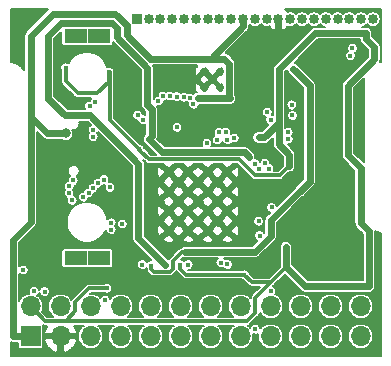
<source format=gbr>
G04 #@! TF.GenerationSoftware,KiCad,Pcbnew,5.1.5+dfsg1-2+b1*
G04 #@! TF.CreationDate,2020-05-20T20:10:29+09:00*
G04 #@! TF.ProjectId,breadbee,62726561-6462-4656-952e-6b696361645f,rev?*
G04 #@! TF.SameCoordinates,Original*
G04 #@! TF.FileFunction,Copper,L3,Inr*
G04 #@! TF.FilePolarity,Positive*
%FSLAX46Y46*%
G04 Gerber Fmt 4.6, Leading zero omitted, Abs format (unit mm)*
G04 Created by KiCad (PCBNEW 5.1.5+dfsg1-2+b1) date 2020-05-20 20:10:29*
%MOMM*%
%LPD*%
G04 APERTURE LIST*
%ADD10C,0.825000*%
%ADD11R,1.700000X1.700000*%
%ADD12O,1.700000X1.700000*%
%ADD13R,1.950000X1.250000*%
%ADD14C,0.500000*%
%ADD15R,0.850000X0.850000*%
%ADD16O,0.850000X0.850000*%
%ADD17C,0.452400*%
%ADD18C,0.800000*%
%ADD19C,0.309000*%
%ADD20C,0.600000*%
%ADD21C,0.154500*%
%ADD22C,0.154000*%
G04 APERTURE END LIST*
D10*
X140715000Y-94065000D03*
X142365000Y-94065000D03*
X144015000Y-94065000D03*
X145665000Y-94065000D03*
X140715000Y-92415000D03*
X142365000Y-92415000D03*
X144015000Y-92415000D03*
X145665000Y-92415000D03*
X140715000Y-90765000D03*
X142365000Y-90765000D03*
X144015000Y-90765000D03*
X145665000Y-90765000D03*
X140715000Y-89115000D03*
X142365000Y-89115000D03*
X144015000Y-89115000D03*
X145665000Y-89115000D03*
D11*
X129000000Y-103000000D03*
D12*
X129000000Y-100460000D03*
X131540000Y-103000000D03*
X131540000Y-100460000D03*
X134080000Y-103000000D03*
X134080000Y-100460000D03*
X136620000Y-103000000D03*
X136620000Y-100460000D03*
X139160000Y-103000000D03*
X139160000Y-100460000D03*
X141700000Y-103000000D03*
X141700000Y-100460000D03*
X144240000Y-103000000D03*
X144240000Y-100460000D03*
X146780000Y-103000000D03*
X146780000Y-100460000D03*
X149320000Y-103000000D03*
X149320000Y-100460000D03*
X151860000Y-103000000D03*
X151860000Y-100460000D03*
X154400000Y-103000000D03*
X154400000Y-100460000D03*
X156940000Y-103000000D03*
X156940000Y-100460000D03*
D13*
X134780000Y-96380000D03*
X132820000Y-96380000D03*
X132820000Y-77600000D03*
X134780000Y-77600000D03*
D14*
X145075000Y-81925000D03*
X143725000Y-81925000D03*
X145075000Y-80575000D03*
X143725000Y-80575000D03*
D15*
X137990000Y-76140000D03*
D16*
X138990000Y-76140000D03*
X139990000Y-76140000D03*
X140990000Y-76140000D03*
X141990000Y-76140000D03*
X142990000Y-76140000D03*
X143990000Y-76140000D03*
X144990000Y-76140000D03*
X145990000Y-76140000D03*
X146990000Y-76140000D03*
X147990000Y-76140000D03*
X148990000Y-76140000D03*
X149990000Y-76140000D03*
X150990000Y-76140000D03*
X151990000Y-76140000D03*
X152990000Y-76140000D03*
X153990000Y-76140000D03*
X154990000Y-76140000D03*
X155990000Y-76140000D03*
X156990000Y-76140000D03*
X157990000Y-76140000D03*
D17*
X151125442Y-83395587D03*
X151168325Y-84292744D03*
X150812571Y-86287408D03*
X150814500Y-85708000D03*
D18*
X131977002Y-88300000D03*
D17*
X135640000Y-80000000D03*
X158080000Y-77380000D03*
X153460000Y-96500000D03*
X152310000Y-92650000D03*
X136433862Y-92658642D03*
X128400000Y-77200000D03*
X147290000Y-84740000D03*
X156513290Y-87000000D03*
X136950004Y-98570000D03*
X145520000Y-99169999D03*
X138227572Y-83078029D03*
X137854715Y-85522164D03*
X140570000Y-99270000D03*
X148338000Y-97900000D03*
X150624000Y-98662000D03*
X158498000Y-104504000D03*
X149212820Y-86900438D03*
X136074434Y-89919494D03*
X144040000Y-85605274D03*
X150620000Y-95440000D03*
X150900000Y-88590000D03*
X157640000Y-98770000D03*
X157414375Y-77324375D03*
X135632824Y-80612111D03*
X138165938Y-87125851D03*
X131960000Y-80260000D03*
X148311447Y-86150255D03*
X135450000Y-98920000D03*
X141670597Y-96950000D03*
X147110811Y-97786645D03*
X151206798Y-80330000D03*
X141030000Y-96950000D03*
X139204246Y-97005462D03*
X139017912Y-86299380D03*
X138129241Y-90284550D03*
X147480000Y-87790000D03*
X130489382Y-80460618D03*
X140420000Y-96950000D03*
X142340000Y-96930000D03*
X145819382Y-79919382D03*
X143139948Y-82850052D03*
D18*
X131992997Y-85822969D03*
D17*
X143029381Y-79479383D03*
X145889999Y-82850001D03*
X148020000Y-102400000D03*
X133990312Y-83497138D03*
X134456788Y-83153454D03*
X149354000Y-99170000D03*
X149320000Y-84660000D03*
X134298602Y-86097370D03*
X138522466Y-84641929D03*
X130185617Y-99215619D03*
X134290000Y-85510000D03*
X138070000Y-84280000D03*
X149039990Y-84010010D03*
X129290000Y-99200000D03*
X132610000Y-89800000D03*
X132274378Y-90283240D03*
X135320500Y-99932000D03*
X132253529Y-90862277D03*
X132526504Y-91486500D03*
X149190930Y-88792080D03*
X148840911Y-88330339D03*
X148299302Y-88863494D03*
X147980002Y-88380002D03*
X146248188Y-86203492D03*
X145659587Y-86339274D03*
X145529056Y-85719683D03*
X144798662Y-86382368D03*
X144950000Y-85740000D03*
X143929784Y-86636909D03*
X149400000Y-92090000D03*
X136760000Y-93490000D03*
X135724401Y-90393146D03*
X135213522Y-89729235D03*
X134706272Y-90009263D03*
X134308932Y-90430974D03*
X133914007Y-90854946D03*
X133446595Y-91197355D03*
X145111375Y-96751769D03*
X138450000Y-96930000D03*
X128370000Y-97380000D03*
X135828987Y-93383589D03*
X135828500Y-93963000D03*
X142794849Y-83336818D03*
X142526573Y-82823256D03*
X141952684Y-82743445D03*
X141375513Y-82692539D03*
X140797851Y-82647543D03*
X140206182Y-82642393D03*
X139824162Y-83078029D03*
X141396221Y-85289988D03*
X148300000Y-93250000D03*
X156250000Y-78610030D03*
X156080000Y-79240000D03*
X148391209Y-94474900D03*
X145670230Y-96904730D03*
D19*
X135632825Y-80612157D02*
X135632824Y-80612156D01*
X135632824Y-80612156D02*
X135632824Y-80612111D01*
X153274227Y-77324375D02*
X157414375Y-77324375D01*
X135707001Y-84666914D02*
X138165938Y-87125851D01*
X135707001Y-80653201D02*
X135707001Y-84666914D01*
D20*
X150620000Y-97116738D02*
X150620000Y-95440000D01*
X152273262Y-98770000D02*
X150620000Y-97116738D01*
X157640000Y-98770000D02*
X152273262Y-98770000D01*
X158110000Y-78520000D02*
X158110000Y-79530000D01*
X157414375Y-77824375D02*
X158110000Y-78520000D01*
X157414375Y-77324375D02*
X157414375Y-77824375D01*
D19*
X132990702Y-82431501D02*
X131960000Y-81400799D01*
X131960000Y-81400799D02*
X131960000Y-80260000D01*
X135632824Y-81433798D02*
X134635121Y-82431501D01*
X134635121Y-82431501D02*
X132990702Y-82431501D01*
X135632824Y-80612111D02*
X135632824Y-81433798D01*
X142187347Y-97786645D02*
X147110811Y-97786645D01*
X141670597Y-97269895D02*
X142187347Y-97786645D01*
X141670597Y-96950000D02*
X141670597Y-97269895D01*
X149329037Y-98407701D02*
X147731867Y-98407701D01*
X150620000Y-97116738D02*
X149329037Y-98407701D01*
X147731867Y-98407701D02*
X147110811Y-97786645D01*
X133945378Y-98920000D02*
X135450000Y-98920000D01*
X132780500Y-100084878D02*
X133945378Y-98920000D01*
X132780500Y-100894122D02*
X132780500Y-100084878D01*
X132083121Y-101591501D02*
X132780500Y-100894122D01*
X149329037Y-98407701D02*
X148020500Y-99716238D01*
X148020500Y-99716238D02*
X148020500Y-101011500D01*
X148020500Y-101011500D02*
X147322000Y-101710000D01*
X147322000Y-101710000D02*
X132201620Y-101710000D01*
X132201620Y-101710000D02*
X132083121Y-101591501D01*
X130250000Y-101710000D02*
X129000000Y-100460000D01*
X132201620Y-101710000D02*
X130250000Y-101710000D01*
D20*
X155860089Y-81779911D02*
X158110000Y-79530000D01*
X155860089Y-87660089D02*
X155860089Y-81779911D01*
X156950000Y-88750000D02*
X155860089Y-87660089D01*
X157640000Y-94090000D02*
X156950000Y-93400000D01*
X157640000Y-98770000D02*
X157640000Y-94090000D01*
X156950000Y-93400000D02*
X156950000Y-88750000D01*
X148796483Y-86150255D02*
X148311447Y-86150255D01*
X150033751Y-80402059D02*
X150033751Y-84912987D01*
X153111435Y-77324375D02*
X150033751Y-80402059D01*
X150033751Y-84912987D02*
X148796483Y-86150255D01*
X157414375Y-77324375D02*
X153111435Y-77324375D01*
X150900000Y-87620880D02*
X150033751Y-86754631D01*
X150033751Y-86754631D02*
X150033751Y-84912987D01*
X150900000Y-88590000D02*
X150900000Y-87620880D01*
D19*
X146606606Y-88008490D02*
X139048577Y-88008490D01*
X147969311Y-89371195D02*
X146606606Y-88008490D01*
X139048577Y-88008490D02*
X138392137Y-87352050D01*
X138392137Y-87352050D02*
X138165938Y-87125851D01*
X150118805Y-89371195D02*
X147969311Y-89371195D01*
X150900000Y-88590000D02*
X150118805Y-89371195D01*
D20*
X152620000Y-81743202D02*
X152620000Y-89890000D01*
X151206798Y-80330000D02*
X152620000Y-81743202D01*
X151750000Y-90760000D02*
X151750000Y-90784288D01*
X152620000Y-89890000D02*
X151750000Y-90760000D01*
D19*
X140768386Y-97531509D02*
X141030000Y-97269895D01*
X139410398Y-97531509D02*
X140768386Y-97531509D01*
X141030000Y-97269895D02*
X141030000Y-96950000D01*
X139204246Y-97325357D02*
X139410398Y-97531509D01*
X139204246Y-97005462D02*
X139204246Y-97325357D01*
D20*
X149330000Y-94502847D02*
X147972847Y-95860000D01*
X151750000Y-90760000D02*
X149330000Y-93180000D01*
X149330000Y-93180000D02*
X149330000Y-94502847D01*
X147972847Y-95860000D02*
X142100000Y-95860000D01*
D19*
X141030000Y-96630105D02*
X141030000Y-96950000D01*
X141800105Y-95860000D02*
X141030000Y-96630105D01*
X142100000Y-95860000D02*
X141800105Y-95860000D01*
X138993801Y-86433805D02*
X138993801Y-86323491D01*
X138993801Y-86323491D02*
X139017912Y-86299380D01*
D20*
X138129241Y-94702442D02*
X140376799Y-96950000D01*
X138129241Y-90284550D02*
X138129241Y-94702442D01*
X135882852Y-76440000D02*
X136300000Y-76857148D01*
X130489382Y-77562016D02*
X131611398Y-76440000D01*
X131611398Y-76440000D02*
X135882852Y-76440000D01*
X130489382Y-80460618D02*
X130489382Y-77562016D01*
X136300000Y-77658146D02*
X136300000Y-76857148D01*
X138880773Y-80238919D02*
X136300000Y-77658146D01*
X138880773Y-83391566D02*
X138880773Y-80238919D01*
X140145512Y-87426980D02*
X139017912Y-86299380D01*
X147480000Y-87790000D02*
X147116980Y-87426980D01*
X147116980Y-87426980D02*
X140145512Y-87426980D01*
X139244111Y-83754904D02*
X138880773Y-83391566D01*
X139244111Y-86073181D02*
X139244111Y-83754904D01*
X139017912Y-86299380D02*
X139244111Y-86073181D01*
X134044737Y-84297999D02*
X131907999Y-84297999D01*
X131907999Y-84297999D02*
X130489382Y-82879382D01*
X138129241Y-90284550D02*
X138129241Y-88382503D01*
X130489382Y-82879382D02*
X130489382Y-80460618D01*
X138129241Y-88382503D02*
X134044737Y-84297999D01*
D21*
X143250000Y-82740000D02*
X143139948Y-82850052D01*
D20*
X131992997Y-85822969D02*
X130414979Y-85822969D01*
X130414979Y-85822969D02*
X129002010Y-84410000D01*
X129002010Y-93337990D02*
X129002010Y-84410000D01*
X127502010Y-94837990D02*
X129002010Y-93337990D01*
X129000000Y-103000000D02*
X127550000Y-103000000D01*
X127502010Y-102952010D02*
X127502010Y-94837990D01*
X127550000Y-103000000D02*
X127502010Y-102952010D01*
X139149383Y-79479383D02*
X143029381Y-79479383D01*
X129002010Y-84410000D02*
X129002010Y-77564728D01*
X130891738Y-75675000D02*
X136145999Y-75675000D01*
X137137999Y-76666999D02*
X137137999Y-77467999D01*
X136145999Y-75675000D02*
X137137999Y-76666999D01*
X129002010Y-77564728D02*
X130891738Y-75675000D01*
X137137999Y-77467999D02*
X139149383Y-79479383D01*
X146990000Y-76741040D02*
X146990000Y-76140000D01*
X144251657Y-79479383D02*
X146990000Y-76741040D01*
X143029381Y-79479383D02*
X144251657Y-79479383D01*
X145379383Y-79479383D02*
X144251657Y-79479383D01*
X145819382Y-79919382D02*
X145379383Y-79479383D01*
X145819382Y-82779384D02*
X145889999Y-82850001D01*
X145819382Y-79919382D02*
X145819382Y-82779384D01*
X143274770Y-82850001D02*
X143207384Y-82782615D01*
X145889999Y-82850001D02*
X143274770Y-82850001D01*
D22*
G36*
X158284736Y-94157001D02*
G01*
X158310377Y-94167570D01*
X158335869Y-94178495D01*
X158339950Y-94179759D01*
X158620204Y-94264373D01*
X158647415Y-94269761D01*
X158674539Y-94275526D01*
X158678788Y-94275973D01*
X158694001Y-94277465D01*
X158694000Y-104694000D01*
X127306000Y-104694000D01*
X127306000Y-103471673D01*
X127345812Y-103492953D01*
X127445906Y-103523317D01*
X127523916Y-103531000D01*
X127523925Y-103531000D01*
X127549999Y-103533568D01*
X127576073Y-103531000D01*
X127917883Y-103531000D01*
X127917883Y-103850000D01*
X127922343Y-103895284D01*
X127935552Y-103938827D01*
X127957002Y-103978957D01*
X127985868Y-104014132D01*
X128021043Y-104042998D01*
X128061173Y-104064448D01*
X128104716Y-104077657D01*
X128150000Y-104082117D01*
X129850000Y-104082117D01*
X129895284Y-104077657D01*
X129938827Y-104064448D01*
X129978957Y-104042998D01*
X130014132Y-104014132D01*
X130042998Y-103978957D01*
X130064448Y-103938827D01*
X130077657Y-103895284D01*
X130082117Y-103850000D01*
X130082117Y-103397591D01*
X130161172Y-103397591D01*
X130265232Y-103658947D01*
X130418280Y-103894980D01*
X130614435Y-104096620D01*
X130846159Y-104256118D01*
X131104547Y-104367344D01*
X131142410Y-104378821D01*
X131363000Y-104276537D01*
X131363000Y-103177000D01*
X131717000Y-103177000D01*
X131717000Y-104276537D01*
X131937590Y-104378821D01*
X131975453Y-104367344D01*
X132233841Y-104256118D01*
X132465565Y-104096620D01*
X132661720Y-103894980D01*
X132814768Y-103658947D01*
X132918828Y-103397591D01*
X132817799Y-103177000D01*
X131717000Y-103177000D01*
X131363000Y-103177000D01*
X130262201Y-103177000D01*
X130161172Y-103397591D01*
X130082117Y-103397591D01*
X130082117Y-102150000D01*
X130077657Y-102104716D01*
X130064448Y-102061173D01*
X130054541Y-102042639D01*
X130058716Y-102044870D01*
X130101762Y-102067879D01*
X130174429Y-102089922D01*
X130231064Y-102095500D01*
X130231074Y-102095500D01*
X130250000Y-102097364D01*
X130268926Y-102095500D01*
X130427541Y-102095500D01*
X130418280Y-102105020D01*
X130265232Y-102341053D01*
X130161172Y-102602409D01*
X130262201Y-102823000D01*
X131363000Y-102823000D01*
X131363000Y-102803000D01*
X131717000Y-102803000D01*
X131717000Y-102823000D01*
X132817799Y-102823000D01*
X132918828Y-102602409D01*
X132814768Y-102341053D01*
X132661720Y-102105020D01*
X132652459Y-102095500D01*
X133487933Y-102095500D01*
X133390903Y-102160333D01*
X133240333Y-102310903D01*
X133122031Y-102487955D01*
X133040543Y-102684684D01*
X132999000Y-102893531D01*
X132999000Y-103106469D01*
X133040543Y-103315316D01*
X133122031Y-103512045D01*
X133240333Y-103689097D01*
X133390903Y-103839667D01*
X133567955Y-103957969D01*
X133764684Y-104039457D01*
X133973531Y-104081000D01*
X134186469Y-104081000D01*
X134395316Y-104039457D01*
X134592045Y-103957969D01*
X134769097Y-103839667D01*
X134919667Y-103689097D01*
X135037969Y-103512045D01*
X135119457Y-103315316D01*
X135161000Y-103106469D01*
X135161000Y-102893531D01*
X135119457Y-102684684D01*
X135037969Y-102487955D01*
X134919667Y-102310903D01*
X134769097Y-102160333D01*
X134672067Y-102095500D01*
X136027933Y-102095500D01*
X135930903Y-102160333D01*
X135780333Y-102310903D01*
X135662031Y-102487955D01*
X135580543Y-102684684D01*
X135539000Y-102893531D01*
X135539000Y-103106469D01*
X135580543Y-103315316D01*
X135662031Y-103512045D01*
X135780333Y-103689097D01*
X135930903Y-103839667D01*
X136107955Y-103957969D01*
X136304684Y-104039457D01*
X136513531Y-104081000D01*
X136726469Y-104081000D01*
X136935316Y-104039457D01*
X137132045Y-103957969D01*
X137309097Y-103839667D01*
X137459667Y-103689097D01*
X137577969Y-103512045D01*
X137659457Y-103315316D01*
X137701000Y-103106469D01*
X137701000Y-102893531D01*
X137659457Y-102684684D01*
X137577969Y-102487955D01*
X137459667Y-102310903D01*
X137309097Y-102160333D01*
X137212067Y-102095500D01*
X138567933Y-102095500D01*
X138470903Y-102160333D01*
X138320333Y-102310903D01*
X138202031Y-102487955D01*
X138120543Y-102684684D01*
X138079000Y-102893531D01*
X138079000Y-103106469D01*
X138120543Y-103315316D01*
X138202031Y-103512045D01*
X138320333Y-103689097D01*
X138470903Y-103839667D01*
X138647955Y-103957969D01*
X138844684Y-104039457D01*
X139053531Y-104081000D01*
X139266469Y-104081000D01*
X139475316Y-104039457D01*
X139672045Y-103957969D01*
X139849097Y-103839667D01*
X139999667Y-103689097D01*
X140117969Y-103512045D01*
X140199457Y-103315316D01*
X140241000Y-103106469D01*
X140241000Y-102893531D01*
X140199457Y-102684684D01*
X140117969Y-102487955D01*
X139999667Y-102310903D01*
X139849097Y-102160333D01*
X139752067Y-102095500D01*
X141107933Y-102095500D01*
X141010903Y-102160333D01*
X140860333Y-102310903D01*
X140742031Y-102487955D01*
X140660543Y-102684684D01*
X140619000Y-102893531D01*
X140619000Y-103106469D01*
X140660543Y-103315316D01*
X140742031Y-103512045D01*
X140860333Y-103689097D01*
X141010903Y-103839667D01*
X141187955Y-103957969D01*
X141384684Y-104039457D01*
X141593531Y-104081000D01*
X141806469Y-104081000D01*
X142015316Y-104039457D01*
X142212045Y-103957969D01*
X142389097Y-103839667D01*
X142539667Y-103689097D01*
X142657969Y-103512045D01*
X142739457Y-103315316D01*
X142781000Y-103106469D01*
X142781000Y-102893531D01*
X142739457Y-102684684D01*
X142657969Y-102487955D01*
X142539667Y-102310903D01*
X142389097Y-102160333D01*
X142292067Y-102095500D01*
X143647933Y-102095500D01*
X143550903Y-102160333D01*
X143400333Y-102310903D01*
X143282031Y-102487955D01*
X143200543Y-102684684D01*
X143159000Y-102893531D01*
X143159000Y-103106469D01*
X143200543Y-103315316D01*
X143282031Y-103512045D01*
X143400333Y-103689097D01*
X143550903Y-103839667D01*
X143727955Y-103957969D01*
X143924684Y-104039457D01*
X144133531Y-104081000D01*
X144346469Y-104081000D01*
X144555316Y-104039457D01*
X144752045Y-103957969D01*
X144929097Y-103839667D01*
X145079667Y-103689097D01*
X145197969Y-103512045D01*
X145279457Y-103315316D01*
X145321000Y-103106469D01*
X145321000Y-102893531D01*
X145279457Y-102684684D01*
X145197969Y-102487955D01*
X145079667Y-102310903D01*
X144929097Y-102160333D01*
X144832067Y-102095500D01*
X146187933Y-102095500D01*
X146090903Y-102160333D01*
X145940333Y-102310903D01*
X145822031Y-102487955D01*
X145740543Y-102684684D01*
X145699000Y-102893531D01*
X145699000Y-103106469D01*
X145740543Y-103315316D01*
X145822031Y-103512045D01*
X145940333Y-103689097D01*
X146090903Y-103839667D01*
X146267955Y-103957969D01*
X146464684Y-104039457D01*
X146673531Y-104081000D01*
X146886469Y-104081000D01*
X147095316Y-104039457D01*
X147292045Y-103957969D01*
X147469097Y-103839667D01*
X147619667Y-103689097D01*
X147737969Y-103512045D01*
X147819457Y-103315316D01*
X147861000Y-103106469D01*
X147861000Y-102893531D01*
X147847013Y-102823216D01*
X147886640Y-102839630D01*
X147974970Y-102857200D01*
X148065030Y-102857200D01*
X148153360Y-102839630D01*
X148236565Y-102805165D01*
X148259645Y-102789744D01*
X148239000Y-102893531D01*
X148239000Y-103106469D01*
X148280543Y-103315316D01*
X148362031Y-103512045D01*
X148480333Y-103689097D01*
X148630903Y-103839667D01*
X148807955Y-103957969D01*
X149004684Y-104039457D01*
X149213531Y-104081000D01*
X149426469Y-104081000D01*
X149635316Y-104039457D01*
X149832045Y-103957969D01*
X150009097Y-103839667D01*
X150159667Y-103689097D01*
X150277969Y-103512045D01*
X150359457Y-103315316D01*
X150401000Y-103106469D01*
X150401000Y-102893531D01*
X150779000Y-102893531D01*
X150779000Y-103106469D01*
X150820543Y-103315316D01*
X150902031Y-103512045D01*
X151020333Y-103689097D01*
X151170903Y-103839667D01*
X151347955Y-103957969D01*
X151544684Y-104039457D01*
X151753531Y-104081000D01*
X151966469Y-104081000D01*
X152175316Y-104039457D01*
X152372045Y-103957969D01*
X152549097Y-103839667D01*
X152699667Y-103689097D01*
X152817969Y-103512045D01*
X152899457Y-103315316D01*
X152941000Y-103106469D01*
X152941000Y-102893531D01*
X153319000Y-102893531D01*
X153319000Y-103106469D01*
X153360543Y-103315316D01*
X153442031Y-103512045D01*
X153560333Y-103689097D01*
X153710903Y-103839667D01*
X153887955Y-103957969D01*
X154084684Y-104039457D01*
X154293531Y-104081000D01*
X154506469Y-104081000D01*
X154715316Y-104039457D01*
X154912045Y-103957969D01*
X155089097Y-103839667D01*
X155239667Y-103689097D01*
X155357969Y-103512045D01*
X155439457Y-103315316D01*
X155481000Y-103106469D01*
X155481000Y-102893531D01*
X155859000Y-102893531D01*
X155859000Y-103106469D01*
X155900543Y-103315316D01*
X155982031Y-103512045D01*
X156100333Y-103689097D01*
X156250903Y-103839667D01*
X156427955Y-103957969D01*
X156624684Y-104039457D01*
X156833531Y-104081000D01*
X157046469Y-104081000D01*
X157255316Y-104039457D01*
X157452045Y-103957969D01*
X157629097Y-103839667D01*
X157779667Y-103689097D01*
X157897969Y-103512045D01*
X157979457Y-103315316D01*
X158021000Y-103106469D01*
X158021000Y-102893531D01*
X157979457Y-102684684D01*
X157897969Y-102487955D01*
X157779667Y-102310903D01*
X157629097Y-102160333D01*
X157452045Y-102042031D01*
X157255316Y-101960543D01*
X157046469Y-101919000D01*
X156833531Y-101919000D01*
X156624684Y-101960543D01*
X156427955Y-102042031D01*
X156250903Y-102160333D01*
X156100333Y-102310903D01*
X155982031Y-102487955D01*
X155900543Y-102684684D01*
X155859000Y-102893531D01*
X155481000Y-102893531D01*
X155439457Y-102684684D01*
X155357969Y-102487955D01*
X155239667Y-102310903D01*
X155089097Y-102160333D01*
X154912045Y-102042031D01*
X154715316Y-101960543D01*
X154506469Y-101919000D01*
X154293531Y-101919000D01*
X154084684Y-101960543D01*
X153887955Y-102042031D01*
X153710903Y-102160333D01*
X153560333Y-102310903D01*
X153442031Y-102487955D01*
X153360543Y-102684684D01*
X153319000Y-102893531D01*
X152941000Y-102893531D01*
X152899457Y-102684684D01*
X152817969Y-102487955D01*
X152699667Y-102310903D01*
X152549097Y-102160333D01*
X152372045Y-102042031D01*
X152175316Y-101960543D01*
X151966469Y-101919000D01*
X151753531Y-101919000D01*
X151544684Y-101960543D01*
X151347955Y-102042031D01*
X151170903Y-102160333D01*
X151020333Y-102310903D01*
X150902031Y-102487955D01*
X150820543Y-102684684D01*
X150779000Y-102893531D01*
X150401000Y-102893531D01*
X150359457Y-102684684D01*
X150277969Y-102487955D01*
X150159667Y-102310903D01*
X150009097Y-102160333D01*
X149832045Y-102042031D01*
X149635316Y-101960543D01*
X149426469Y-101919000D01*
X149213531Y-101919000D01*
X149004684Y-101960543D01*
X148807955Y-102042031D01*
X148630903Y-102160333D01*
X148480333Y-102310903D01*
X148471164Y-102324625D01*
X148459630Y-102266640D01*
X148425165Y-102183435D01*
X148375130Y-102108552D01*
X148311448Y-102044870D01*
X148236565Y-101994835D01*
X148153360Y-101960370D01*
X148065030Y-101942800D01*
X147974970Y-101942800D01*
X147886640Y-101960370D01*
X147803435Y-101994835D01*
X147728552Y-102044870D01*
X147664870Y-102108552D01*
X147614835Y-102183435D01*
X147580370Y-102266640D01*
X147579546Y-102270782D01*
X147469097Y-102160333D01*
X147368068Y-102092828D01*
X147397571Y-102089922D01*
X147470238Y-102067879D01*
X147537208Y-102032082D01*
X147595908Y-101983908D01*
X147607981Y-101969197D01*
X148279707Y-101297472D01*
X148294408Y-101285408D01*
X148306472Y-101270708D01*
X148306479Y-101270701D01*
X148342582Y-101226709D01*
X148361716Y-101190912D01*
X148378379Y-101159738D01*
X148400422Y-101087071D01*
X148405364Y-101036897D01*
X148480333Y-101149097D01*
X148630903Y-101299667D01*
X148807955Y-101417969D01*
X149004684Y-101499457D01*
X149213531Y-101541000D01*
X149426469Y-101541000D01*
X149635316Y-101499457D01*
X149832045Y-101417969D01*
X150009097Y-101299667D01*
X150159667Y-101149097D01*
X150277969Y-100972045D01*
X150359457Y-100775316D01*
X150401000Y-100566469D01*
X150401000Y-100353531D01*
X150779000Y-100353531D01*
X150779000Y-100566469D01*
X150820543Y-100775316D01*
X150902031Y-100972045D01*
X151020333Y-101149097D01*
X151170903Y-101299667D01*
X151347955Y-101417969D01*
X151544684Y-101499457D01*
X151753531Y-101541000D01*
X151966469Y-101541000D01*
X152175316Y-101499457D01*
X152372045Y-101417969D01*
X152549097Y-101299667D01*
X152699667Y-101149097D01*
X152817969Y-100972045D01*
X152899457Y-100775316D01*
X152941000Y-100566469D01*
X152941000Y-100353531D01*
X153319000Y-100353531D01*
X153319000Y-100566469D01*
X153360543Y-100775316D01*
X153442031Y-100972045D01*
X153560333Y-101149097D01*
X153710903Y-101299667D01*
X153887955Y-101417969D01*
X154084684Y-101499457D01*
X154293531Y-101541000D01*
X154506469Y-101541000D01*
X154715316Y-101499457D01*
X154912045Y-101417969D01*
X155089097Y-101299667D01*
X155239667Y-101149097D01*
X155357969Y-100972045D01*
X155439457Y-100775316D01*
X155481000Y-100566469D01*
X155481000Y-100353531D01*
X155859000Y-100353531D01*
X155859000Y-100566469D01*
X155900543Y-100775316D01*
X155982031Y-100972045D01*
X156100333Y-101149097D01*
X156250903Y-101299667D01*
X156427955Y-101417969D01*
X156624684Y-101499457D01*
X156833531Y-101541000D01*
X157046469Y-101541000D01*
X157255316Y-101499457D01*
X157452045Y-101417969D01*
X157629097Y-101299667D01*
X157779667Y-101149097D01*
X157897969Y-100972045D01*
X157979457Y-100775316D01*
X158021000Y-100566469D01*
X158021000Y-100353531D01*
X157979457Y-100144684D01*
X157897969Y-99947955D01*
X157779667Y-99770903D01*
X157629097Y-99620333D01*
X157452045Y-99502031D01*
X157255316Y-99420543D01*
X157046469Y-99379000D01*
X156833531Y-99379000D01*
X156624684Y-99420543D01*
X156427955Y-99502031D01*
X156250903Y-99620333D01*
X156100333Y-99770903D01*
X155982031Y-99947955D01*
X155900543Y-100144684D01*
X155859000Y-100353531D01*
X155481000Y-100353531D01*
X155439457Y-100144684D01*
X155357969Y-99947955D01*
X155239667Y-99770903D01*
X155089097Y-99620333D01*
X154912045Y-99502031D01*
X154715316Y-99420543D01*
X154506469Y-99379000D01*
X154293531Y-99379000D01*
X154084684Y-99420543D01*
X153887955Y-99502031D01*
X153710903Y-99620333D01*
X153560333Y-99770903D01*
X153442031Y-99947955D01*
X153360543Y-100144684D01*
X153319000Y-100353531D01*
X152941000Y-100353531D01*
X152899457Y-100144684D01*
X152817969Y-99947955D01*
X152699667Y-99770903D01*
X152549097Y-99620333D01*
X152372045Y-99502031D01*
X152175316Y-99420543D01*
X151966469Y-99379000D01*
X151753531Y-99379000D01*
X151544684Y-99420543D01*
X151347955Y-99502031D01*
X151170903Y-99620333D01*
X151020333Y-99770903D01*
X150902031Y-99947955D01*
X150820543Y-100144684D01*
X150779000Y-100353531D01*
X150401000Y-100353531D01*
X150359457Y-100144684D01*
X150277969Y-99947955D01*
X150159667Y-99770903D01*
X150009097Y-99620333D01*
X149832045Y-99502031D01*
X149714536Y-99453357D01*
X149759165Y-99386565D01*
X149793630Y-99303360D01*
X149811200Y-99215030D01*
X149811200Y-99124970D01*
X149793630Y-99036640D01*
X149759165Y-98953435D01*
X149709130Y-98878552D01*
X149645448Y-98814870D01*
X149570565Y-98764835D01*
X149532747Y-98749170D01*
X149588239Y-98693678D01*
X149602945Y-98681609D01*
X149615016Y-98666901D01*
X149615020Y-98666896D01*
X150517117Y-97764801D01*
X151879350Y-99127036D01*
X151895972Y-99147290D01*
X151916226Y-99163912D01*
X151916232Y-99163918D01*
X151976826Y-99213646D01*
X152069074Y-99262953D01*
X152169168Y-99293317D01*
X152247178Y-99301000D01*
X152247188Y-99301000D01*
X152273262Y-99303568D01*
X152299336Y-99301000D01*
X157613916Y-99301000D01*
X157640000Y-99303569D01*
X157666084Y-99301000D01*
X157744094Y-99293317D01*
X157844188Y-99262953D01*
X157936435Y-99213646D01*
X158017290Y-99147290D01*
X158083646Y-99066435D01*
X158132953Y-98974188D01*
X158163317Y-98874094D01*
X158173569Y-98770000D01*
X158171000Y-98743916D01*
X158171000Y-94116073D01*
X158172829Y-94097499D01*
X158284736Y-94157001D01*
G37*
X158284736Y-94157001D02*
X158310377Y-94167570D01*
X158335869Y-94178495D01*
X158339950Y-94179759D01*
X158620204Y-94264373D01*
X158647415Y-94269761D01*
X158674539Y-94275526D01*
X158678788Y-94275973D01*
X158694001Y-94277465D01*
X158694000Y-104694000D01*
X127306000Y-104694000D01*
X127306000Y-103471673D01*
X127345812Y-103492953D01*
X127445906Y-103523317D01*
X127523916Y-103531000D01*
X127523925Y-103531000D01*
X127549999Y-103533568D01*
X127576073Y-103531000D01*
X127917883Y-103531000D01*
X127917883Y-103850000D01*
X127922343Y-103895284D01*
X127935552Y-103938827D01*
X127957002Y-103978957D01*
X127985868Y-104014132D01*
X128021043Y-104042998D01*
X128061173Y-104064448D01*
X128104716Y-104077657D01*
X128150000Y-104082117D01*
X129850000Y-104082117D01*
X129895284Y-104077657D01*
X129938827Y-104064448D01*
X129978957Y-104042998D01*
X130014132Y-104014132D01*
X130042998Y-103978957D01*
X130064448Y-103938827D01*
X130077657Y-103895284D01*
X130082117Y-103850000D01*
X130082117Y-103397591D01*
X130161172Y-103397591D01*
X130265232Y-103658947D01*
X130418280Y-103894980D01*
X130614435Y-104096620D01*
X130846159Y-104256118D01*
X131104547Y-104367344D01*
X131142410Y-104378821D01*
X131363000Y-104276537D01*
X131363000Y-103177000D01*
X131717000Y-103177000D01*
X131717000Y-104276537D01*
X131937590Y-104378821D01*
X131975453Y-104367344D01*
X132233841Y-104256118D01*
X132465565Y-104096620D01*
X132661720Y-103894980D01*
X132814768Y-103658947D01*
X132918828Y-103397591D01*
X132817799Y-103177000D01*
X131717000Y-103177000D01*
X131363000Y-103177000D01*
X130262201Y-103177000D01*
X130161172Y-103397591D01*
X130082117Y-103397591D01*
X130082117Y-102150000D01*
X130077657Y-102104716D01*
X130064448Y-102061173D01*
X130054541Y-102042639D01*
X130058716Y-102044870D01*
X130101762Y-102067879D01*
X130174429Y-102089922D01*
X130231064Y-102095500D01*
X130231074Y-102095500D01*
X130250000Y-102097364D01*
X130268926Y-102095500D01*
X130427541Y-102095500D01*
X130418280Y-102105020D01*
X130265232Y-102341053D01*
X130161172Y-102602409D01*
X130262201Y-102823000D01*
X131363000Y-102823000D01*
X131363000Y-102803000D01*
X131717000Y-102803000D01*
X131717000Y-102823000D01*
X132817799Y-102823000D01*
X132918828Y-102602409D01*
X132814768Y-102341053D01*
X132661720Y-102105020D01*
X132652459Y-102095500D01*
X133487933Y-102095500D01*
X133390903Y-102160333D01*
X133240333Y-102310903D01*
X133122031Y-102487955D01*
X133040543Y-102684684D01*
X132999000Y-102893531D01*
X132999000Y-103106469D01*
X133040543Y-103315316D01*
X133122031Y-103512045D01*
X133240333Y-103689097D01*
X133390903Y-103839667D01*
X133567955Y-103957969D01*
X133764684Y-104039457D01*
X133973531Y-104081000D01*
X134186469Y-104081000D01*
X134395316Y-104039457D01*
X134592045Y-103957969D01*
X134769097Y-103839667D01*
X134919667Y-103689097D01*
X135037969Y-103512045D01*
X135119457Y-103315316D01*
X135161000Y-103106469D01*
X135161000Y-102893531D01*
X135119457Y-102684684D01*
X135037969Y-102487955D01*
X134919667Y-102310903D01*
X134769097Y-102160333D01*
X134672067Y-102095500D01*
X136027933Y-102095500D01*
X135930903Y-102160333D01*
X135780333Y-102310903D01*
X135662031Y-102487955D01*
X135580543Y-102684684D01*
X135539000Y-102893531D01*
X135539000Y-103106469D01*
X135580543Y-103315316D01*
X135662031Y-103512045D01*
X135780333Y-103689097D01*
X135930903Y-103839667D01*
X136107955Y-103957969D01*
X136304684Y-104039457D01*
X136513531Y-104081000D01*
X136726469Y-104081000D01*
X136935316Y-104039457D01*
X137132045Y-103957969D01*
X137309097Y-103839667D01*
X137459667Y-103689097D01*
X137577969Y-103512045D01*
X137659457Y-103315316D01*
X137701000Y-103106469D01*
X137701000Y-102893531D01*
X137659457Y-102684684D01*
X137577969Y-102487955D01*
X137459667Y-102310903D01*
X137309097Y-102160333D01*
X137212067Y-102095500D01*
X138567933Y-102095500D01*
X138470903Y-102160333D01*
X138320333Y-102310903D01*
X138202031Y-102487955D01*
X138120543Y-102684684D01*
X138079000Y-102893531D01*
X138079000Y-103106469D01*
X138120543Y-103315316D01*
X138202031Y-103512045D01*
X138320333Y-103689097D01*
X138470903Y-103839667D01*
X138647955Y-103957969D01*
X138844684Y-104039457D01*
X139053531Y-104081000D01*
X139266469Y-104081000D01*
X139475316Y-104039457D01*
X139672045Y-103957969D01*
X139849097Y-103839667D01*
X139999667Y-103689097D01*
X140117969Y-103512045D01*
X140199457Y-103315316D01*
X140241000Y-103106469D01*
X140241000Y-102893531D01*
X140199457Y-102684684D01*
X140117969Y-102487955D01*
X139999667Y-102310903D01*
X139849097Y-102160333D01*
X139752067Y-102095500D01*
X141107933Y-102095500D01*
X141010903Y-102160333D01*
X140860333Y-102310903D01*
X140742031Y-102487955D01*
X140660543Y-102684684D01*
X140619000Y-102893531D01*
X140619000Y-103106469D01*
X140660543Y-103315316D01*
X140742031Y-103512045D01*
X140860333Y-103689097D01*
X141010903Y-103839667D01*
X141187955Y-103957969D01*
X141384684Y-104039457D01*
X141593531Y-104081000D01*
X141806469Y-104081000D01*
X142015316Y-104039457D01*
X142212045Y-103957969D01*
X142389097Y-103839667D01*
X142539667Y-103689097D01*
X142657969Y-103512045D01*
X142739457Y-103315316D01*
X142781000Y-103106469D01*
X142781000Y-102893531D01*
X142739457Y-102684684D01*
X142657969Y-102487955D01*
X142539667Y-102310903D01*
X142389097Y-102160333D01*
X142292067Y-102095500D01*
X143647933Y-102095500D01*
X143550903Y-102160333D01*
X143400333Y-102310903D01*
X143282031Y-102487955D01*
X143200543Y-102684684D01*
X143159000Y-102893531D01*
X143159000Y-103106469D01*
X143200543Y-103315316D01*
X143282031Y-103512045D01*
X143400333Y-103689097D01*
X143550903Y-103839667D01*
X143727955Y-103957969D01*
X143924684Y-104039457D01*
X144133531Y-104081000D01*
X144346469Y-104081000D01*
X144555316Y-104039457D01*
X144752045Y-103957969D01*
X144929097Y-103839667D01*
X145079667Y-103689097D01*
X145197969Y-103512045D01*
X145279457Y-103315316D01*
X145321000Y-103106469D01*
X145321000Y-102893531D01*
X145279457Y-102684684D01*
X145197969Y-102487955D01*
X145079667Y-102310903D01*
X144929097Y-102160333D01*
X144832067Y-102095500D01*
X146187933Y-102095500D01*
X146090903Y-102160333D01*
X145940333Y-102310903D01*
X145822031Y-102487955D01*
X145740543Y-102684684D01*
X145699000Y-102893531D01*
X145699000Y-103106469D01*
X145740543Y-103315316D01*
X145822031Y-103512045D01*
X145940333Y-103689097D01*
X146090903Y-103839667D01*
X146267955Y-103957969D01*
X146464684Y-104039457D01*
X146673531Y-104081000D01*
X146886469Y-104081000D01*
X147095316Y-104039457D01*
X147292045Y-103957969D01*
X147469097Y-103839667D01*
X147619667Y-103689097D01*
X147737969Y-103512045D01*
X147819457Y-103315316D01*
X147861000Y-103106469D01*
X147861000Y-102893531D01*
X147847013Y-102823216D01*
X147886640Y-102839630D01*
X147974970Y-102857200D01*
X148065030Y-102857200D01*
X148153360Y-102839630D01*
X148236565Y-102805165D01*
X148259645Y-102789744D01*
X148239000Y-102893531D01*
X148239000Y-103106469D01*
X148280543Y-103315316D01*
X148362031Y-103512045D01*
X148480333Y-103689097D01*
X148630903Y-103839667D01*
X148807955Y-103957969D01*
X149004684Y-104039457D01*
X149213531Y-104081000D01*
X149426469Y-104081000D01*
X149635316Y-104039457D01*
X149832045Y-103957969D01*
X150009097Y-103839667D01*
X150159667Y-103689097D01*
X150277969Y-103512045D01*
X150359457Y-103315316D01*
X150401000Y-103106469D01*
X150401000Y-102893531D01*
X150779000Y-102893531D01*
X150779000Y-103106469D01*
X150820543Y-103315316D01*
X150902031Y-103512045D01*
X151020333Y-103689097D01*
X151170903Y-103839667D01*
X151347955Y-103957969D01*
X151544684Y-104039457D01*
X151753531Y-104081000D01*
X151966469Y-104081000D01*
X152175316Y-104039457D01*
X152372045Y-103957969D01*
X152549097Y-103839667D01*
X152699667Y-103689097D01*
X152817969Y-103512045D01*
X152899457Y-103315316D01*
X152941000Y-103106469D01*
X152941000Y-102893531D01*
X153319000Y-102893531D01*
X153319000Y-103106469D01*
X153360543Y-103315316D01*
X153442031Y-103512045D01*
X153560333Y-103689097D01*
X153710903Y-103839667D01*
X153887955Y-103957969D01*
X154084684Y-104039457D01*
X154293531Y-104081000D01*
X154506469Y-104081000D01*
X154715316Y-104039457D01*
X154912045Y-103957969D01*
X155089097Y-103839667D01*
X155239667Y-103689097D01*
X155357969Y-103512045D01*
X155439457Y-103315316D01*
X155481000Y-103106469D01*
X155481000Y-102893531D01*
X155859000Y-102893531D01*
X155859000Y-103106469D01*
X155900543Y-103315316D01*
X155982031Y-103512045D01*
X156100333Y-103689097D01*
X156250903Y-103839667D01*
X156427955Y-103957969D01*
X156624684Y-104039457D01*
X156833531Y-104081000D01*
X157046469Y-104081000D01*
X157255316Y-104039457D01*
X157452045Y-103957969D01*
X157629097Y-103839667D01*
X157779667Y-103689097D01*
X157897969Y-103512045D01*
X157979457Y-103315316D01*
X158021000Y-103106469D01*
X158021000Y-102893531D01*
X157979457Y-102684684D01*
X157897969Y-102487955D01*
X157779667Y-102310903D01*
X157629097Y-102160333D01*
X157452045Y-102042031D01*
X157255316Y-101960543D01*
X157046469Y-101919000D01*
X156833531Y-101919000D01*
X156624684Y-101960543D01*
X156427955Y-102042031D01*
X156250903Y-102160333D01*
X156100333Y-102310903D01*
X155982031Y-102487955D01*
X155900543Y-102684684D01*
X155859000Y-102893531D01*
X155481000Y-102893531D01*
X155439457Y-102684684D01*
X155357969Y-102487955D01*
X155239667Y-102310903D01*
X155089097Y-102160333D01*
X154912045Y-102042031D01*
X154715316Y-101960543D01*
X154506469Y-101919000D01*
X154293531Y-101919000D01*
X154084684Y-101960543D01*
X153887955Y-102042031D01*
X153710903Y-102160333D01*
X153560333Y-102310903D01*
X153442031Y-102487955D01*
X153360543Y-102684684D01*
X153319000Y-102893531D01*
X152941000Y-102893531D01*
X152899457Y-102684684D01*
X152817969Y-102487955D01*
X152699667Y-102310903D01*
X152549097Y-102160333D01*
X152372045Y-102042031D01*
X152175316Y-101960543D01*
X151966469Y-101919000D01*
X151753531Y-101919000D01*
X151544684Y-101960543D01*
X151347955Y-102042031D01*
X151170903Y-102160333D01*
X151020333Y-102310903D01*
X150902031Y-102487955D01*
X150820543Y-102684684D01*
X150779000Y-102893531D01*
X150401000Y-102893531D01*
X150359457Y-102684684D01*
X150277969Y-102487955D01*
X150159667Y-102310903D01*
X150009097Y-102160333D01*
X149832045Y-102042031D01*
X149635316Y-101960543D01*
X149426469Y-101919000D01*
X149213531Y-101919000D01*
X149004684Y-101960543D01*
X148807955Y-102042031D01*
X148630903Y-102160333D01*
X148480333Y-102310903D01*
X148471164Y-102324625D01*
X148459630Y-102266640D01*
X148425165Y-102183435D01*
X148375130Y-102108552D01*
X148311448Y-102044870D01*
X148236565Y-101994835D01*
X148153360Y-101960370D01*
X148065030Y-101942800D01*
X147974970Y-101942800D01*
X147886640Y-101960370D01*
X147803435Y-101994835D01*
X147728552Y-102044870D01*
X147664870Y-102108552D01*
X147614835Y-102183435D01*
X147580370Y-102266640D01*
X147579546Y-102270782D01*
X147469097Y-102160333D01*
X147368068Y-102092828D01*
X147397571Y-102089922D01*
X147470238Y-102067879D01*
X147537208Y-102032082D01*
X147595908Y-101983908D01*
X147607981Y-101969197D01*
X148279707Y-101297472D01*
X148294408Y-101285408D01*
X148306472Y-101270708D01*
X148306479Y-101270701D01*
X148342582Y-101226709D01*
X148361716Y-101190912D01*
X148378379Y-101159738D01*
X148400422Y-101087071D01*
X148405364Y-101036897D01*
X148480333Y-101149097D01*
X148630903Y-101299667D01*
X148807955Y-101417969D01*
X149004684Y-101499457D01*
X149213531Y-101541000D01*
X149426469Y-101541000D01*
X149635316Y-101499457D01*
X149832045Y-101417969D01*
X150009097Y-101299667D01*
X150159667Y-101149097D01*
X150277969Y-100972045D01*
X150359457Y-100775316D01*
X150401000Y-100566469D01*
X150401000Y-100353531D01*
X150779000Y-100353531D01*
X150779000Y-100566469D01*
X150820543Y-100775316D01*
X150902031Y-100972045D01*
X151020333Y-101149097D01*
X151170903Y-101299667D01*
X151347955Y-101417969D01*
X151544684Y-101499457D01*
X151753531Y-101541000D01*
X151966469Y-101541000D01*
X152175316Y-101499457D01*
X152372045Y-101417969D01*
X152549097Y-101299667D01*
X152699667Y-101149097D01*
X152817969Y-100972045D01*
X152899457Y-100775316D01*
X152941000Y-100566469D01*
X152941000Y-100353531D01*
X153319000Y-100353531D01*
X153319000Y-100566469D01*
X153360543Y-100775316D01*
X153442031Y-100972045D01*
X153560333Y-101149097D01*
X153710903Y-101299667D01*
X153887955Y-101417969D01*
X154084684Y-101499457D01*
X154293531Y-101541000D01*
X154506469Y-101541000D01*
X154715316Y-101499457D01*
X154912045Y-101417969D01*
X155089097Y-101299667D01*
X155239667Y-101149097D01*
X155357969Y-100972045D01*
X155439457Y-100775316D01*
X155481000Y-100566469D01*
X155481000Y-100353531D01*
X155859000Y-100353531D01*
X155859000Y-100566469D01*
X155900543Y-100775316D01*
X155982031Y-100972045D01*
X156100333Y-101149097D01*
X156250903Y-101299667D01*
X156427955Y-101417969D01*
X156624684Y-101499457D01*
X156833531Y-101541000D01*
X157046469Y-101541000D01*
X157255316Y-101499457D01*
X157452045Y-101417969D01*
X157629097Y-101299667D01*
X157779667Y-101149097D01*
X157897969Y-100972045D01*
X157979457Y-100775316D01*
X158021000Y-100566469D01*
X158021000Y-100353531D01*
X157979457Y-100144684D01*
X157897969Y-99947955D01*
X157779667Y-99770903D01*
X157629097Y-99620333D01*
X157452045Y-99502031D01*
X157255316Y-99420543D01*
X157046469Y-99379000D01*
X156833531Y-99379000D01*
X156624684Y-99420543D01*
X156427955Y-99502031D01*
X156250903Y-99620333D01*
X156100333Y-99770903D01*
X155982031Y-99947955D01*
X155900543Y-100144684D01*
X155859000Y-100353531D01*
X155481000Y-100353531D01*
X155439457Y-100144684D01*
X155357969Y-99947955D01*
X155239667Y-99770903D01*
X155089097Y-99620333D01*
X154912045Y-99502031D01*
X154715316Y-99420543D01*
X154506469Y-99379000D01*
X154293531Y-99379000D01*
X154084684Y-99420543D01*
X153887955Y-99502031D01*
X153710903Y-99620333D01*
X153560333Y-99770903D01*
X153442031Y-99947955D01*
X153360543Y-100144684D01*
X153319000Y-100353531D01*
X152941000Y-100353531D01*
X152899457Y-100144684D01*
X152817969Y-99947955D01*
X152699667Y-99770903D01*
X152549097Y-99620333D01*
X152372045Y-99502031D01*
X152175316Y-99420543D01*
X151966469Y-99379000D01*
X151753531Y-99379000D01*
X151544684Y-99420543D01*
X151347955Y-99502031D01*
X151170903Y-99620333D01*
X151020333Y-99770903D01*
X150902031Y-99947955D01*
X150820543Y-100144684D01*
X150779000Y-100353531D01*
X150401000Y-100353531D01*
X150359457Y-100144684D01*
X150277969Y-99947955D01*
X150159667Y-99770903D01*
X150009097Y-99620333D01*
X149832045Y-99502031D01*
X149714536Y-99453357D01*
X149759165Y-99386565D01*
X149793630Y-99303360D01*
X149811200Y-99215030D01*
X149811200Y-99124970D01*
X149793630Y-99036640D01*
X149759165Y-98953435D01*
X149709130Y-98878552D01*
X149645448Y-98814870D01*
X149570565Y-98764835D01*
X149532747Y-98749170D01*
X149588239Y-98693678D01*
X149602945Y-98681609D01*
X149615016Y-98666901D01*
X149615020Y-98666896D01*
X150517117Y-97764801D01*
X151879350Y-99127036D01*
X151895972Y-99147290D01*
X151916226Y-99163912D01*
X151916232Y-99163918D01*
X151976826Y-99213646D01*
X152069074Y-99262953D01*
X152169168Y-99293317D01*
X152247178Y-99301000D01*
X152247188Y-99301000D01*
X152273262Y-99303568D01*
X152299336Y-99301000D01*
X157613916Y-99301000D01*
X157640000Y-99303569D01*
X157666084Y-99301000D01*
X157744094Y-99293317D01*
X157844188Y-99262953D01*
X157936435Y-99213646D01*
X158017290Y-99147290D01*
X158083646Y-99066435D01*
X158132953Y-98974188D01*
X158163317Y-98874094D01*
X158173569Y-98770000D01*
X158171000Y-98743916D01*
X158171000Y-94116073D01*
X158172829Y-94097499D01*
X158284736Y-94157001D01*
G36*
X134092663Y-85096871D02*
G01*
X134073435Y-85104835D01*
X133998552Y-85154870D01*
X133934870Y-85218552D01*
X133884835Y-85293435D01*
X133850370Y-85376640D01*
X133832800Y-85464970D01*
X133832800Y-85555030D01*
X133850370Y-85643360D01*
X133884835Y-85726565D01*
X133934870Y-85801448D01*
X133941819Y-85808397D01*
X133893437Y-85880805D01*
X133858972Y-85964010D01*
X133841402Y-86052340D01*
X133841402Y-86142400D01*
X133858972Y-86230730D01*
X133893437Y-86313935D01*
X133943472Y-86388818D01*
X134007154Y-86452500D01*
X134082037Y-86502535D01*
X134165242Y-86537000D01*
X134253572Y-86554570D01*
X134343632Y-86554570D01*
X134431962Y-86537000D01*
X134515167Y-86502535D01*
X134590050Y-86452500D01*
X134653732Y-86388818D01*
X134703767Y-86313935D01*
X134738232Y-86230730D01*
X134755802Y-86142400D01*
X134755802Y-86052340D01*
X134738232Y-85964010D01*
X134703767Y-85880805D01*
X134653732Y-85805922D01*
X134646783Y-85798973D01*
X134695165Y-85726565D01*
X134703129Y-85707338D01*
X137598242Y-88602451D01*
X137598241Y-90258466D01*
X137598241Y-90258467D01*
X137598242Y-94676358D01*
X137595673Y-94702442D01*
X137605925Y-94806535D01*
X137636288Y-94906629D01*
X137685595Y-94998877D01*
X137735324Y-95059471D01*
X137751952Y-95079732D01*
X137772212Y-95096359D01*
X139224114Y-96548262D01*
X139159216Y-96548262D01*
X139070886Y-96565832D01*
X138987681Y-96600297D01*
X138912798Y-96650332D01*
X138852974Y-96710156D01*
X138805130Y-96638552D01*
X138741448Y-96574870D01*
X138666565Y-96524835D01*
X138583360Y-96490370D01*
X138495030Y-96472800D01*
X138404970Y-96472800D01*
X138316640Y-96490370D01*
X138233435Y-96524835D01*
X138158552Y-96574870D01*
X138094870Y-96638552D01*
X138044835Y-96713435D01*
X138010370Y-96796640D01*
X137992800Y-96884970D01*
X137992800Y-96975030D01*
X138010370Y-97063360D01*
X138044835Y-97146565D01*
X138094870Y-97221448D01*
X138158552Y-97285130D01*
X138233435Y-97335165D01*
X138316640Y-97369630D01*
X138404970Y-97387200D01*
X138495030Y-97387200D01*
X138583360Y-97369630D01*
X138666565Y-97335165D01*
X138741448Y-97285130D01*
X138801272Y-97225306D01*
X138818746Y-97251458D01*
X138818746Y-97306431D01*
X138816882Y-97325357D01*
X138818746Y-97344283D01*
X138818746Y-97344293D01*
X138824324Y-97400928D01*
X138846367Y-97473595D01*
X138864266Y-97507080D01*
X138882164Y-97540565D01*
X138918267Y-97584556D01*
X138918270Y-97584559D01*
X138930339Y-97599265D01*
X138945045Y-97611334D01*
X139124417Y-97790706D01*
X139136490Y-97805417D01*
X139195190Y-97853591D01*
X139262160Y-97889388D01*
X139334827Y-97911431D01*
X139391462Y-97917009D01*
X139391472Y-97917009D01*
X139410398Y-97918873D01*
X139429324Y-97917009D01*
X140749460Y-97917009D01*
X140768386Y-97918873D01*
X140787312Y-97917009D01*
X140787322Y-97917009D01*
X140843957Y-97911431D01*
X140916624Y-97889388D01*
X140983594Y-97853591D01*
X141042294Y-97805417D01*
X141054367Y-97790706D01*
X141289203Y-97555871D01*
X141303908Y-97543803D01*
X141315979Y-97529095D01*
X141350299Y-97487277D01*
X141384618Y-97529094D01*
X141384619Y-97529095D01*
X141396690Y-97543803D01*
X141411395Y-97555871D01*
X141901370Y-98045847D01*
X141913439Y-98060553D01*
X141928145Y-98072622D01*
X141928147Y-98072624D01*
X141972138Y-98108727D01*
X141996450Y-98121722D01*
X142039109Y-98144524D01*
X142111776Y-98166567D01*
X142168411Y-98172145D01*
X142168421Y-98172145D01*
X142187347Y-98174009D01*
X142206273Y-98172145D01*
X146864815Y-98172145D01*
X146894246Y-98191810D01*
X146977451Y-98226275D01*
X147012168Y-98233181D01*
X147445888Y-98666901D01*
X147457959Y-98681609D01*
X147472665Y-98693678D01*
X147472667Y-98693680D01*
X147516658Y-98729783D01*
X147552455Y-98748917D01*
X147583629Y-98765580D01*
X147656296Y-98787623D01*
X147712931Y-98793201D01*
X147712941Y-98793201D01*
X147731867Y-98795065D01*
X147750793Y-98793201D01*
X148398359Y-98793201D01*
X147761303Y-99430257D01*
X147746592Y-99442330D01*
X147727517Y-99465573D01*
X147698418Y-99501030D01*
X147684625Y-99526835D01*
X147662621Y-99568001D01*
X147640578Y-99640668D01*
X147635000Y-99697303D01*
X147635000Y-99697312D01*
X147633136Y-99716238D01*
X147635000Y-99735164D01*
X147635000Y-99793851D01*
X147619667Y-99770903D01*
X147469097Y-99620333D01*
X147292045Y-99502031D01*
X147095316Y-99420543D01*
X146886469Y-99379000D01*
X146673531Y-99379000D01*
X146464684Y-99420543D01*
X146267955Y-99502031D01*
X146090903Y-99620333D01*
X145940333Y-99770903D01*
X145822031Y-99947955D01*
X145740543Y-100144684D01*
X145699000Y-100353531D01*
X145699000Y-100566469D01*
X145740543Y-100775316D01*
X145822031Y-100972045D01*
X145940333Y-101149097D01*
X146090903Y-101299667D01*
X146128068Y-101324500D01*
X144891932Y-101324500D01*
X144929097Y-101299667D01*
X145079667Y-101149097D01*
X145197969Y-100972045D01*
X145279457Y-100775316D01*
X145321000Y-100566469D01*
X145321000Y-100353531D01*
X145279457Y-100144684D01*
X145197969Y-99947955D01*
X145079667Y-99770903D01*
X144929097Y-99620333D01*
X144752045Y-99502031D01*
X144555316Y-99420543D01*
X144346469Y-99379000D01*
X144133531Y-99379000D01*
X143924684Y-99420543D01*
X143727955Y-99502031D01*
X143550903Y-99620333D01*
X143400333Y-99770903D01*
X143282031Y-99947955D01*
X143200543Y-100144684D01*
X143159000Y-100353531D01*
X143159000Y-100566469D01*
X143200543Y-100775316D01*
X143282031Y-100972045D01*
X143400333Y-101149097D01*
X143550903Y-101299667D01*
X143588068Y-101324500D01*
X142351932Y-101324500D01*
X142389097Y-101299667D01*
X142539667Y-101149097D01*
X142657969Y-100972045D01*
X142739457Y-100775316D01*
X142781000Y-100566469D01*
X142781000Y-100353531D01*
X142739457Y-100144684D01*
X142657969Y-99947955D01*
X142539667Y-99770903D01*
X142389097Y-99620333D01*
X142212045Y-99502031D01*
X142015316Y-99420543D01*
X141806469Y-99379000D01*
X141593531Y-99379000D01*
X141384684Y-99420543D01*
X141187955Y-99502031D01*
X141010903Y-99620333D01*
X140860333Y-99770903D01*
X140742031Y-99947955D01*
X140660543Y-100144684D01*
X140619000Y-100353531D01*
X140619000Y-100566469D01*
X140660543Y-100775316D01*
X140742031Y-100972045D01*
X140860333Y-101149097D01*
X141010903Y-101299667D01*
X141048068Y-101324500D01*
X139811932Y-101324500D01*
X139849097Y-101299667D01*
X139999667Y-101149097D01*
X140117969Y-100972045D01*
X140199457Y-100775316D01*
X140241000Y-100566469D01*
X140241000Y-100353531D01*
X140199457Y-100144684D01*
X140117969Y-99947955D01*
X139999667Y-99770903D01*
X139849097Y-99620333D01*
X139672045Y-99502031D01*
X139475316Y-99420543D01*
X139266469Y-99379000D01*
X139053531Y-99379000D01*
X138844684Y-99420543D01*
X138647955Y-99502031D01*
X138470903Y-99620333D01*
X138320333Y-99770903D01*
X138202031Y-99947955D01*
X138120543Y-100144684D01*
X138079000Y-100353531D01*
X138079000Y-100566469D01*
X138120543Y-100775316D01*
X138202031Y-100972045D01*
X138320333Y-101149097D01*
X138470903Y-101299667D01*
X138508068Y-101324500D01*
X137271932Y-101324500D01*
X137309097Y-101299667D01*
X137459667Y-101149097D01*
X137577969Y-100972045D01*
X137659457Y-100775316D01*
X137701000Y-100566469D01*
X137701000Y-100353531D01*
X137659457Y-100144684D01*
X137577969Y-99947955D01*
X137459667Y-99770903D01*
X137309097Y-99620333D01*
X137132045Y-99502031D01*
X136935316Y-99420543D01*
X136726469Y-99379000D01*
X136513531Y-99379000D01*
X136304684Y-99420543D01*
X136107955Y-99502031D01*
X135930903Y-99620333D01*
X135780333Y-99770903D01*
X135760513Y-99800566D01*
X135760130Y-99798640D01*
X135725665Y-99715435D01*
X135675630Y-99640552D01*
X135611948Y-99576870D01*
X135537065Y-99526835D01*
X135453860Y-99492370D01*
X135365530Y-99474800D01*
X135275470Y-99474800D01*
X135187140Y-99492370D01*
X135103935Y-99526835D01*
X135029052Y-99576870D01*
X134965370Y-99640552D01*
X134915335Y-99715435D01*
X134900358Y-99751594D01*
X134769097Y-99620333D01*
X134592045Y-99502031D01*
X134395316Y-99420543D01*
X134186469Y-99379000D01*
X134031558Y-99379000D01*
X134105058Y-99305500D01*
X135204004Y-99305500D01*
X135233435Y-99325165D01*
X135316640Y-99359630D01*
X135404970Y-99377200D01*
X135495030Y-99377200D01*
X135583360Y-99359630D01*
X135666565Y-99325165D01*
X135741448Y-99275130D01*
X135805130Y-99211448D01*
X135855165Y-99136565D01*
X135889630Y-99053360D01*
X135907200Y-98965030D01*
X135907200Y-98874970D01*
X135889630Y-98786640D01*
X135855165Y-98703435D01*
X135805130Y-98628552D01*
X135741448Y-98564870D01*
X135666565Y-98514835D01*
X135583360Y-98480370D01*
X135495030Y-98462800D01*
X135404970Y-98462800D01*
X135316640Y-98480370D01*
X135233435Y-98514835D01*
X135204004Y-98534500D01*
X133964303Y-98534500D01*
X133945377Y-98532636D01*
X133926451Y-98534500D01*
X133926442Y-98534500D01*
X133869807Y-98540078D01*
X133797140Y-98562121D01*
X133790235Y-98565812D01*
X133730169Y-98597918D01*
X133686177Y-98634021D01*
X133686170Y-98634028D01*
X133671470Y-98646092D01*
X133659406Y-98660792D01*
X132521298Y-99798902D01*
X132506593Y-99810970D01*
X132494524Y-99825676D01*
X132494521Y-99825679D01*
X132458418Y-99869670D01*
X132452748Y-99880277D01*
X132379667Y-99770903D01*
X132229097Y-99620333D01*
X132052045Y-99502031D01*
X131855316Y-99420543D01*
X131646469Y-99379000D01*
X131433531Y-99379000D01*
X131224684Y-99420543D01*
X131027955Y-99502031D01*
X130850903Y-99620333D01*
X130700333Y-99770903D01*
X130582031Y-99947955D01*
X130500543Y-100144684D01*
X130459000Y-100353531D01*
X130459000Y-100566469D01*
X130500543Y-100775316D01*
X130582031Y-100972045D01*
X130700333Y-101149097D01*
X130850903Y-101299667D01*
X130888068Y-101324500D01*
X130409679Y-101324500D01*
X129987040Y-100901861D01*
X130039457Y-100775316D01*
X130081000Y-100566469D01*
X130081000Y-100353531D01*
X130039457Y-100144684D01*
X129957969Y-99947955D01*
X129839667Y-99770903D01*
X129689097Y-99620333D01*
X129585480Y-99551098D01*
X129645130Y-99491448D01*
X129695165Y-99416565D01*
X129729630Y-99333360D01*
X129736255Y-99300054D01*
X129745987Y-99348979D01*
X129780452Y-99432184D01*
X129830487Y-99507067D01*
X129894169Y-99570749D01*
X129969052Y-99620784D01*
X130052257Y-99655249D01*
X130140587Y-99672819D01*
X130230647Y-99672819D01*
X130318977Y-99655249D01*
X130402182Y-99620784D01*
X130477065Y-99570749D01*
X130540747Y-99507067D01*
X130590782Y-99432184D01*
X130625247Y-99348979D01*
X130642817Y-99260649D01*
X130642817Y-99170589D01*
X130625247Y-99082259D01*
X130590782Y-98999054D01*
X130540747Y-98924171D01*
X130477065Y-98860489D01*
X130402182Y-98810454D01*
X130318977Y-98775989D01*
X130230647Y-98758419D01*
X130140587Y-98758419D01*
X130052257Y-98775989D01*
X129969052Y-98810454D01*
X129894169Y-98860489D01*
X129830487Y-98924171D01*
X129780452Y-98999054D01*
X129745987Y-99082259D01*
X129739362Y-99115565D01*
X129729630Y-99066640D01*
X129695165Y-98983435D01*
X129645130Y-98908552D01*
X129581448Y-98844870D01*
X129506565Y-98794835D01*
X129423360Y-98760370D01*
X129335030Y-98742800D01*
X129244970Y-98742800D01*
X129156640Y-98760370D01*
X129073435Y-98794835D01*
X128998552Y-98844870D01*
X128934870Y-98908552D01*
X128884835Y-98983435D01*
X128850370Y-99066640D01*
X128832800Y-99154970D01*
X128832800Y-99245030D01*
X128850370Y-99333360D01*
X128871121Y-99383458D01*
X128684684Y-99420543D01*
X128487955Y-99502031D01*
X128310903Y-99620333D01*
X128160333Y-99770903D01*
X128042031Y-99947955D01*
X128033010Y-99969734D01*
X128033010Y-97689588D01*
X128078552Y-97735130D01*
X128153435Y-97785165D01*
X128236640Y-97819630D01*
X128324970Y-97837200D01*
X128415030Y-97837200D01*
X128503360Y-97819630D01*
X128586565Y-97785165D01*
X128661448Y-97735130D01*
X128725130Y-97671448D01*
X128775165Y-97596565D01*
X128809630Y-97513360D01*
X128827200Y-97425030D01*
X128827200Y-97334970D01*
X128809630Y-97246640D01*
X128775165Y-97163435D01*
X128725130Y-97088552D01*
X128661448Y-97024870D01*
X128586565Y-96974835D01*
X128503360Y-96940370D01*
X128415030Y-96922800D01*
X128324970Y-96922800D01*
X128236640Y-96940370D01*
X128153435Y-96974835D01*
X128078552Y-97024870D01*
X128033010Y-97070412D01*
X128033010Y-95755000D01*
X131612883Y-95755000D01*
X131612883Y-97005000D01*
X131617343Y-97050284D01*
X131630552Y-97093827D01*
X131652002Y-97133957D01*
X131680868Y-97169132D01*
X131716043Y-97197998D01*
X131756173Y-97219448D01*
X131799716Y-97232657D01*
X131845000Y-97237117D01*
X133795000Y-97237117D01*
X133800000Y-97236625D01*
X133805000Y-97237117D01*
X135755000Y-97237117D01*
X135800284Y-97232657D01*
X135843827Y-97219448D01*
X135883957Y-97197998D01*
X135919132Y-97169132D01*
X135947998Y-97133957D01*
X135969448Y-97093827D01*
X135982657Y-97050284D01*
X135987117Y-97005000D01*
X135987117Y-95755000D01*
X135982657Y-95709716D01*
X135969448Y-95666173D01*
X135947998Y-95626043D01*
X135919132Y-95590868D01*
X135883957Y-95562002D01*
X135843827Y-95540552D01*
X135800284Y-95527343D01*
X135755000Y-95522883D01*
X133805000Y-95522883D01*
X133800000Y-95523375D01*
X133795000Y-95522883D01*
X131845000Y-95522883D01*
X131799716Y-95527343D01*
X131756173Y-95540552D01*
X131716043Y-95562002D01*
X131680868Y-95590868D01*
X131652002Y-95626043D01*
X131630552Y-95666173D01*
X131617343Y-95709716D01*
X131612883Y-95755000D01*
X128033010Y-95755000D01*
X128033010Y-95057936D01*
X129359040Y-93731907D01*
X129379300Y-93715280D01*
X129396762Y-93694002D01*
X129445656Y-93634426D01*
X129469805Y-93589245D01*
X129494963Y-93542178D01*
X129525327Y-93442084D01*
X129533010Y-93364074D01*
X129533010Y-93364065D01*
X129535578Y-93337991D01*
X129533010Y-93311917D01*
X129533010Y-93179511D01*
X132049000Y-93179511D01*
X132049000Y-93520489D01*
X132115521Y-93854914D01*
X132246007Y-94169936D01*
X132435444Y-94453448D01*
X132676552Y-94694556D01*
X132960064Y-94883993D01*
X133275086Y-95014479D01*
X133609511Y-95081000D01*
X133950489Y-95081000D01*
X134284914Y-95014479D01*
X134599936Y-94883993D01*
X134883448Y-94694556D01*
X135124556Y-94453448D01*
X135313993Y-94169936D01*
X135374465Y-94023943D01*
X135388870Y-94096360D01*
X135423335Y-94179565D01*
X135473370Y-94254448D01*
X135537052Y-94318130D01*
X135611935Y-94368165D01*
X135695140Y-94402630D01*
X135783470Y-94420200D01*
X135873530Y-94420200D01*
X135961860Y-94402630D01*
X136045065Y-94368165D01*
X136119948Y-94318130D01*
X136183630Y-94254448D01*
X136233665Y-94179565D01*
X136268130Y-94096360D01*
X136285700Y-94008030D01*
X136285700Y-93917970D01*
X136268130Y-93829640D01*
X136233665Y-93746435D01*
X136185038Y-93673659D01*
X136234152Y-93600154D01*
X136268617Y-93516949D01*
X136282934Y-93444970D01*
X136302800Y-93444970D01*
X136302800Y-93535030D01*
X136320370Y-93623360D01*
X136354835Y-93706565D01*
X136404870Y-93781448D01*
X136468552Y-93845130D01*
X136543435Y-93895165D01*
X136626640Y-93929630D01*
X136714970Y-93947200D01*
X136805030Y-93947200D01*
X136893360Y-93929630D01*
X136976565Y-93895165D01*
X137051448Y-93845130D01*
X137115130Y-93781448D01*
X137165165Y-93706565D01*
X137199630Y-93623360D01*
X137217200Y-93535030D01*
X137217200Y-93444970D01*
X137199630Y-93356640D01*
X137165165Y-93273435D01*
X137115130Y-93198552D01*
X137051448Y-93134870D01*
X136976565Y-93084835D01*
X136893360Y-93050370D01*
X136805030Y-93032800D01*
X136714970Y-93032800D01*
X136626640Y-93050370D01*
X136543435Y-93084835D01*
X136468552Y-93134870D01*
X136404870Y-93198552D01*
X136354835Y-93273435D01*
X136320370Y-93356640D01*
X136302800Y-93444970D01*
X136282934Y-93444970D01*
X136286187Y-93428619D01*
X136286187Y-93338559D01*
X136268617Y-93250229D01*
X136234152Y-93167024D01*
X136184117Y-93092141D01*
X136120435Y-93028459D01*
X136045552Y-92978424D01*
X135962347Y-92943959D01*
X135874017Y-92926389D01*
X135783957Y-92926389D01*
X135695627Y-92943959D01*
X135612422Y-92978424D01*
X135537539Y-93028459D01*
X135490342Y-93075656D01*
X135444479Y-92845086D01*
X135313993Y-92530064D01*
X135124556Y-92246552D01*
X134883448Y-92005444D01*
X134599936Y-91816007D01*
X134284914Y-91685521D01*
X133950489Y-91619000D01*
X133623374Y-91619000D01*
X133663160Y-91602520D01*
X133738043Y-91552485D01*
X133801725Y-91488803D01*
X133851760Y-91413920D01*
X133886225Y-91330715D01*
X133889919Y-91312146D01*
X133959037Y-91312146D01*
X134047367Y-91294576D01*
X134130572Y-91260111D01*
X134205455Y-91210076D01*
X134269137Y-91146394D01*
X134319172Y-91071511D01*
X134353637Y-90988306D01*
X134371207Y-90899976D01*
X134371207Y-90884744D01*
X134442292Y-90870604D01*
X134525497Y-90836139D01*
X134600380Y-90786104D01*
X134664062Y-90722422D01*
X134714097Y-90647539D01*
X134748562Y-90564334D01*
X134766132Y-90476004D01*
X134766132Y-90463513D01*
X134839632Y-90448893D01*
X134922837Y-90414428D01*
X134997720Y-90364393D01*
X135061402Y-90300711D01*
X135111437Y-90225828D01*
X135130855Y-90178949D01*
X135168492Y-90186435D01*
X135258552Y-90186435D01*
X135320944Y-90174024D01*
X135319236Y-90176581D01*
X135284771Y-90259786D01*
X135267201Y-90348116D01*
X135267201Y-90438176D01*
X135284771Y-90526506D01*
X135319236Y-90609711D01*
X135369271Y-90684594D01*
X135432953Y-90748276D01*
X135507836Y-90798311D01*
X135591041Y-90832776D01*
X135679371Y-90850346D01*
X135769431Y-90850346D01*
X135857761Y-90832776D01*
X135940966Y-90798311D01*
X136015849Y-90748276D01*
X136079531Y-90684594D01*
X136129566Y-90609711D01*
X136164031Y-90526506D01*
X136181601Y-90438176D01*
X136181601Y-90348116D01*
X136164031Y-90259786D01*
X136129566Y-90176581D01*
X136079531Y-90101698D01*
X136015849Y-90038016D01*
X135940966Y-89987981D01*
X135857761Y-89953516D01*
X135769431Y-89935946D01*
X135679371Y-89935946D01*
X135616979Y-89948357D01*
X135618687Y-89945800D01*
X135653152Y-89862595D01*
X135670722Y-89774265D01*
X135670722Y-89684205D01*
X135653152Y-89595875D01*
X135618687Y-89512670D01*
X135568652Y-89437787D01*
X135504970Y-89374105D01*
X135430087Y-89324070D01*
X135346882Y-89289605D01*
X135258552Y-89272035D01*
X135168492Y-89272035D01*
X135080162Y-89289605D01*
X134996957Y-89324070D01*
X134922074Y-89374105D01*
X134858392Y-89437787D01*
X134808357Y-89512670D01*
X134788939Y-89559549D01*
X134751302Y-89552063D01*
X134661242Y-89552063D01*
X134572912Y-89569633D01*
X134489707Y-89604098D01*
X134414824Y-89654133D01*
X134351142Y-89717815D01*
X134301107Y-89792698D01*
X134266642Y-89875903D01*
X134249072Y-89964233D01*
X134249072Y-89976724D01*
X134175572Y-89991344D01*
X134092367Y-90025809D01*
X134017484Y-90075844D01*
X133953802Y-90139526D01*
X133903767Y-90214409D01*
X133869302Y-90297614D01*
X133851732Y-90385944D01*
X133851732Y-90401176D01*
X133780647Y-90415316D01*
X133697442Y-90449781D01*
X133622559Y-90499816D01*
X133558877Y-90563498D01*
X133508842Y-90638381D01*
X133474377Y-90721586D01*
X133470683Y-90740155D01*
X133401565Y-90740155D01*
X133313235Y-90757725D01*
X133230030Y-90792190D01*
X133155147Y-90842225D01*
X133091465Y-90905907D01*
X133041430Y-90980790D01*
X133006965Y-91063995D01*
X132989395Y-91152325D01*
X132989395Y-91242385D01*
X133006965Y-91330715D01*
X133041430Y-91413920D01*
X133091465Y-91488803D01*
X133155147Y-91552485D01*
X133230030Y-91602520D01*
X133313235Y-91636985D01*
X133401565Y-91654555D01*
X133430763Y-91654555D01*
X133275086Y-91685521D01*
X132960064Y-91816007D01*
X132676552Y-92005444D01*
X132435444Y-92246552D01*
X132246007Y-92530064D01*
X132115521Y-92845086D01*
X132049000Y-93179511D01*
X129533010Y-93179511D01*
X129533010Y-90817247D01*
X131796329Y-90817247D01*
X131796329Y-90907307D01*
X131813899Y-90995637D01*
X131848364Y-91078842D01*
X131898399Y-91153725D01*
X131962081Y-91217407D01*
X132036964Y-91267442D01*
X132109864Y-91297638D01*
X132086874Y-91353140D01*
X132069304Y-91441470D01*
X132069304Y-91531530D01*
X132086874Y-91619860D01*
X132121339Y-91703065D01*
X132171374Y-91777948D01*
X132235056Y-91841630D01*
X132309939Y-91891665D01*
X132393144Y-91926130D01*
X132481474Y-91943700D01*
X132571534Y-91943700D01*
X132659864Y-91926130D01*
X132743069Y-91891665D01*
X132817952Y-91841630D01*
X132881634Y-91777948D01*
X132931669Y-91703065D01*
X132966134Y-91619860D01*
X132983704Y-91531530D01*
X132983704Y-91441470D01*
X132966134Y-91353140D01*
X132931669Y-91269935D01*
X132881634Y-91195052D01*
X132817952Y-91131370D01*
X132743069Y-91081335D01*
X132670169Y-91051139D01*
X132693159Y-90995637D01*
X132710729Y-90907307D01*
X132710729Y-90817247D01*
X132693159Y-90728917D01*
X132658694Y-90645712D01*
X132618556Y-90585640D01*
X132629508Y-90574688D01*
X132679543Y-90499805D01*
X132714008Y-90416600D01*
X132731578Y-90328270D01*
X132731578Y-90241974D01*
X132743360Y-90239630D01*
X132826565Y-90205165D01*
X132901448Y-90155130D01*
X132965130Y-90091448D01*
X133015165Y-90016565D01*
X133049630Y-89933360D01*
X133067200Y-89845030D01*
X133067200Y-89754970D01*
X133049630Y-89666640D01*
X133015165Y-89583435D01*
X132965130Y-89508552D01*
X132901448Y-89444870D01*
X132898214Y-89442709D01*
X132972556Y-89393036D01*
X133043036Y-89322556D01*
X133098411Y-89239681D01*
X133136554Y-89147595D01*
X133156000Y-89049837D01*
X133156000Y-88950163D01*
X133136554Y-88852405D01*
X133098411Y-88760319D01*
X133043036Y-88677444D01*
X132972556Y-88606964D01*
X132889681Y-88551589D01*
X132797595Y-88513446D01*
X132699837Y-88494000D01*
X132600163Y-88494000D01*
X132502405Y-88513446D01*
X132410319Y-88551589D01*
X132327444Y-88606964D01*
X132256964Y-88677444D01*
X132201589Y-88760319D01*
X132163446Y-88852405D01*
X132144000Y-88950163D01*
X132144000Y-89049837D01*
X132163446Y-89147595D01*
X132201589Y-89239681D01*
X132256964Y-89322556D01*
X132327444Y-89393036D01*
X132361786Y-89415982D01*
X132318552Y-89444870D01*
X132254870Y-89508552D01*
X132204835Y-89583435D01*
X132170370Y-89666640D01*
X132152800Y-89754970D01*
X132152800Y-89841266D01*
X132141018Y-89843610D01*
X132057813Y-89878075D01*
X131982930Y-89928110D01*
X131919248Y-89991792D01*
X131869213Y-90066675D01*
X131834748Y-90149880D01*
X131817178Y-90238210D01*
X131817178Y-90328270D01*
X131834748Y-90416600D01*
X131869213Y-90499805D01*
X131909351Y-90559877D01*
X131898399Y-90570829D01*
X131848364Y-90645712D01*
X131813899Y-90728917D01*
X131796329Y-90817247D01*
X129533010Y-90817247D01*
X129533010Y-85691947D01*
X130021062Y-86179999D01*
X130037689Y-86200259D01*
X130057949Y-86216886D01*
X130118543Y-86266615D01*
X130207074Y-86313935D01*
X130210791Y-86315922D01*
X130310885Y-86346286D01*
X130388895Y-86353969D01*
X130388905Y-86353969D01*
X130414979Y-86356537D01*
X130441053Y-86353969D01*
X131651924Y-86353969D01*
X131694106Y-86382154D01*
X131808941Y-86429720D01*
X131930849Y-86453969D01*
X132055145Y-86453969D01*
X132177053Y-86429720D01*
X132291888Y-86382154D01*
X132395236Y-86313099D01*
X132483127Y-86225208D01*
X132552182Y-86121860D01*
X132599748Y-86007025D01*
X132623997Y-85885117D01*
X132623997Y-85760821D01*
X132599748Y-85638913D01*
X132552182Y-85524078D01*
X132530896Y-85492221D01*
X132600163Y-85506000D01*
X132699837Y-85506000D01*
X132797595Y-85486554D01*
X132889681Y-85448411D01*
X132972556Y-85393036D01*
X133043036Y-85322556D01*
X133098411Y-85239681D01*
X133136554Y-85147595D01*
X133156000Y-85049837D01*
X133156000Y-84950163D01*
X133136554Y-84852405D01*
X133126859Y-84828999D01*
X133824791Y-84828999D01*
X134092663Y-85096871D01*
G37*
X134092663Y-85096871D02*
X134073435Y-85104835D01*
X133998552Y-85154870D01*
X133934870Y-85218552D01*
X133884835Y-85293435D01*
X133850370Y-85376640D01*
X133832800Y-85464970D01*
X133832800Y-85555030D01*
X133850370Y-85643360D01*
X133884835Y-85726565D01*
X133934870Y-85801448D01*
X133941819Y-85808397D01*
X133893437Y-85880805D01*
X133858972Y-85964010D01*
X133841402Y-86052340D01*
X133841402Y-86142400D01*
X133858972Y-86230730D01*
X133893437Y-86313935D01*
X133943472Y-86388818D01*
X134007154Y-86452500D01*
X134082037Y-86502535D01*
X134165242Y-86537000D01*
X134253572Y-86554570D01*
X134343632Y-86554570D01*
X134431962Y-86537000D01*
X134515167Y-86502535D01*
X134590050Y-86452500D01*
X134653732Y-86388818D01*
X134703767Y-86313935D01*
X134738232Y-86230730D01*
X134755802Y-86142400D01*
X134755802Y-86052340D01*
X134738232Y-85964010D01*
X134703767Y-85880805D01*
X134653732Y-85805922D01*
X134646783Y-85798973D01*
X134695165Y-85726565D01*
X134703129Y-85707338D01*
X137598242Y-88602451D01*
X137598241Y-90258466D01*
X137598241Y-90258467D01*
X137598242Y-94676358D01*
X137595673Y-94702442D01*
X137605925Y-94806535D01*
X137636288Y-94906629D01*
X137685595Y-94998877D01*
X137735324Y-95059471D01*
X137751952Y-95079732D01*
X137772212Y-95096359D01*
X139224114Y-96548262D01*
X139159216Y-96548262D01*
X139070886Y-96565832D01*
X138987681Y-96600297D01*
X138912798Y-96650332D01*
X138852974Y-96710156D01*
X138805130Y-96638552D01*
X138741448Y-96574870D01*
X138666565Y-96524835D01*
X138583360Y-96490370D01*
X138495030Y-96472800D01*
X138404970Y-96472800D01*
X138316640Y-96490370D01*
X138233435Y-96524835D01*
X138158552Y-96574870D01*
X138094870Y-96638552D01*
X138044835Y-96713435D01*
X138010370Y-96796640D01*
X137992800Y-96884970D01*
X137992800Y-96975030D01*
X138010370Y-97063360D01*
X138044835Y-97146565D01*
X138094870Y-97221448D01*
X138158552Y-97285130D01*
X138233435Y-97335165D01*
X138316640Y-97369630D01*
X138404970Y-97387200D01*
X138495030Y-97387200D01*
X138583360Y-97369630D01*
X138666565Y-97335165D01*
X138741448Y-97285130D01*
X138801272Y-97225306D01*
X138818746Y-97251458D01*
X138818746Y-97306431D01*
X138816882Y-97325357D01*
X138818746Y-97344283D01*
X138818746Y-97344293D01*
X138824324Y-97400928D01*
X138846367Y-97473595D01*
X138864266Y-97507080D01*
X138882164Y-97540565D01*
X138918267Y-97584556D01*
X138918270Y-97584559D01*
X138930339Y-97599265D01*
X138945045Y-97611334D01*
X139124417Y-97790706D01*
X139136490Y-97805417D01*
X139195190Y-97853591D01*
X139262160Y-97889388D01*
X139334827Y-97911431D01*
X139391462Y-97917009D01*
X139391472Y-97917009D01*
X139410398Y-97918873D01*
X139429324Y-97917009D01*
X140749460Y-97917009D01*
X140768386Y-97918873D01*
X140787312Y-97917009D01*
X140787322Y-97917009D01*
X140843957Y-97911431D01*
X140916624Y-97889388D01*
X140983594Y-97853591D01*
X141042294Y-97805417D01*
X141054367Y-97790706D01*
X141289203Y-97555871D01*
X141303908Y-97543803D01*
X141315979Y-97529095D01*
X141350299Y-97487277D01*
X141384618Y-97529094D01*
X141384619Y-97529095D01*
X141396690Y-97543803D01*
X141411395Y-97555871D01*
X141901370Y-98045847D01*
X141913439Y-98060553D01*
X141928145Y-98072622D01*
X141928147Y-98072624D01*
X141972138Y-98108727D01*
X141996450Y-98121722D01*
X142039109Y-98144524D01*
X142111776Y-98166567D01*
X142168411Y-98172145D01*
X142168421Y-98172145D01*
X142187347Y-98174009D01*
X142206273Y-98172145D01*
X146864815Y-98172145D01*
X146894246Y-98191810D01*
X146977451Y-98226275D01*
X147012168Y-98233181D01*
X147445888Y-98666901D01*
X147457959Y-98681609D01*
X147472665Y-98693678D01*
X147472667Y-98693680D01*
X147516658Y-98729783D01*
X147552455Y-98748917D01*
X147583629Y-98765580D01*
X147656296Y-98787623D01*
X147712931Y-98793201D01*
X147712941Y-98793201D01*
X147731867Y-98795065D01*
X147750793Y-98793201D01*
X148398359Y-98793201D01*
X147761303Y-99430257D01*
X147746592Y-99442330D01*
X147727517Y-99465573D01*
X147698418Y-99501030D01*
X147684625Y-99526835D01*
X147662621Y-99568001D01*
X147640578Y-99640668D01*
X147635000Y-99697303D01*
X147635000Y-99697312D01*
X147633136Y-99716238D01*
X147635000Y-99735164D01*
X147635000Y-99793851D01*
X147619667Y-99770903D01*
X147469097Y-99620333D01*
X147292045Y-99502031D01*
X147095316Y-99420543D01*
X146886469Y-99379000D01*
X146673531Y-99379000D01*
X146464684Y-99420543D01*
X146267955Y-99502031D01*
X146090903Y-99620333D01*
X145940333Y-99770903D01*
X145822031Y-99947955D01*
X145740543Y-100144684D01*
X145699000Y-100353531D01*
X145699000Y-100566469D01*
X145740543Y-100775316D01*
X145822031Y-100972045D01*
X145940333Y-101149097D01*
X146090903Y-101299667D01*
X146128068Y-101324500D01*
X144891932Y-101324500D01*
X144929097Y-101299667D01*
X145079667Y-101149097D01*
X145197969Y-100972045D01*
X145279457Y-100775316D01*
X145321000Y-100566469D01*
X145321000Y-100353531D01*
X145279457Y-100144684D01*
X145197969Y-99947955D01*
X145079667Y-99770903D01*
X144929097Y-99620333D01*
X144752045Y-99502031D01*
X144555316Y-99420543D01*
X144346469Y-99379000D01*
X144133531Y-99379000D01*
X143924684Y-99420543D01*
X143727955Y-99502031D01*
X143550903Y-99620333D01*
X143400333Y-99770903D01*
X143282031Y-99947955D01*
X143200543Y-100144684D01*
X143159000Y-100353531D01*
X143159000Y-100566469D01*
X143200543Y-100775316D01*
X143282031Y-100972045D01*
X143400333Y-101149097D01*
X143550903Y-101299667D01*
X143588068Y-101324500D01*
X142351932Y-101324500D01*
X142389097Y-101299667D01*
X142539667Y-101149097D01*
X142657969Y-100972045D01*
X142739457Y-100775316D01*
X142781000Y-100566469D01*
X142781000Y-100353531D01*
X142739457Y-100144684D01*
X142657969Y-99947955D01*
X142539667Y-99770903D01*
X142389097Y-99620333D01*
X142212045Y-99502031D01*
X142015316Y-99420543D01*
X141806469Y-99379000D01*
X141593531Y-99379000D01*
X141384684Y-99420543D01*
X141187955Y-99502031D01*
X141010903Y-99620333D01*
X140860333Y-99770903D01*
X140742031Y-99947955D01*
X140660543Y-100144684D01*
X140619000Y-100353531D01*
X140619000Y-100566469D01*
X140660543Y-100775316D01*
X140742031Y-100972045D01*
X140860333Y-101149097D01*
X141010903Y-101299667D01*
X141048068Y-101324500D01*
X139811932Y-101324500D01*
X139849097Y-101299667D01*
X139999667Y-101149097D01*
X140117969Y-100972045D01*
X140199457Y-100775316D01*
X140241000Y-100566469D01*
X140241000Y-100353531D01*
X140199457Y-100144684D01*
X140117969Y-99947955D01*
X139999667Y-99770903D01*
X139849097Y-99620333D01*
X139672045Y-99502031D01*
X139475316Y-99420543D01*
X139266469Y-99379000D01*
X139053531Y-99379000D01*
X138844684Y-99420543D01*
X138647955Y-99502031D01*
X138470903Y-99620333D01*
X138320333Y-99770903D01*
X138202031Y-99947955D01*
X138120543Y-100144684D01*
X138079000Y-100353531D01*
X138079000Y-100566469D01*
X138120543Y-100775316D01*
X138202031Y-100972045D01*
X138320333Y-101149097D01*
X138470903Y-101299667D01*
X138508068Y-101324500D01*
X137271932Y-101324500D01*
X137309097Y-101299667D01*
X137459667Y-101149097D01*
X137577969Y-100972045D01*
X137659457Y-100775316D01*
X137701000Y-100566469D01*
X137701000Y-100353531D01*
X137659457Y-100144684D01*
X137577969Y-99947955D01*
X137459667Y-99770903D01*
X137309097Y-99620333D01*
X137132045Y-99502031D01*
X136935316Y-99420543D01*
X136726469Y-99379000D01*
X136513531Y-99379000D01*
X136304684Y-99420543D01*
X136107955Y-99502031D01*
X135930903Y-99620333D01*
X135780333Y-99770903D01*
X135760513Y-99800566D01*
X135760130Y-99798640D01*
X135725665Y-99715435D01*
X135675630Y-99640552D01*
X135611948Y-99576870D01*
X135537065Y-99526835D01*
X135453860Y-99492370D01*
X135365530Y-99474800D01*
X135275470Y-99474800D01*
X135187140Y-99492370D01*
X135103935Y-99526835D01*
X135029052Y-99576870D01*
X134965370Y-99640552D01*
X134915335Y-99715435D01*
X134900358Y-99751594D01*
X134769097Y-99620333D01*
X134592045Y-99502031D01*
X134395316Y-99420543D01*
X134186469Y-99379000D01*
X134031558Y-99379000D01*
X134105058Y-99305500D01*
X135204004Y-99305500D01*
X135233435Y-99325165D01*
X135316640Y-99359630D01*
X135404970Y-99377200D01*
X135495030Y-99377200D01*
X135583360Y-99359630D01*
X135666565Y-99325165D01*
X135741448Y-99275130D01*
X135805130Y-99211448D01*
X135855165Y-99136565D01*
X135889630Y-99053360D01*
X135907200Y-98965030D01*
X135907200Y-98874970D01*
X135889630Y-98786640D01*
X135855165Y-98703435D01*
X135805130Y-98628552D01*
X135741448Y-98564870D01*
X135666565Y-98514835D01*
X135583360Y-98480370D01*
X135495030Y-98462800D01*
X135404970Y-98462800D01*
X135316640Y-98480370D01*
X135233435Y-98514835D01*
X135204004Y-98534500D01*
X133964303Y-98534500D01*
X133945377Y-98532636D01*
X133926451Y-98534500D01*
X133926442Y-98534500D01*
X133869807Y-98540078D01*
X133797140Y-98562121D01*
X133790235Y-98565812D01*
X133730169Y-98597918D01*
X133686177Y-98634021D01*
X133686170Y-98634028D01*
X133671470Y-98646092D01*
X133659406Y-98660792D01*
X132521298Y-99798902D01*
X132506593Y-99810970D01*
X132494524Y-99825676D01*
X132494521Y-99825679D01*
X132458418Y-99869670D01*
X132452748Y-99880277D01*
X132379667Y-99770903D01*
X132229097Y-99620333D01*
X132052045Y-99502031D01*
X131855316Y-99420543D01*
X131646469Y-99379000D01*
X131433531Y-99379000D01*
X131224684Y-99420543D01*
X131027955Y-99502031D01*
X130850903Y-99620333D01*
X130700333Y-99770903D01*
X130582031Y-99947955D01*
X130500543Y-100144684D01*
X130459000Y-100353531D01*
X130459000Y-100566469D01*
X130500543Y-100775316D01*
X130582031Y-100972045D01*
X130700333Y-101149097D01*
X130850903Y-101299667D01*
X130888068Y-101324500D01*
X130409679Y-101324500D01*
X129987040Y-100901861D01*
X130039457Y-100775316D01*
X130081000Y-100566469D01*
X130081000Y-100353531D01*
X130039457Y-100144684D01*
X129957969Y-99947955D01*
X129839667Y-99770903D01*
X129689097Y-99620333D01*
X129585480Y-99551098D01*
X129645130Y-99491448D01*
X129695165Y-99416565D01*
X129729630Y-99333360D01*
X129736255Y-99300054D01*
X129745987Y-99348979D01*
X129780452Y-99432184D01*
X129830487Y-99507067D01*
X129894169Y-99570749D01*
X129969052Y-99620784D01*
X130052257Y-99655249D01*
X130140587Y-99672819D01*
X130230647Y-99672819D01*
X130318977Y-99655249D01*
X130402182Y-99620784D01*
X130477065Y-99570749D01*
X130540747Y-99507067D01*
X130590782Y-99432184D01*
X130625247Y-99348979D01*
X130642817Y-99260649D01*
X130642817Y-99170589D01*
X130625247Y-99082259D01*
X130590782Y-98999054D01*
X130540747Y-98924171D01*
X130477065Y-98860489D01*
X130402182Y-98810454D01*
X130318977Y-98775989D01*
X130230647Y-98758419D01*
X130140587Y-98758419D01*
X130052257Y-98775989D01*
X129969052Y-98810454D01*
X129894169Y-98860489D01*
X129830487Y-98924171D01*
X129780452Y-98999054D01*
X129745987Y-99082259D01*
X129739362Y-99115565D01*
X129729630Y-99066640D01*
X129695165Y-98983435D01*
X129645130Y-98908552D01*
X129581448Y-98844870D01*
X129506565Y-98794835D01*
X129423360Y-98760370D01*
X129335030Y-98742800D01*
X129244970Y-98742800D01*
X129156640Y-98760370D01*
X129073435Y-98794835D01*
X128998552Y-98844870D01*
X128934870Y-98908552D01*
X128884835Y-98983435D01*
X128850370Y-99066640D01*
X128832800Y-99154970D01*
X128832800Y-99245030D01*
X128850370Y-99333360D01*
X128871121Y-99383458D01*
X128684684Y-99420543D01*
X128487955Y-99502031D01*
X128310903Y-99620333D01*
X128160333Y-99770903D01*
X128042031Y-99947955D01*
X128033010Y-99969734D01*
X128033010Y-97689588D01*
X128078552Y-97735130D01*
X128153435Y-97785165D01*
X128236640Y-97819630D01*
X128324970Y-97837200D01*
X128415030Y-97837200D01*
X128503360Y-97819630D01*
X128586565Y-97785165D01*
X128661448Y-97735130D01*
X128725130Y-97671448D01*
X128775165Y-97596565D01*
X128809630Y-97513360D01*
X128827200Y-97425030D01*
X128827200Y-97334970D01*
X128809630Y-97246640D01*
X128775165Y-97163435D01*
X128725130Y-97088552D01*
X128661448Y-97024870D01*
X128586565Y-96974835D01*
X128503360Y-96940370D01*
X128415030Y-96922800D01*
X128324970Y-96922800D01*
X128236640Y-96940370D01*
X128153435Y-96974835D01*
X128078552Y-97024870D01*
X128033010Y-97070412D01*
X128033010Y-95755000D01*
X131612883Y-95755000D01*
X131612883Y-97005000D01*
X131617343Y-97050284D01*
X131630552Y-97093827D01*
X131652002Y-97133957D01*
X131680868Y-97169132D01*
X131716043Y-97197998D01*
X131756173Y-97219448D01*
X131799716Y-97232657D01*
X131845000Y-97237117D01*
X133795000Y-97237117D01*
X133800000Y-97236625D01*
X133805000Y-97237117D01*
X135755000Y-97237117D01*
X135800284Y-97232657D01*
X135843827Y-97219448D01*
X135883957Y-97197998D01*
X135919132Y-97169132D01*
X135947998Y-97133957D01*
X135969448Y-97093827D01*
X135982657Y-97050284D01*
X135987117Y-97005000D01*
X135987117Y-95755000D01*
X135982657Y-95709716D01*
X135969448Y-95666173D01*
X135947998Y-95626043D01*
X135919132Y-95590868D01*
X135883957Y-95562002D01*
X135843827Y-95540552D01*
X135800284Y-95527343D01*
X135755000Y-95522883D01*
X133805000Y-95522883D01*
X133800000Y-95523375D01*
X133795000Y-95522883D01*
X131845000Y-95522883D01*
X131799716Y-95527343D01*
X131756173Y-95540552D01*
X131716043Y-95562002D01*
X131680868Y-95590868D01*
X131652002Y-95626043D01*
X131630552Y-95666173D01*
X131617343Y-95709716D01*
X131612883Y-95755000D01*
X128033010Y-95755000D01*
X128033010Y-95057936D01*
X129359040Y-93731907D01*
X129379300Y-93715280D01*
X129396762Y-93694002D01*
X129445656Y-93634426D01*
X129469805Y-93589245D01*
X129494963Y-93542178D01*
X129525327Y-93442084D01*
X129533010Y-93364074D01*
X129533010Y-93364065D01*
X129535578Y-93337991D01*
X129533010Y-93311917D01*
X129533010Y-93179511D01*
X132049000Y-93179511D01*
X132049000Y-93520489D01*
X132115521Y-93854914D01*
X132246007Y-94169936D01*
X132435444Y-94453448D01*
X132676552Y-94694556D01*
X132960064Y-94883993D01*
X133275086Y-95014479D01*
X133609511Y-95081000D01*
X133950489Y-95081000D01*
X134284914Y-95014479D01*
X134599936Y-94883993D01*
X134883448Y-94694556D01*
X135124556Y-94453448D01*
X135313993Y-94169936D01*
X135374465Y-94023943D01*
X135388870Y-94096360D01*
X135423335Y-94179565D01*
X135473370Y-94254448D01*
X135537052Y-94318130D01*
X135611935Y-94368165D01*
X135695140Y-94402630D01*
X135783470Y-94420200D01*
X135873530Y-94420200D01*
X135961860Y-94402630D01*
X136045065Y-94368165D01*
X136119948Y-94318130D01*
X136183630Y-94254448D01*
X136233665Y-94179565D01*
X136268130Y-94096360D01*
X136285700Y-94008030D01*
X136285700Y-93917970D01*
X136268130Y-93829640D01*
X136233665Y-93746435D01*
X136185038Y-93673659D01*
X136234152Y-93600154D01*
X136268617Y-93516949D01*
X136282934Y-93444970D01*
X136302800Y-93444970D01*
X136302800Y-93535030D01*
X136320370Y-93623360D01*
X136354835Y-93706565D01*
X136404870Y-93781448D01*
X136468552Y-93845130D01*
X136543435Y-93895165D01*
X136626640Y-93929630D01*
X136714970Y-93947200D01*
X136805030Y-93947200D01*
X136893360Y-93929630D01*
X136976565Y-93895165D01*
X137051448Y-93845130D01*
X137115130Y-93781448D01*
X137165165Y-93706565D01*
X137199630Y-93623360D01*
X137217200Y-93535030D01*
X137217200Y-93444970D01*
X137199630Y-93356640D01*
X137165165Y-93273435D01*
X137115130Y-93198552D01*
X137051448Y-93134870D01*
X136976565Y-93084835D01*
X136893360Y-93050370D01*
X136805030Y-93032800D01*
X136714970Y-93032800D01*
X136626640Y-93050370D01*
X136543435Y-93084835D01*
X136468552Y-93134870D01*
X136404870Y-93198552D01*
X136354835Y-93273435D01*
X136320370Y-93356640D01*
X136302800Y-93444970D01*
X136282934Y-93444970D01*
X136286187Y-93428619D01*
X136286187Y-93338559D01*
X136268617Y-93250229D01*
X136234152Y-93167024D01*
X136184117Y-93092141D01*
X136120435Y-93028459D01*
X136045552Y-92978424D01*
X135962347Y-92943959D01*
X135874017Y-92926389D01*
X135783957Y-92926389D01*
X135695627Y-92943959D01*
X135612422Y-92978424D01*
X135537539Y-93028459D01*
X135490342Y-93075656D01*
X135444479Y-92845086D01*
X135313993Y-92530064D01*
X135124556Y-92246552D01*
X134883448Y-92005444D01*
X134599936Y-91816007D01*
X134284914Y-91685521D01*
X133950489Y-91619000D01*
X133623374Y-91619000D01*
X133663160Y-91602520D01*
X133738043Y-91552485D01*
X133801725Y-91488803D01*
X133851760Y-91413920D01*
X133886225Y-91330715D01*
X133889919Y-91312146D01*
X133959037Y-91312146D01*
X134047367Y-91294576D01*
X134130572Y-91260111D01*
X134205455Y-91210076D01*
X134269137Y-91146394D01*
X134319172Y-91071511D01*
X134353637Y-90988306D01*
X134371207Y-90899976D01*
X134371207Y-90884744D01*
X134442292Y-90870604D01*
X134525497Y-90836139D01*
X134600380Y-90786104D01*
X134664062Y-90722422D01*
X134714097Y-90647539D01*
X134748562Y-90564334D01*
X134766132Y-90476004D01*
X134766132Y-90463513D01*
X134839632Y-90448893D01*
X134922837Y-90414428D01*
X134997720Y-90364393D01*
X135061402Y-90300711D01*
X135111437Y-90225828D01*
X135130855Y-90178949D01*
X135168492Y-90186435D01*
X135258552Y-90186435D01*
X135320944Y-90174024D01*
X135319236Y-90176581D01*
X135284771Y-90259786D01*
X135267201Y-90348116D01*
X135267201Y-90438176D01*
X135284771Y-90526506D01*
X135319236Y-90609711D01*
X135369271Y-90684594D01*
X135432953Y-90748276D01*
X135507836Y-90798311D01*
X135591041Y-90832776D01*
X135679371Y-90850346D01*
X135769431Y-90850346D01*
X135857761Y-90832776D01*
X135940966Y-90798311D01*
X136015849Y-90748276D01*
X136079531Y-90684594D01*
X136129566Y-90609711D01*
X136164031Y-90526506D01*
X136181601Y-90438176D01*
X136181601Y-90348116D01*
X136164031Y-90259786D01*
X136129566Y-90176581D01*
X136079531Y-90101698D01*
X136015849Y-90038016D01*
X135940966Y-89987981D01*
X135857761Y-89953516D01*
X135769431Y-89935946D01*
X135679371Y-89935946D01*
X135616979Y-89948357D01*
X135618687Y-89945800D01*
X135653152Y-89862595D01*
X135670722Y-89774265D01*
X135670722Y-89684205D01*
X135653152Y-89595875D01*
X135618687Y-89512670D01*
X135568652Y-89437787D01*
X135504970Y-89374105D01*
X135430087Y-89324070D01*
X135346882Y-89289605D01*
X135258552Y-89272035D01*
X135168492Y-89272035D01*
X135080162Y-89289605D01*
X134996957Y-89324070D01*
X134922074Y-89374105D01*
X134858392Y-89437787D01*
X134808357Y-89512670D01*
X134788939Y-89559549D01*
X134751302Y-89552063D01*
X134661242Y-89552063D01*
X134572912Y-89569633D01*
X134489707Y-89604098D01*
X134414824Y-89654133D01*
X134351142Y-89717815D01*
X134301107Y-89792698D01*
X134266642Y-89875903D01*
X134249072Y-89964233D01*
X134249072Y-89976724D01*
X134175572Y-89991344D01*
X134092367Y-90025809D01*
X134017484Y-90075844D01*
X133953802Y-90139526D01*
X133903767Y-90214409D01*
X133869302Y-90297614D01*
X133851732Y-90385944D01*
X133851732Y-90401176D01*
X133780647Y-90415316D01*
X133697442Y-90449781D01*
X133622559Y-90499816D01*
X133558877Y-90563498D01*
X133508842Y-90638381D01*
X133474377Y-90721586D01*
X133470683Y-90740155D01*
X133401565Y-90740155D01*
X133313235Y-90757725D01*
X133230030Y-90792190D01*
X133155147Y-90842225D01*
X133091465Y-90905907D01*
X133041430Y-90980790D01*
X133006965Y-91063995D01*
X132989395Y-91152325D01*
X132989395Y-91242385D01*
X133006965Y-91330715D01*
X133041430Y-91413920D01*
X133091465Y-91488803D01*
X133155147Y-91552485D01*
X133230030Y-91602520D01*
X133313235Y-91636985D01*
X133401565Y-91654555D01*
X133430763Y-91654555D01*
X133275086Y-91685521D01*
X132960064Y-91816007D01*
X132676552Y-92005444D01*
X132435444Y-92246552D01*
X132246007Y-92530064D01*
X132115521Y-92845086D01*
X132049000Y-93179511D01*
X129533010Y-93179511D01*
X129533010Y-90817247D01*
X131796329Y-90817247D01*
X131796329Y-90907307D01*
X131813899Y-90995637D01*
X131848364Y-91078842D01*
X131898399Y-91153725D01*
X131962081Y-91217407D01*
X132036964Y-91267442D01*
X132109864Y-91297638D01*
X132086874Y-91353140D01*
X132069304Y-91441470D01*
X132069304Y-91531530D01*
X132086874Y-91619860D01*
X132121339Y-91703065D01*
X132171374Y-91777948D01*
X132235056Y-91841630D01*
X132309939Y-91891665D01*
X132393144Y-91926130D01*
X132481474Y-91943700D01*
X132571534Y-91943700D01*
X132659864Y-91926130D01*
X132743069Y-91891665D01*
X132817952Y-91841630D01*
X132881634Y-91777948D01*
X132931669Y-91703065D01*
X132966134Y-91619860D01*
X132983704Y-91531530D01*
X132983704Y-91441470D01*
X132966134Y-91353140D01*
X132931669Y-91269935D01*
X132881634Y-91195052D01*
X132817952Y-91131370D01*
X132743069Y-91081335D01*
X132670169Y-91051139D01*
X132693159Y-90995637D01*
X132710729Y-90907307D01*
X132710729Y-90817247D01*
X132693159Y-90728917D01*
X132658694Y-90645712D01*
X132618556Y-90585640D01*
X132629508Y-90574688D01*
X132679543Y-90499805D01*
X132714008Y-90416600D01*
X132731578Y-90328270D01*
X132731578Y-90241974D01*
X132743360Y-90239630D01*
X132826565Y-90205165D01*
X132901448Y-90155130D01*
X132965130Y-90091448D01*
X133015165Y-90016565D01*
X133049630Y-89933360D01*
X133067200Y-89845030D01*
X133067200Y-89754970D01*
X133049630Y-89666640D01*
X133015165Y-89583435D01*
X132965130Y-89508552D01*
X132901448Y-89444870D01*
X132898214Y-89442709D01*
X132972556Y-89393036D01*
X133043036Y-89322556D01*
X133098411Y-89239681D01*
X133136554Y-89147595D01*
X133156000Y-89049837D01*
X133156000Y-88950163D01*
X133136554Y-88852405D01*
X133098411Y-88760319D01*
X133043036Y-88677444D01*
X132972556Y-88606964D01*
X132889681Y-88551589D01*
X132797595Y-88513446D01*
X132699837Y-88494000D01*
X132600163Y-88494000D01*
X132502405Y-88513446D01*
X132410319Y-88551589D01*
X132327444Y-88606964D01*
X132256964Y-88677444D01*
X132201589Y-88760319D01*
X132163446Y-88852405D01*
X132144000Y-88950163D01*
X132144000Y-89049837D01*
X132163446Y-89147595D01*
X132201589Y-89239681D01*
X132256964Y-89322556D01*
X132327444Y-89393036D01*
X132361786Y-89415982D01*
X132318552Y-89444870D01*
X132254870Y-89508552D01*
X132204835Y-89583435D01*
X132170370Y-89666640D01*
X132152800Y-89754970D01*
X132152800Y-89841266D01*
X132141018Y-89843610D01*
X132057813Y-89878075D01*
X131982930Y-89928110D01*
X131919248Y-89991792D01*
X131869213Y-90066675D01*
X131834748Y-90149880D01*
X131817178Y-90238210D01*
X131817178Y-90328270D01*
X131834748Y-90416600D01*
X131869213Y-90499805D01*
X131909351Y-90559877D01*
X131898399Y-90570829D01*
X131848364Y-90645712D01*
X131813899Y-90728917D01*
X131796329Y-90817247D01*
X129533010Y-90817247D01*
X129533010Y-85691947D01*
X130021062Y-86179999D01*
X130037689Y-86200259D01*
X130057949Y-86216886D01*
X130118543Y-86266615D01*
X130207074Y-86313935D01*
X130210791Y-86315922D01*
X130310885Y-86346286D01*
X130388895Y-86353969D01*
X130388905Y-86353969D01*
X130414979Y-86356537D01*
X130441053Y-86353969D01*
X131651924Y-86353969D01*
X131694106Y-86382154D01*
X131808941Y-86429720D01*
X131930849Y-86453969D01*
X132055145Y-86453969D01*
X132177053Y-86429720D01*
X132291888Y-86382154D01*
X132395236Y-86313099D01*
X132483127Y-86225208D01*
X132552182Y-86121860D01*
X132599748Y-86007025D01*
X132623997Y-85885117D01*
X132623997Y-85760821D01*
X132599748Y-85638913D01*
X132552182Y-85524078D01*
X132530896Y-85492221D01*
X132600163Y-85506000D01*
X132699837Y-85506000D01*
X132797595Y-85486554D01*
X132889681Y-85448411D01*
X132972556Y-85393036D01*
X133043036Y-85322556D01*
X133098411Y-85239681D01*
X133136554Y-85147595D01*
X133156000Y-85049837D01*
X133156000Y-84950163D01*
X133136554Y-84852405D01*
X133126859Y-84828999D01*
X133824791Y-84828999D01*
X134092663Y-85096871D01*
G36*
X156891059Y-77928469D02*
G01*
X156895169Y-77942018D01*
X156921422Y-78028562D01*
X156970729Y-78120810D01*
X157011427Y-78170400D01*
X157037086Y-78201665D01*
X157057345Y-78218292D01*
X157579000Y-78739947D01*
X157579001Y-79310051D01*
X155503060Y-81385994D01*
X155482800Y-81402621D01*
X155466173Y-81422881D01*
X155466172Y-81422882D01*
X155416443Y-81483476D01*
X155367136Y-81575724D01*
X155346528Y-81643659D01*
X155336773Y-81675817D01*
X155335910Y-81684580D01*
X155326521Y-81779911D01*
X155329090Y-81805995D01*
X155329089Y-87634015D01*
X155326521Y-87660089D01*
X155329089Y-87686163D01*
X155329089Y-87686172D01*
X155336772Y-87764182D01*
X155367136Y-87864276D01*
X155416443Y-87956524D01*
X155482799Y-88037379D01*
X155503064Y-88054010D01*
X156419001Y-88969948D01*
X156419000Y-93373926D01*
X156416432Y-93400000D01*
X156419000Y-93426074D01*
X156419000Y-93426083D01*
X156426683Y-93504093D01*
X156457047Y-93604187D01*
X156506354Y-93696435D01*
X156572710Y-93777290D01*
X156592975Y-93793921D01*
X157109001Y-94309948D01*
X157109000Y-98239000D01*
X152493210Y-98239000D01*
X151151000Y-96896792D01*
X151151000Y-95413916D01*
X151143317Y-95335906D01*
X151112953Y-95235812D01*
X151063646Y-95143565D01*
X150997290Y-95062710D01*
X150916435Y-94996354D01*
X150824188Y-94947047D01*
X150724094Y-94916683D01*
X150620000Y-94906431D01*
X150515907Y-94916683D01*
X150415813Y-94947047D01*
X150323566Y-94996354D01*
X150242711Y-95062710D01*
X150176355Y-95143565D01*
X150127048Y-95235812D01*
X150096684Y-95335906D01*
X150089001Y-95413916D01*
X150089000Y-97090664D01*
X150087701Y-97103858D01*
X149169359Y-98022201D01*
X147891546Y-98022201D01*
X147557347Y-97688002D01*
X147550441Y-97653285D01*
X147515976Y-97570080D01*
X147465941Y-97495197D01*
X147402259Y-97431515D01*
X147327376Y-97381480D01*
X147244171Y-97347015D01*
X147155841Y-97329445D01*
X147065781Y-97329445D01*
X146977451Y-97347015D01*
X146894246Y-97381480D01*
X146864815Y-97401145D01*
X142347026Y-97401145D01*
X142333081Y-97387200D01*
X142385030Y-97387200D01*
X142473360Y-97369630D01*
X142556565Y-97335165D01*
X142631448Y-97285130D01*
X142695130Y-97221448D01*
X142745165Y-97146565D01*
X142779630Y-97063360D01*
X142797200Y-96975030D01*
X142797200Y-96884970D01*
X142779630Y-96796640D01*
X142745165Y-96713435D01*
X142695130Y-96638552D01*
X142631448Y-96574870D01*
X142556565Y-96524835D01*
X142473360Y-96490370D01*
X142385030Y-96472800D01*
X142294970Y-96472800D01*
X142206640Y-96490370D01*
X142123435Y-96524835D01*
X142048552Y-96574870D01*
X141995299Y-96628124D01*
X141962045Y-96594870D01*
X141887162Y-96544835D01*
X141803957Y-96510370D01*
X141715627Y-96492800D01*
X141712484Y-96492800D01*
X141867476Y-96337807D01*
X141895812Y-96352953D01*
X141995906Y-96383317D01*
X142073916Y-96391000D01*
X144828366Y-96391000D01*
X144819927Y-96396639D01*
X144756245Y-96460321D01*
X144706210Y-96535204D01*
X144671745Y-96618409D01*
X144654175Y-96706739D01*
X144654175Y-96796799D01*
X144671745Y-96885129D01*
X144706210Y-96968334D01*
X144756245Y-97043217D01*
X144819927Y-97106899D01*
X144894810Y-97156934D01*
X144978015Y-97191399D01*
X145066345Y-97208969D01*
X145156405Y-97208969D01*
X145244735Y-97191399D01*
X145297346Y-97169607D01*
X145315100Y-97196178D01*
X145378782Y-97259860D01*
X145453665Y-97309895D01*
X145536870Y-97344360D01*
X145625200Y-97361930D01*
X145715260Y-97361930D01*
X145803590Y-97344360D01*
X145886795Y-97309895D01*
X145961678Y-97259860D01*
X146025360Y-97196178D01*
X146075395Y-97121295D01*
X146109860Y-97038090D01*
X146127430Y-96949760D01*
X146127430Y-96859700D01*
X146109860Y-96771370D01*
X146075395Y-96688165D01*
X146025360Y-96613282D01*
X145961678Y-96549600D01*
X145886795Y-96499565D01*
X145803590Y-96465100D01*
X145715260Y-96447530D01*
X145625200Y-96447530D01*
X145536870Y-96465100D01*
X145484259Y-96486892D01*
X145466505Y-96460321D01*
X145402823Y-96396639D01*
X145394384Y-96391000D01*
X147946773Y-96391000D01*
X147972847Y-96393568D01*
X147998921Y-96391000D01*
X147998931Y-96391000D01*
X148076941Y-96383317D01*
X148177035Y-96352953D01*
X148269282Y-96303646D01*
X148350137Y-96237290D01*
X148366768Y-96217025D01*
X149687030Y-94896764D01*
X149707290Y-94880137D01*
X149763286Y-94811906D01*
X149773646Y-94799283D01*
X149822953Y-94707035D01*
X149824346Y-94702442D01*
X149853317Y-94606941D01*
X149861000Y-94528931D01*
X149861000Y-94528922D01*
X149863568Y-94502848D01*
X149861000Y-94476774D01*
X149861000Y-93399946D01*
X152017603Y-91243345D01*
X152046435Y-91227934D01*
X152127290Y-91161578D01*
X152193646Y-91080723D01*
X152209059Y-91051888D01*
X152977035Y-90283913D01*
X152997290Y-90267290D01*
X153013912Y-90247036D01*
X153013918Y-90247030D01*
X153063646Y-90186436D01*
X153112953Y-90094188D01*
X153127090Y-90047585D01*
X153143317Y-89994094D01*
X153151000Y-89916084D01*
X153151000Y-89916074D01*
X153153568Y-89890000D01*
X153151000Y-89863926D01*
X153151000Y-81769273D01*
X153153568Y-81743201D01*
X153151000Y-81717129D01*
X153151000Y-81717118D01*
X153143317Y-81639108D01*
X153112953Y-81539014D01*
X153069406Y-81457543D01*
X153063646Y-81446766D01*
X153013917Y-81386172D01*
X152997290Y-81365912D01*
X152977030Y-81349285D01*
X151563827Y-79936083D01*
X151503233Y-79886354D01*
X151410985Y-79837047D01*
X151363971Y-79822785D01*
X151991786Y-79194970D01*
X155622800Y-79194970D01*
X155622800Y-79285030D01*
X155640370Y-79373360D01*
X155674835Y-79456565D01*
X155724870Y-79531448D01*
X155788552Y-79595130D01*
X155863435Y-79645165D01*
X155946640Y-79679630D01*
X156034970Y-79697200D01*
X156125030Y-79697200D01*
X156213360Y-79679630D01*
X156296565Y-79645165D01*
X156371448Y-79595130D01*
X156435130Y-79531448D01*
X156485165Y-79456565D01*
X156519630Y-79373360D01*
X156537200Y-79285030D01*
X156537200Y-79194970D01*
X156519630Y-79106640D01*
X156485165Y-79023435D01*
X156475618Y-79009146D01*
X156541448Y-78965160D01*
X156605130Y-78901478D01*
X156655165Y-78826595D01*
X156689630Y-78743390D01*
X156707200Y-78655060D01*
X156707200Y-78565000D01*
X156689630Y-78476670D01*
X156655165Y-78393465D01*
X156605130Y-78318582D01*
X156541448Y-78254900D01*
X156466565Y-78204865D01*
X156383360Y-78170400D01*
X156295030Y-78152830D01*
X156204970Y-78152830D01*
X156116640Y-78170400D01*
X156033435Y-78204865D01*
X155958552Y-78254900D01*
X155894870Y-78318582D01*
X155844835Y-78393465D01*
X155810370Y-78476670D01*
X155792800Y-78565000D01*
X155792800Y-78655060D01*
X155810370Y-78743390D01*
X155844835Y-78826595D01*
X155854382Y-78840884D01*
X155788552Y-78884870D01*
X155724870Y-78948552D01*
X155674835Y-79023435D01*
X155640370Y-79106640D01*
X155622800Y-79194970D01*
X151991786Y-79194970D01*
X153331382Y-77855375D01*
X156883859Y-77855375D01*
X156891059Y-77928469D01*
G37*
X156891059Y-77928469D02*
X156895169Y-77942018D01*
X156921422Y-78028562D01*
X156970729Y-78120810D01*
X157011427Y-78170400D01*
X157037086Y-78201665D01*
X157057345Y-78218292D01*
X157579000Y-78739947D01*
X157579001Y-79310051D01*
X155503060Y-81385994D01*
X155482800Y-81402621D01*
X155466173Y-81422881D01*
X155466172Y-81422882D01*
X155416443Y-81483476D01*
X155367136Y-81575724D01*
X155346528Y-81643659D01*
X155336773Y-81675817D01*
X155335910Y-81684580D01*
X155326521Y-81779911D01*
X155329090Y-81805995D01*
X155329089Y-87634015D01*
X155326521Y-87660089D01*
X155329089Y-87686163D01*
X155329089Y-87686172D01*
X155336772Y-87764182D01*
X155367136Y-87864276D01*
X155416443Y-87956524D01*
X155482799Y-88037379D01*
X155503064Y-88054010D01*
X156419001Y-88969948D01*
X156419000Y-93373926D01*
X156416432Y-93400000D01*
X156419000Y-93426074D01*
X156419000Y-93426083D01*
X156426683Y-93504093D01*
X156457047Y-93604187D01*
X156506354Y-93696435D01*
X156572710Y-93777290D01*
X156592975Y-93793921D01*
X157109001Y-94309948D01*
X157109000Y-98239000D01*
X152493210Y-98239000D01*
X151151000Y-96896792D01*
X151151000Y-95413916D01*
X151143317Y-95335906D01*
X151112953Y-95235812D01*
X151063646Y-95143565D01*
X150997290Y-95062710D01*
X150916435Y-94996354D01*
X150824188Y-94947047D01*
X150724094Y-94916683D01*
X150620000Y-94906431D01*
X150515907Y-94916683D01*
X150415813Y-94947047D01*
X150323566Y-94996354D01*
X150242711Y-95062710D01*
X150176355Y-95143565D01*
X150127048Y-95235812D01*
X150096684Y-95335906D01*
X150089001Y-95413916D01*
X150089000Y-97090664D01*
X150087701Y-97103858D01*
X149169359Y-98022201D01*
X147891546Y-98022201D01*
X147557347Y-97688002D01*
X147550441Y-97653285D01*
X147515976Y-97570080D01*
X147465941Y-97495197D01*
X147402259Y-97431515D01*
X147327376Y-97381480D01*
X147244171Y-97347015D01*
X147155841Y-97329445D01*
X147065781Y-97329445D01*
X146977451Y-97347015D01*
X146894246Y-97381480D01*
X146864815Y-97401145D01*
X142347026Y-97401145D01*
X142333081Y-97387200D01*
X142385030Y-97387200D01*
X142473360Y-97369630D01*
X142556565Y-97335165D01*
X142631448Y-97285130D01*
X142695130Y-97221448D01*
X142745165Y-97146565D01*
X142779630Y-97063360D01*
X142797200Y-96975030D01*
X142797200Y-96884970D01*
X142779630Y-96796640D01*
X142745165Y-96713435D01*
X142695130Y-96638552D01*
X142631448Y-96574870D01*
X142556565Y-96524835D01*
X142473360Y-96490370D01*
X142385030Y-96472800D01*
X142294970Y-96472800D01*
X142206640Y-96490370D01*
X142123435Y-96524835D01*
X142048552Y-96574870D01*
X141995299Y-96628124D01*
X141962045Y-96594870D01*
X141887162Y-96544835D01*
X141803957Y-96510370D01*
X141715627Y-96492800D01*
X141712484Y-96492800D01*
X141867476Y-96337807D01*
X141895812Y-96352953D01*
X141995906Y-96383317D01*
X142073916Y-96391000D01*
X144828366Y-96391000D01*
X144819927Y-96396639D01*
X144756245Y-96460321D01*
X144706210Y-96535204D01*
X144671745Y-96618409D01*
X144654175Y-96706739D01*
X144654175Y-96796799D01*
X144671745Y-96885129D01*
X144706210Y-96968334D01*
X144756245Y-97043217D01*
X144819927Y-97106899D01*
X144894810Y-97156934D01*
X144978015Y-97191399D01*
X145066345Y-97208969D01*
X145156405Y-97208969D01*
X145244735Y-97191399D01*
X145297346Y-97169607D01*
X145315100Y-97196178D01*
X145378782Y-97259860D01*
X145453665Y-97309895D01*
X145536870Y-97344360D01*
X145625200Y-97361930D01*
X145715260Y-97361930D01*
X145803590Y-97344360D01*
X145886795Y-97309895D01*
X145961678Y-97259860D01*
X146025360Y-97196178D01*
X146075395Y-97121295D01*
X146109860Y-97038090D01*
X146127430Y-96949760D01*
X146127430Y-96859700D01*
X146109860Y-96771370D01*
X146075395Y-96688165D01*
X146025360Y-96613282D01*
X145961678Y-96549600D01*
X145886795Y-96499565D01*
X145803590Y-96465100D01*
X145715260Y-96447530D01*
X145625200Y-96447530D01*
X145536870Y-96465100D01*
X145484259Y-96486892D01*
X145466505Y-96460321D01*
X145402823Y-96396639D01*
X145394384Y-96391000D01*
X147946773Y-96391000D01*
X147972847Y-96393568D01*
X147998921Y-96391000D01*
X147998931Y-96391000D01*
X148076941Y-96383317D01*
X148177035Y-96352953D01*
X148269282Y-96303646D01*
X148350137Y-96237290D01*
X148366768Y-96217025D01*
X149687030Y-94896764D01*
X149707290Y-94880137D01*
X149763286Y-94811906D01*
X149773646Y-94799283D01*
X149822953Y-94707035D01*
X149824346Y-94702442D01*
X149853317Y-94606941D01*
X149861000Y-94528931D01*
X149861000Y-94528922D01*
X149863568Y-94502848D01*
X149861000Y-94476774D01*
X149861000Y-93399946D01*
X152017603Y-91243345D01*
X152046435Y-91227934D01*
X152127290Y-91161578D01*
X152193646Y-91080723D01*
X152209059Y-91051888D01*
X152977035Y-90283913D01*
X152997290Y-90267290D01*
X153013912Y-90247036D01*
X153013918Y-90247030D01*
X153063646Y-90186436D01*
X153112953Y-90094188D01*
X153127090Y-90047585D01*
X153143317Y-89994094D01*
X153151000Y-89916084D01*
X153151000Y-89916074D01*
X153153568Y-89890000D01*
X153151000Y-89863926D01*
X153151000Y-81769273D01*
X153153568Y-81743201D01*
X153151000Y-81717129D01*
X153151000Y-81717118D01*
X153143317Y-81639108D01*
X153112953Y-81539014D01*
X153069406Y-81457543D01*
X153063646Y-81446766D01*
X153013917Y-81386172D01*
X152997290Y-81365912D01*
X152977030Y-81349285D01*
X151563827Y-79936083D01*
X151503233Y-79886354D01*
X151410985Y-79837047D01*
X151363971Y-79822785D01*
X151991786Y-79194970D01*
X155622800Y-79194970D01*
X155622800Y-79285030D01*
X155640370Y-79373360D01*
X155674835Y-79456565D01*
X155724870Y-79531448D01*
X155788552Y-79595130D01*
X155863435Y-79645165D01*
X155946640Y-79679630D01*
X156034970Y-79697200D01*
X156125030Y-79697200D01*
X156213360Y-79679630D01*
X156296565Y-79645165D01*
X156371448Y-79595130D01*
X156435130Y-79531448D01*
X156485165Y-79456565D01*
X156519630Y-79373360D01*
X156537200Y-79285030D01*
X156537200Y-79194970D01*
X156519630Y-79106640D01*
X156485165Y-79023435D01*
X156475618Y-79009146D01*
X156541448Y-78965160D01*
X156605130Y-78901478D01*
X156655165Y-78826595D01*
X156689630Y-78743390D01*
X156707200Y-78655060D01*
X156707200Y-78565000D01*
X156689630Y-78476670D01*
X156655165Y-78393465D01*
X156605130Y-78318582D01*
X156541448Y-78254900D01*
X156466565Y-78204865D01*
X156383360Y-78170400D01*
X156295030Y-78152830D01*
X156204970Y-78152830D01*
X156116640Y-78170400D01*
X156033435Y-78204865D01*
X155958552Y-78254900D01*
X155894870Y-78318582D01*
X155844835Y-78393465D01*
X155810370Y-78476670D01*
X155792800Y-78565000D01*
X155792800Y-78655060D01*
X155810370Y-78743390D01*
X155844835Y-78826595D01*
X155854382Y-78840884D01*
X155788552Y-78884870D01*
X155724870Y-78948552D01*
X155674835Y-79023435D01*
X155640370Y-79106640D01*
X155622800Y-79194970D01*
X151991786Y-79194970D01*
X153331382Y-77855375D01*
X156883859Y-77855375D01*
X156891059Y-77928469D01*
G36*
X150713845Y-80534187D02*
G01*
X150763152Y-80626435D01*
X150812881Y-80687029D01*
X152089000Y-81963149D01*
X152089001Y-89670051D01*
X151392981Y-90366073D01*
X151392970Y-90366082D01*
X151392964Y-90366088D01*
X151372710Y-90382710D01*
X151356088Y-90402964D01*
X149828729Y-91930324D01*
X149805165Y-91873435D01*
X149755130Y-91798552D01*
X149691448Y-91734870D01*
X149616565Y-91684835D01*
X149533360Y-91650370D01*
X149445030Y-91632800D01*
X149354970Y-91632800D01*
X149266640Y-91650370D01*
X149183435Y-91684835D01*
X149108552Y-91734870D01*
X149044870Y-91798552D01*
X148994835Y-91873435D01*
X148960370Y-91956640D01*
X148942800Y-92044970D01*
X148942800Y-92135030D01*
X148960370Y-92223360D01*
X148994835Y-92306565D01*
X149044870Y-92381448D01*
X149108552Y-92445130D01*
X149183435Y-92495165D01*
X149240324Y-92518730D01*
X148972975Y-92786079D01*
X148952710Y-92802710D01*
X148886354Y-92883565D01*
X148837047Y-92975813D01*
X148806683Y-93075907D01*
X148799000Y-93153917D01*
X148799000Y-93153926D01*
X148796432Y-93180000D01*
X148799000Y-93206074D01*
X148799001Y-94264677D01*
X148796374Y-94258335D01*
X148746339Y-94183452D01*
X148682657Y-94119770D01*
X148607774Y-94069735D01*
X148524569Y-94035270D01*
X148436239Y-94017700D01*
X148346179Y-94017700D01*
X148257849Y-94035270D01*
X148174644Y-94069735D01*
X148099761Y-94119770D01*
X148036079Y-94183452D01*
X147986044Y-94258335D01*
X147951579Y-94341540D01*
X147934009Y-94429870D01*
X147934009Y-94519930D01*
X147951579Y-94608260D01*
X147986044Y-94691465D01*
X148036079Y-94766348D01*
X148099761Y-94830030D01*
X148174644Y-94880065D01*
X148193871Y-94888029D01*
X147752901Y-95329000D01*
X142073916Y-95329000D01*
X141995906Y-95336683D01*
X141895812Y-95367047D01*
X141803565Y-95416354D01*
X141726106Y-95479923D01*
X141724534Y-95480078D01*
X141651867Y-95502121D01*
X141620693Y-95518784D01*
X141584896Y-95537918D01*
X141540905Y-95574021D01*
X141540903Y-95574023D01*
X141526197Y-95586092D01*
X141514128Y-95600798D01*
X140770803Y-96344124D01*
X140756092Y-96356197D01*
X140744021Y-96370906D01*
X140707918Y-96414897D01*
X140690475Y-96447530D01*
X140672121Y-96481868D01*
X140669210Y-96491464D01*
X138960161Y-94782415D01*
X140247901Y-94782415D01*
X140278302Y-94967193D01*
X140462702Y-95035054D01*
X140656798Y-95065635D01*
X140853131Y-95057763D01*
X141044155Y-95011740D01*
X141151698Y-94967193D01*
X141182099Y-94782415D01*
X141897901Y-94782415D01*
X141928302Y-94967193D01*
X142112702Y-95035054D01*
X142306798Y-95065635D01*
X142503131Y-95057763D01*
X142694155Y-95011740D01*
X142801698Y-94967193D01*
X142832099Y-94782415D01*
X143547901Y-94782415D01*
X143578302Y-94967193D01*
X143762702Y-95035054D01*
X143956798Y-95065635D01*
X144153131Y-95057763D01*
X144344155Y-95011740D01*
X144451698Y-94967193D01*
X144482099Y-94782415D01*
X145197901Y-94782415D01*
X145228302Y-94967193D01*
X145412702Y-95035054D01*
X145606798Y-95065635D01*
X145803131Y-95057763D01*
X145994155Y-95011740D01*
X146101698Y-94967193D01*
X146132099Y-94782415D01*
X145665000Y-94315316D01*
X145197901Y-94782415D01*
X144482099Y-94782415D01*
X144015000Y-94315316D01*
X143547901Y-94782415D01*
X142832099Y-94782415D01*
X142365000Y-94315316D01*
X141897901Y-94782415D01*
X141182099Y-94782415D01*
X140715000Y-94315316D01*
X140247901Y-94782415D01*
X138960161Y-94782415D01*
X138660241Y-94482496D01*
X138660241Y-94006798D01*
X139714365Y-94006798D01*
X139722237Y-94203131D01*
X139768260Y-94394155D01*
X139812807Y-94501698D01*
X139997585Y-94532099D01*
X140464684Y-94065000D01*
X140965316Y-94065000D01*
X141432415Y-94532099D01*
X141540000Y-94514398D01*
X141647585Y-94532099D01*
X142114684Y-94065000D01*
X142615316Y-94065000D01*
X143082415Y-94532099D01*
X143190000Y-94514398D01*
X143297585Y-94532099D01*
X143764684Y-94065000D01*
X144265316Y-94065000D01*
X144732415Y-94532099D01*
X144840000Y-94514398D01*
X144947585Y-94532099D01*
X145414684Y-94065000D01*
X145915316Y-94065000D01*
X146382415Y-94532099D01*
X146567193Y-94501698D01*
X146635054Y-94317298D01*
X146665635Y-94123202D01*
X146657763Y-93926869D01*
X146611740Y-93735845D01*
X146567193Y-93628302D01*
X146382415Y-93597901D01*
X145915316Y-94065000D01*
X145414684Y-94065000D01*
X144947585Y-93597901D01*
X144840000Y-93615602D01*
X144732415Y-93597901D01*
X144265316Y-94065000D01*
X143764684Y-94065000D01*
X143297585Y-93597901D01*
X143190000Y-93615602D01*
X143082415Y-93597901D01*
X142615316Y-94065000D01*
X142114684Y-94065000D01*
X141647585Y-93597901D01*
X141540000Y-93615602D01*
X141432415Y-93597901D01*
X140965316Y-94065000D01*
X140464684Y-94065000D01*
X139997585Y-93597901D01*
X139812807Y-93628302D01*
X139744946Y-93812702D01*
X139714365Y-94006798D01*
X138660241Y-94006798D01*
X138660241Y-93132415D01*
X140247901Y-93132415D01*
X140265602Y-93240000D01*
X140247901Y-93347585D01*
X140715000Y-93814684D01*
X141182099Y-93347585D01*
X141164398Y-93240000D01*
X141182099Y-93132415D01*
X141897901Y-93132415D01*
X141915602Y-93240000D01*
X141897901Y-93347585D01*
X142365000Y-93814684D01*
X142832099Y-93347585D01*
X142814398Y-93240000D01*
X142832099Y-93132415D01*
X143547901Y-93132415D01*
X143565602Y-93240000D01*
X143547901Y-93347585D01*
X144015000Y-93814684D01*
X144482099Y-93347585D01*
X144464398Y-93240000D01*
X144482099Y-93132415D01*
X145197901Y-93132415D01*
X145215602Y-93240000D01*
X145197901Y-93347585D01*
X145665000Y-93814684D01*
X146132099Y-93347585D01*
X146114398Y-93240000D01*
X146120161Y-93204970D01*
X147842800Y-93204970D01*
X147842800Y-93295030D01*
X147860370Y-93383360D01*
X147894835Y-93466565D01*
X147944870Y-93541448D01*
X148008552Y-93605130D01*
X148083435Y-93655165D01*
X148166640Y-93689630D01*
X148254970Y-93707200D01*
X148345030Y-93707200D01*
X148433360Y-93689630D01*
X148516565Y-93655165D01*
X148591448Y-93605130D01*
X148655130Y-93541448D01*
X148705165Y-93466565D01*
X148739630Y-93383360D01*
X148757200Y-93295030D01*
X148757200Y-93204970D01*
X148739630Y-93116640D01*
X148705165Y-93033435D01*
X148655130Y-92958552D01*
X148591448Y-92894870D01*
X148516565Y-92844835D01*
X148433360Y-92810370D01*
X148345030Y-92792800D01*
X148254970Y-92792800D01*
X148166640Y-92810370D01*
X148083435Y-92844835D01*
X148008552Y-92894870D01*
X147944870Y-92958552D01*
X147894835Y-93033435D01*
X147860370Y-93116640D01*
X147842800Y-93204970D01*
X146120161Y-93204970D01*
X146132099Y-93132415D01*
X145665000Y-92665316D01*
X145197901Y-93132415D01*
X144482099Y-93132415D01*
X144015000Y-92665316D01*
X143547901Y-93132415D01*
X142832099Y-93132415D01*
X142365000Y-92665316D01*
X141897901Y-93132415D01*
X141182099Y-93132415D01*
X140715000Y-92665316D01*
X140247901Y-93132415D01*
X138660241Y-93132415D01*
X138660241Y-92356798D01*
X139714365Y-92356798D01*
X139722237Y-92553131D01*
X139768260Y-92744155D01*
X139812807Y-92851698D01*
X139997585Y-92882099D01*
X140464684Y-92415000D01*
X140965316Y-92415000D01*
X141432415Y-92882099D01*
X141540000Y-92864398D01*
X141647585Y-92882099D01*
X142114684Y-92415000D01*
X142615316Y-92415000D01*
X143082415Y-92882099D01*
X143190000Y-92864398D01*
X143297585Y-92882099D01*
X143764684Y-92415000D01*
X144265316Y-92415000D01*
X144732415Y-92882099D01*
X144840000Y-92864398D01*
X144947585Y-92882099D01*
X145414684Y-92415000D01*
X145915316Y-92415000D01*
X146382415Y-92882099D01*
X146567193Y-92851698D01*
X146635054Y-92667298D01*
X146665635Y-92473202D01*
X146657763Y-92276869D01*
X146611740Y-92085845D01*
X146567193Y-91978302D01*
X146382415Y-91947901D01*
X145915316Y-92415000D01*
X145414684Y-92415000D01*
X144947585Y-91947901D01*
X144840000Y-91965602D01*
X144732415Y-91947901D01*
X144265316Y-92415000D01*
X143764684Y-92415000D01*
X143297585Y-91947901D01*
X143190000Y-91965602D01*
X143082415Y-91947901D01*
X142615316Y-92415000D01*
X142114684Y-92415000D01*
X141647585Y-91947901D01*
X141540000Y-91965602D01*
X141432415Y-91947901D01*
X140965316Y-92415000D01*
X140464684Y-92415000D01*
X139997585Y-91947901D01*
X139812807Y-91978302D01*
X139744946Y-92162702D01*
X139714365Y-92356798D01*
X138660241Y-92356798D01*
X138660241Y-91482415D01*
X140247901Y-91482415D01*
X140265602Y-91590000D01*
X140247901Y-91697585D01*
X140715000Y-92164684D01*
X141182099Y-91697585D01*
X141164398Y-91590000D01*
X141182099Y-91482415D01*
X141897901Y-91482415D01*
X141915602Y-91590000D01*
X141897901Y-91697585D01*
X142365000Y-92164684D01*
X142832099Y-91697585D01*
X142814398Y-91590000D01*
X142832099Y-91482415D01*
X143547901Y-91482415D01*
X143565602Y-91590000D01*
X143547901Y-91697585D01*
X144015000Y-92164684D01*
X144482099Y-91697585D01*
X144464398Y-91590000D01*
X144482099Y-91482415D01*
X145197901Y-91482415D01*
X145215602Y-91590000D01*
X145197901Y-91697585D01*
X145665000Y-92164684D01*
X146132099Y-91697585D01*
X146114398Y-91590000D01*
X146132099Y-91482415D01*
X145665000Y-91015316D01*
X145197901Y-91482415D01*
X144482099Y-91482415D01*
X144015000Y-91015316D01*
X143547901Y-91482415D01*
X142832099Y-91482415D01*
X142365000Y-91015316D01*
X141897901Y-91482415D01*
X141182099Y-91482415D01*
X140715000Y-91015316D01*
X140247901Y-91482415D01*
X138660241Y-91482415D01*
X138660241Y-90706798D01*
X139714365Y-90706798D01*
X139722237Y-90903131D01*
X139768260Y-91094155D01*
X139812807Y-91201698D01*
X139997585Y-91232099D01*
X140464684Y-90765000D01*
X140965316Y-90765000D01*
X141432415Y-91232099D01*
X141540000Y-91214398D01*
X141647585Y-91232099D01*
X142114684Y-90765000D01*
X142615316Y-90765000D01*
X143082415Y-91232099D01*
X143190000Y-91214398D01*
X143297585Y-91232099D01*
X143764684Y-90765000D01*
X144265316Y-90765000D01*
X144732415Y-91232099D01*
X144840000Y-91214398D01*
X144947585Y-91232099D01*
X145414684Y-90765000D01*
X145915316Y-90765000D01*
X146382415Y-91232099D01*
X146567193Y-91201698D01*
X146635054Y-91017298D01*
X146665635Y-90823202D01*
X146657763Y-90626869D01*
X146611740Y-90435845D01*
X146567193Y-90328302D01*
X146382415Y-90297901D01*
X145915316Y-90765000D01*
X145414684Y-90765000D01*
X144947585Y-90297901D01*
X144840000Y-90315602D01*
X144732415Y-90297901D01*
X144265316Y-90765000D01*
X143764684Y-90765000D01*
X143297585Y-90297901D01*
X143190000Y-90315602D01*
X143082415Y-90297901D01*
X142615316Y-90765000D01*
X142114684Y-90765000D01*
X141647585Y-90297901D01*
X141540000Y-90315602D01*
X141432415Y-90297901D01*
X140965316Y-90765000D01*
X140464684Y-90765000D01*
X139997585Y-90297901D01*
X139812807Y-90328302D01*
X139744946Y-90512702D01*
X139714365Y-90706798D01*
X138660241Y-90706798D01*
X138660241Y-89832415D01*
X140247901Y-89832415D01*
X140265602Y-89940000D01*
X140247901Y-90047585D01*
X140715000Y-90514684D01*
X141182099Y-90047585D01*
X141164398Y-89940000D01*
X141182099Y-89832415D01*
X141897901Y-89832415D01*
X141915602Y-89940000D01*
X141897901Y-90047585D01*
X142365000Y-90514684D01*
X142832099Y-90047585D01*
X142814398Y-89940000D01*
X142832099Y-89832415D01*
X143547901Y-89832415D01*
X143565602Y-89940000D01*
X143547901Y-90047585D01*
X144015000Y-90514684D01*
X144482099Y-90047585D01*
X144464398Y-89940000D01*
X144482099Y-89832415D01*
X145197901Y-89832415D01*
X145215602Y-89940000D01*
X145197901Y-90047585D01*
X145665000Y-90514684D01*
X146132099Y-90047585D01*
X146114398Y-89940000D01*
X146132099Y-89832415D01*
X145665000Y-89365316D01*
X145197901Y-89832415D01*
X144482099Y-89832415D01*
X144015000Y-89365316D01*
X143547901Y-89832415D01*
X142832099Y-89832415D01*
X142365000Y-89365316D01*
X141897901Y-89832415D01*
X141182099Y-89832415D01*
X140715000Y-89365316D01*
X140247901Y-89832415D01*
X138660241Y-89832415D01*
X138660241Y-89056798D01*
X139714365Y-89056798D01*
X139722237Y-89253131D01*
X139768260Y-89444155D01*
X139812807Y-89551698D01*
X139997585Y-89582099D01*
X140464684Y-89115000D01*
X140965316Y-89115000D01*
X141432415Y-89582099D01*
X141540000Y-89564398D01*
X141647585Y-89582099D01*
X142114684Y-89115000D01*
X142615316Y-89115000D01*
X143082415Y-89582099D01*
X143190000Y-89564398D01*
X143297585Y-89582099D01*
X143764684Y-89115000D01*
X144265316Y-89115000D01*
X144732415Y-89582099D01*
X144840000Y-89564398D01*
X144947585Y-89582099D01*
X145414684Y-89115000D01*
X145915316Y-89115000D01*
X146382415Y-89582099D01*
X146567193Y-89551698D01*
X146635054Y-89367298D01*
X146665635Y-89173202D01*
X146657763Y-88976869D01*
X146611740Y-88785845D01*
X146567193Y-88678302D01*
X146382415Y-88647901D01*
X145915316Y-89115000D01*
X145414684Y-89115000D01*
X144947585Y-88647901D01*
X144840000Y-88665602D01*
X144732415Y-88647901D01*
X144265316Y-89115000D01*
X143764684Y-89115000D01*
X143297585Y-88647901D01*
X143190000Y-88665602D01*
X143082415Y-88647901D01*
X142615316Y-89115000D01*
X142114684Y-89115000D01*
X141647585Y-88647901D01*
X141540000Y-88665602D01*
X141432415Y-88647901D01*
X140965316Y-89115000D01*
X140464684Y-89115000D01*
X139997585Y-88647901D01*
X139812807Y-88678302D01*
X139744946Y-88862702D01*
X139714365Y-89056798D01*
X138660241Y-89056798D01*
X138660241Y-88408577D01*
X138662809Y-88382503D01*
X138660241Y-88356429D01*
X138660241Y-88356419D01*
X138652558Y-88278409D01*
X138622194Y-88178315D01*
X138572887Y-88086067D01*
X138535869Y-88040962D01*
X138762605Y-88267697D01*
X138774669Y-88282398D01*
X138789369Y-88294462D01*
X138789376Y-88294469D01*
X138815725Y-88316092D01*
X138833369Y-88330572D01*
X138900339Y-88366369D01*
X138973006Y-88388412D01*
X139029641Y-88393990D01*
X139029650Y-88393990D01*
X139048576Y-88395854D01*
X139067502Y-88393990D01*
X140248492Y-88393990D01*
X140247901Y-88397585D01*
X140715000Y-88864684D01*
X141182099Y-88397585D01*
X141181508Y-88393990D01*
X141898492Y-88393990D01*
X141897901Y-88397585D01*
X142365000Y-88864684D01*
X142832099Y-88397585D01*
X142831508Y-88393990D01*
X143548492Y-88393990D01*
X143547901Y-88397585D01*
X144015000Y-88864684D01*
X144482099Y-88397585D01*
X144481508Y-88393990D01*
X145198492Y-88393990D01*
X145197901Y-88397585D01*
X145665000Y-88864684D01*
X146132099Y-88397585D01*
X146131508Y-88393990D01*
X146446928Y-88393990D01*
X147683334Y-89630397D01*
X147695403Y-89645103D01*
X147710109Y-89657172D01*
X147710111Y-89657174D01*
X147754102Y-89693277D01*
X147789899Y-89712411D01*
X147821073Y-89729074D01*
X147893740Y-89751117D01*
X147950375Y-89756695D01*
X147950385Y-89756695D01*
X147969311Y-89758559D01*
X147988237Y-89756695D01*
X150099879Y-89756695D01*
X150118805Y-89758559D01*
X150137731Y-89756695D01*
X150137741Y-89756695D01*
X150194376Y-89751117D01*
X150267043Y-89729074D01*
X150334013Y-89693277D01*
X150392713Y-89645103D01*
X150404786Y-89630392D01*
X150912878Y-89122301D01*
X151004093Y-89113317D01*
X151104187Y-89082953D01*
X151196435Y-89033646D01*
X151277290Y-88967290D01*
X151343646Y-88886435D01*
X151392953Y-88794188D01*
X151423317Y-88694094D01*
X151431000Y-88616084D01*
X151431000Y-87646953D01*
X151433568Y-87620879D01*
X151431000Y-87594805D01*
X151431000Y-87594796D01*
X151423317Y-87516786D01*
X151392953Y-87416692D01*
X151364604Y-87363654D01*
X151343646Y-87324444D01*
X151293917Y-87263850D01*
X151277290Y-87243590D01*
X151257030Y-87226963D01*
X150774674Y-86744608D01*
X150857601Y-86744608D01*
X150945931Y-86727038D01*
X151029136Y-86692573D01*
X151104019Y-86642538D01*
X151167701Y-86578856D01*
X151217736Y-86503973D01*
X151252201Y-86420768D01*
X151269771Y-86332438D01*
X151269771Y-86242378D01*
X151252201Y-86154048D01*
X151217736Y-86070843D01*
X151169831Y-85999147D01*
X151219665Y-85924565D01*
X151254130Y-85841360D01*
X151271700Y-85753030D01*
X151271700Y-85662970D01*
X151254130Y-85574640D01*
X151219665Y-85491435D01*
X151169630Y-85416552D01*
X151105948Y-85352870D01*
X151031065Y-85302835D01*
X150947860Y-85268370D01*
X150859530Y-85250800D01*
X150769470Y-85250800D01*
X150681140Y-85268370D01*
X150597935Y-85302835D01*
X150564751Y-85325008D01*
X150564751Y-84939062D01*
X150567319Y-84912988D01*
X150564751Y-84886914D01*
X150564751Y-83350557D01*
X150668242Y-83350557D01*
X150668242Y-83440617D01*
X150685812Y-83528947D01*
X150720277Y-83612152D01*
X150770312Y-83687035D01*
X150833994Y-83750717D01*
X150908877Y-83800752D01*
X150992082Y-83835217D01*
X151058510Y-83848430D01*
X151034965Y-83853114D01*
X150951760Y-83887579D01*
X150876877Y-83937614D01*
X150813195Y-84001296D01*
X150763160Y-84076179D01*
X150728695Y-84159384D01*
X150711125Y-84247714D01*
X150711125Y-84337774D01*
X150728695Y-84426104D01*
X150763160Y-84509309D01*
X150813195Y-84584192D01*
X150876877Y-84647874D01*
X150951760Y-84697909D01*
X151034965Y-84732374D01*
X151123295Y-84749944D01*
X151213355Y-84749944D01*
X151301685Y-84732374D01*
X151384890Y-84697909D01*
X151459773Y-84647874D01*
X151523455Y-84584192D01*
X151573490Y-84509309D01*
X151607955Y-84426104D01*
X151625525Y-84337774D01*
X151625525Y-84247714D01*
X151607955Y-84159384D01*
X151573490Y-84076179D01*
X151523455Y-84001296D01*
X151459773Y-83937614D01*
X151384890Y-83887579D01*
X151301685Y-83853114D01*
X151235257Y-83839901D01*
X151258802Y-83835217D01*
X151342007Y-83800752D01*
X151416890Y-83750717D01*
X151480572Y-83687035D01*
X151530607Y-83612152D01*
X151565072Y-83528947D01*
X151582642Y-83440617D01*
X151582642Y-83350557D01*
X151565072Y-83262227D01*
X151530607Y-83179022D01*
X151480572Y-83104139D01*
X151416890Y-83040457D01*
X151342007Y-82990422D01*
X151258802Y-82955957D01*
X151170472Y-82938387D01*
X151080412Y-82938387D01*
X150992082Y-82955957D01*
X150908877Y-82990422D01*
X150833994Y-83040457D01*
X150770312Y-83104139D01*
X150720277Y-83179022D01*
X150685812Y-83262227D01*
X150668242Y-83350557D01*
X150564751Y-83350557D01*
X150564751Y-80622005D01*
X150699583Y-80487173D01*
X150713845Y-80534187D01*
G37*
X150713845Y-80534187D02*
X150763152Y-80626435D01*
X150812881Y-80687029D01*
X152089000Y-81963149D01*
X152089001Y-89670051D01*
X151392981Y-90366073D01*
X151392970Y-90366082D01*
X151392964Y-90366088D01*
X151372710Y-90382710D01*
X151356088Y-90402964D01*
X149828729Y-91930324D01*
X149805165Y-91873435D01*
X149755130Y-91798552D01*
X149691448Y-91734870D01*
X149616565Y-91684835D01*
X149533360Y-91650370D01*
X149445030Y-91632800D01*
X149354970Y-91632800D01*
X149266640Y-91650370D01*
X149183435Y-91684835D01*
X149108552Y-91734870D01*
X149044870Y-91798552D01*
X148994835Y-91873435D01*
X148960370Y-91956640D01*
X148942800Y-92044970D01*
X148942800Y-92135030D01*
X148960370Y-92223360D01*
X148994835Y-92306565D01*
X149044870Y-92381448D01*
X149108552Y-92445130D01*
X149183435Y-92495165D01*
X149240324Y-92518730D01*
X148972975Y-92786079D01*
X148952710Y-92802710D01*
X148886354Y-92883565D01*
X148837047Y-92975813D01*
X148806683Y-93075907D01*
X148799000Y-93153917D01*
X148799000Y-93153926D01*
X148796432Y-93180000D01*
X148799000Y-93206074D01*
X148799001Y-94264677D01*
X148796374Y-94258335D01*
X148746339Y-94183452D01*
X148682657Y-94119770D01*
X148607774Y-94069735D01*
X148524569Y-94035270D01*
X148436239Y-94017700D01*
X148346179Y-94017700D01*
X148257849Y-94035270D01*
X148174644Y-94069735D01*
X148099761Y-94119770D01*
X148036079Y-94183452D01*
X147986044Y-94258335D01*
X147951579Y-94341540D01*
X147934009Y-94429870D01*
X147934009Y-94519930D01*
X147951579Y-94608260D01*
X147986044Y-94691465D01*
X148036079Y-94766348D01*
X148099761Y-94830030D01*
X148174644Y-94880065D01*
X148193871Y-94888029D01*
X147752901Y-95329000D01*
X142073916Y-95329000D01*
X141995906Y-95336683D01*
X141895812Y-95367047D01*
X141803565Y-95416354D01*
X141726106Y-95479923D01*
X141724534Y-95480078D01*
X141651867Y-95502121D01*
X141620693Y-95518784D01*
X141584896Y-95537918D01*
X141540905Y-95574021D01*
X141540903Y-95574023D01*
X141526197Y-95586092D01*
X141514128Y-95600798D01*
X140770803Y-96344124D01*
X140756092Y-96356197D01*
X140744021Y-96370906D01*
X140707918Y-96414897D01*
X140690475Y-96447530D01*
X140672121Y-96481868D01*
X140669210Y-96491464D01*
X138960161Y-94782415D01*
X140247901Y-94782415D01*
X140278302Y-94967193D01*
X140462702Y-95035054D01*
X140656798Y-95065635D01*
X140853131Y-95057763D01*
X141044155Y-95011740D01*
X141151698Y-94967193D01*
X141182099Y-94782415D01*
X141897901Y-94782415D01*
X141928302Y-94967193D01*
X142112702Y-95035054D01*
X142306798Y-95065635D01*
X142503131Y-95057763D01*
X142694155Y-95011740D01*
X142801698Y-94967193D01*
X142832099Y-94782415D01*
X143547901Y-94782415D01*
X143578302Y-94967193D01*
X143762702Y-95035054D01*
X143956798Y-95065635D01*
X144153131Y-95057763D01*
X144344155Y-95011740D01*
X144451698Y-94967193D01*
X144482099Y-94782415D01*
X145197901Y-94782415D01*
X145228302Y-94967193D01*
X145412702Y-95035054D01*
X145606798Y-95065635D01*
X145803131Y-95057763D01*
X145994155Y-95011740D01*
X146101698Y-94967193D01*
X146132099Y-94782415D01*
X145665000Y-94315316D01*
X145197901Y-94782415D01*
X144482099Y-94782415D01*
X144015000Y-94315316D01*
X143547901Y-94782415D01*
X142832099Y-94782415D01*
X142365000Y-94315316D01*
X141897901Y-94782415D01*
X141182099Y-94782415D01*
X140715000Y-94315316D01*
X140247901Y-94782415D01*
X138960161Y-94782415D01*
X138660241Y-94482496D01*
X138660241Y-94006798D01*
X139714365Y-94006798D01*
X139722237Y-94203131D01*
X139768260Y-94394155D01*
X139812807Y-94501698D01*
X139997585Y-94532099D01*
X140464684Y-94065000D01*
X140965316Y-94065000D01*
X141432415Y-94532099D01*
X141540000Y-94514398D01*
X141647585Y-94532099D01*
X142114684Y-94065000D01*
X142615316Y-94065000D01*
X143082415Y-94532099D01*
X143190000Y-94514398D01*
X143297585Y-94532099D01*
X143764684Y-94065000D01*
X144265316Y-94065000D01*
X144732415Y-94532099D01*
X144840000Y-94514398D01*
X144947585Y-94532099D01*
X145414684Y-94065000D01*
X145915316Y-94065000D01*
X146382415Y-94532099D01*
X146567193Y-94501698D01*
X146635054Y-94317298D01*
X146665635Y-94123202D01*
X146657763Y-93926869D01*
X146611740Y-93735845D01*
X146567193Y-93628302D01*
X146382415Y-93597901D01*
X145915316Y-94065000D01*
X145414684Y-94065000D01*
X144947585Y-93597901D01*
X144840000Y-93615602D01*
X144732415Y-93597901D01*
X144265316Y-94065000D01*
X143764684Y-94065000D01*
X143297585Y-93597901D01*
X143190000Y-93615602D01*
X143082415Y-93597901D01*
X142615316Y-94065000D01*
X142114684Y-94065000D01*
X141647585Y-93597901D01*
X141540000Y-93615602D01*
X141432415Y-93597901D01*
X140965316Y-94065000D01*
X140464684Y-94065000D01*
X139997585Y-93597901D01*
X139812807Y-93628302D01*
X139744946Y-93812702D01*
X139714365Y-94006798D01*
X138660241Y-94006798D01*
X138660241Y-93132415D01*
X140247901Y-93132415D01*
X140265602Y-93240000D01*
X140247901Y-93347585D01*
X140715000Y-93814684D01*
X141182099Y-93347585D01*
X141164398Y-93240000D01*
X141182099Y-93132415D01*
X141897901Y-93132415D01*
X141915602Y-93240000D01*
X141897901Y-93347585D01*
X142365000Y-93814684D01*
X142832099Y-93347585D01*
X142814398Y-93240000D01*
X142832099Y-93132415D01*
X143547901Y-93132415D01*
X143565602Y-93240000D01*
X143547901Y-93347585D01*
X144015000Y-93814684D01*
X144482099Y-93347585D01*
X144464398Y-93240000D01*
X144482099Y-93132415D01*
X145197901Y-93132415D01*
X145215602Y-93240000D01*
X145197901Y-93347585D01*
X145665000Y-93814684D01*
X146132099Y-93347585D01*
X146114398Y-93240000D01*
X146120161Y-93204970D01*
X147842800Y-93204970D01*
X147842800Y-93295030D01*
X147860370Y-93383360D01*
X147894835Y-93466565D01*
X147944870Y-93541448D01*
X148008552Y-93605130D01*
X148083435Y-93655165D01*
X148166640Y-93689630D01*
X148254970Y-93707200D01*
X148345030Y-93707200D01*
X148433360Y-93689630D01*
X148516565Y-93655165D01*
X148591448Y-93605130D01*
X148655130Y-93541448D01*
X148705165Y-93466565D01*
X148739630Y-93383360D01*
X148757200Y-93295030D01*
X148757200Y-93204970D01*
X148739630Y-93116640D01*
X148705165Y-93033435D01*
X148655130Y-92958552D01*
X148591448Y-92894870D01*
X148516565Y-92844835D01*
X148433360Y-92810370D01*
X148345030Y-92792800D01*
X148254970Y-92792800D01*
X148166640Y-92810370D01*
X148083435Y-92844835D01*
X148008552Y-92894870D01*
X147944870Y-92958552D01*
X147894835Y-93033435D01*
X147860370Y-93116640D01*
X147842800Y-93204970D01*
X146120161Y-93204970D01*
X146132099Y-93132415D01*
X145665000Y-92665316D01*
X145197901Y-93132415D01*
X144482099Y-93132415D01*
X144015000Y-92665316D01*
X143547901Y-93132415D01*
X142832099Y-93132415D01*
X142365000Y-92665316D01*
X141897901Y-93132415D01*
X141182099Y-93132415D01*
X140715000Y-92665316D01*
X140247901Y-93132415D01*
X138660241Y-93132415D01*
X138660241Y-92356798D01*
X139714365Y-92356798D01*
X139722237Y-92553131D01*
X139768260Y-92744155D01*
X139812807Y-92851698D01*
X139997585Y-92882099D01*
X140464684Y-92415000D01*
X140965316Y-92415000D01*
X141432415Y-92882099D01*
X141540000Y-92864398D01*
X141647585Y-92882099D01*
X142114684Y-92415000D01*
X142615316Y-92415000D01*
X143082415Y-92882099D01*
X143190000Y-92864398D01*
X143297585Y-92882099D01*
X143764684Y-92415000D01*
X144265316Y-92415000D01*
X144732415Y-92882099D01*
X144840000Y-92864398D01*
X144947585Y-92882099D01*
X145414684Y-92415000D01*
X145915316Y-92415000D01*
X146382415Y-92882099D01*
X146567193Y-92851698D01*
X146635054Y-92667298D01*
X146665635Y-92473202D01*
X146657763Y-92276869D01*
X146611740Y-92085845D01*
X146567193Y-91978302D01*
X146382415Y-91947901D01*
X145915316Y-92415000D01*
X145414684Y-92415000D01*
X144947585Y-91947901D01*
X144840000Y-91965602D01*
X144732415Y-91947901D01*
X144265316Y-92415000D01*
X143764684Y-92415000D01*
X143297585Y-91947901D01*
X143190000Y-91965602D01*
X143082415Y-91947901D01*
X142615316Y-92415000D01*
X142114684Y-92415000D01*
X141647585Y-91947901D01*
X141540000Y-91965602D01*
X141432415Y-91947901D01*
X140965316Y-92415000D01*
X140464684Y-92415000D01*
X139997585Y-91947901D01*
X139812807Y-91978302D01*
X139744946Y-92162702D01*
X139714365Y-92356798D01*
X138660241Y-92356798D01*
X138660241Y-91482415D01*
X140247901Y-91482415D01*
X140265602Y-91590000D01*
X140247901Y-91697585D01*
X140715000Y-92164684D01*
X141182099Y-91697585D01*
X141164398Y-91590000D01*
X141182099Y-91482415D01*
X141897901Y-91482415D01*
X141915602Y-91590000D01*
X141897901Y-91697585D01*
X142365000Y-92164684D01*
X142832099Y-91697585D01*
X142814398Y-91590000D01*
X142832099Y-91482415D01*
X143547901Y-91482415D01*
X143565602Y-91590000D01*
X143547901Y-91697585D01*
X144015000Y-92164684D01*
X144482099Y-91697585D01*
X144464398Y-91590000D01*
X144482099Y-91482415D01*
X145197901Y-91482415D01*
X145215602Y-91590000D01*
X145197901Y-91697585D01*
X145665000Y-92164684D01*
X146132099Y-91697585D01*
X146114398Y-91590000D01*
X146132099Y-91482415D01*
X145665000Y-91015316D01*
X145197901Y-91482415D01*
X144482099Y-91482415D01*
X144015000Y-91015316D01*
X143547901Y-91482415D01*
X142832099Y-91482415D01*
X142365000Y-91015316D01*
X141897901Y-91482415D01*
X141182099Y-91482415D01*
X140715000Y-91015316D01*
X140247901Y-91482415D01*
X138660241Y-91482415D01*
X138660241Y-90706798D01*
X139714365Y-90706798D01*
X139722237Y-90903131D01*
X139768260Y-91094155D01*
X139812807Y-91201698D01*
X139997585Y-91232099D01*
X140464684Y-90765000D01*
X140965316Y-90765000D01*
X141432415Y-91232099D01*
X141540000Y-91214398D01*
X141647585Y-91232099D01*
X142114684Y-90765000D01*
X142615316Y-90765000D01*
X143082415Y-91232099D01*
X143190000Y-91214398D01*
X143297585Y-91232099D01*
X143764684Y-90765000D01*
X144265316Y-90765000D01*
X144732415Y-91232099D01*
X144840000Y-91214398D01*
X144947585Y-91232099D01*
X145414684Y-90765000D01*
X145915316Y-90765000D01*
X146382415Y-91232099D01*
X146567193Y-91201698D01*
X146635054Y-91017298D01*
X146665635Y-90823202D01*
X146657763Y-90626869D01*
X146611740Y-90435845D01*
X146567193Y-90328302D01*
X146382415Y-90297901D01*
X145915316Y-90765000D01*
X145414684Y-90765000D01*
X144947585Y-90297901D01*
X144840000Y-90315602D01*
X144732415Y-90297901D01*
X144265316Y-90765000D01*
X143764684Y-90765000D01*
X143297585Y-90297901D01*
X143190000Y-90315602D01*
X143082415Y-90297901D01*
X142615316Y-90765000D01*
X142114684Y-90765000D01*
X141647585Y-90297901D01*
X141540000Y-90315602D01*
X141432415Y-90297901D01*
X140965316Y-90765000D01*
X140464684Y-90765000D01*
X139997585Y-90297901D01*
X139812807Y-90328302D01*
X139744946Y-90512702D01*
X139714365Y-90706798D01*
X138660241Y-90706798D01*
X138660241Y-89832415D01*
X140247901Y-89832415D01*
X140265602Y-89940000D01*
X140247901Y-90047585D01*
X140715000Y-90514684D01*
X141182099Y-90047585D01*
X141164398Y-89940000D01*
X141182099Y-89832415D01*
X141897901Y-89832415D01*
X141915602Y-89940000D01*
X141897901Y-90047585D01*
X142365000Y-90514684D01*
X142832099Y-90047585D01*
X142814398Y-89940000D01*
X142832099Y-89832415D01*
X143547901Y-89832415D01*
X143565602Y-89940000D01*
X143547901Y-90047585D01*
X144015000Y-90514684D01*
X144482099Y-90047585D01*
X144464398Y-89940000D01*
X144482099Y-89832415D01*
X145197901Y-89832415D01*
X145215602Y-89940000D01*
X145197901Y-90047585D01*
X145665000Y-90514684D01*
X146132099Y-90047585D01*
X146114398Y-89940000D01*
X146132099Y-89832415D01*
X145665000Y-89365316D01*
X145197901Y-89832415D01*
X144482099Y-89832415D01*
X144015000Y-89365316D01*
X143547901Y-89832415D01*
X142832099Y-89832415D01*
X142365000Y-89365316D01*
X141897901Y-89832415D01*
X141182099Y-89832415D01*
X140715000Y-89365316D01*
X140247901Y-89832415D01*
X138660241Y-89832415D01*
X138660241Y-89056798D01*
X139714365Y-89056798D01*
X139722237Y-89253131D01*
X139768260Y-89444155D01*
X139812807Y-89551698D01*
X139997585Y-89582099D01*
X140464684Y-89115000D01*
X140965316Y-89115000D01*
X141432415Y-89582099D01*
X141540000Y-89564398D01*
X141647585Y-89582099D01*
X142114684Y-89115000D01*
X142615316Y-89115000D01*
X143082415Y-89582099D01*
X143190000Y-89564398D01*
X143297585Y-89582099D01*
X143764684Y-89115000D01*
X144265316Y-89115000D01*
X144732415Y-89582099D01*
X144840000Y-89564398D01*
X144947585Y-89582099D01*
X145414684Y-89115000D01*
X145915316Y-89115000D01*
X146382415Y-89582099D01*
X146567193Y-89551698D01*
X146635054Y-89367298D01*
X146665635Y-89173202D01*
X146657763Y-88976869D01*
X146611740Y-88785845D01*
X146567193Y-88678302D01*
X146382415Y-88647901D01*
X145915316Y-89115000D01*
X145414684Y-89115000D01*
X144947585Y-88647901D01*
X144840000Y-88665602D01*
X144732415Y-88647901D01*
X144265316Y-89115000D01*
X143764684Y-89115000D01*
X143297585Y-88647901D01*
X143190000Y-88665602D01*
X143082415Y-88647901D01*
X142615316Y-89115000D01*
X142114684Y-89115000D01*
X141647585Y-88647901D01*
X141540000Y-88665602D01*
X141432415Y-88647901D01*
X140965316Y-89115000D01*
X140464684Y-89115000D01*
X139997585Y-88647901D01*
X139812807Y-88678302D01*
X139744946Y-88862702D01*
X139714365Y-89056798D01*
X138660241Y-89056798D01*
X138660241Y-88408577D01*
X138662809Y-88382503D01*
X138660241Y-88356429D01*
X138660241Y-88356419D01*
X138652558Y-88278409D01*
X138622194Y-88178315D01*
X138572887Y-88086067D01*
X138535869Y-88040962D01*
X138762605Y-88267697D01*
X138774669Y-88282398D01*
X138789369Y-88294462D01*
X138789376Y-88294469D01*
X138815725Y-88316092D01*
X138833369Y-88330572D01*
X138900339Y-88366369D01*
X138973006Y-88388412D01*
X139029641Y-88393990D01*
X139029650Y-88393990D01*
X139048576Y-88395854D01*
X139067502Y-88393990D01*
X140248492Y-88393990D01*
X140247901Y-88397585D01*
X140715000Y-88864684D01*
X141182099Y-88397585D01*
X141181508Y-88393990D01*
X141898492Y-88393990D01*
X141897901Y-88397585D01*
X142365000Y-88864684D01*
X142832099Y-88397585D01*
X142831508Y-88393990D01*
X143548492Y-88393990D01*
X143547901Y-88397585D01*
X144015000Y-88864684D01*
X144482099Y-88397585D01*
X144481508Y-88393990D01*
X145198492Y-88393990D01*
X145197901Y-88397585D01*
X145665000Y-88864684D01*
X146132099Y-88397585D01*
X146131508Y-88393990D01*
X146446928Y-88393990D01*
X147683334Y-89630397D01*
X147695403Y-89645103D01*
X147710109Y-89657172D01*
X147710111Y-89657174D01*
X147754102Y-89693277D01*
X147789899Y-89712411D01*
X147821073Y-89729074D01*
X147893740Y-89751117D01*
X147950375Y-89756695D01*
X147950385Y-89756695D01*
X147969311Y-89758559D01*
X147988237Y-89756695D01*
X150099879Y-89756695D01*
X150118805Y-89758559D01*
X150137731Y-89756695D01*
X150137741Y-89756695D01*
X150194376Y-89751117D01*
X150267043Y-89729074D01*
X150334013Y-89693277D01*
X150392713Y-89645103D01*
X150404786Y-89630392D01*
X150912878Y-89122301D01*
X151004093Y-89113317D01*
X151104187Y-89082953D01*
X151196435Y-89033646D01*
X151277290Y-88967290D01*
X151343646Y-88886435D01*
X151392953Y-88794188D01*
X151423317Y-88694094D01*
X151431000Y-88616084D01*
X151431000Y-87646953D01*
X151433568Y-87620879D01*
X151431000Y-87594805D01*
X151431000Y-87594796D01*
X151423317Y-87516786D01*
X151392953Y-87416692D01*
X151364604Y-87363654D01*
X151343646Y-87324444D01*
X151293917Y-87263850D01*
X151277290Y-87243590D01*
X151257030Y-87226963D01*
X150774674Y-86744608D01*
X150857601Y-86744608D01*
X150945931Y-86727038D01*
X151029136Y-86692573D01*
X151104019Y-86642538D01*
X151167701Y-86578856D01*
X151217736Y-86503973D01*
X151252201Y-86420768D01*
X151269771Y-86332438D01*
X151269771Y-86242378D01*
X151252201Y-86154048D01*
X151217736Y-86070843D01*
X151169831Y-85999147D01*
X151219665Y-85924565D01*
X151254130Y-85841360D01*
X151271700Y-85753030D01*
X151271700Y-85662970D01*
X151254130Y-85574640D01*
X151219665Y-85491435D01*
X151169630Y-85416552D01*
X151105948Y-85352870D01*
X151031065Y-85302835D01*
X150947860Y-85268370D01*
X150859530Y-85250800D01*
X150769470Y-85250800D01*
X150681140Y-85268370D01*
X150597935Y-85302835D01*
X150564751Y-85325008D01*
X150564751Y-84939062D01*
X150567319Y-84912988D01*
X150564751Y-84886914D01*
X150564751Y-83350557D01*
X150668242Y-83350557D01*
X150668242Y-83440617D01*
X150685812Y-83528947D01*
X150720277Y-83612152D01*
X150770312Y-83687035D01*
X150833994Y-83750717D01*
X150908877Y-83800752D01*
X150992082Y-83835217D01*
X151058510Y-83848430D01*
X151034965Y-83853114D01*
X150951760Y-83887579D01*
X150876877Y-83937614D01*
X150813195Y-84001296D01*
X150763160Y-84076179D01*
X150728695Y-84159384D01*
X150711125Y-84247714D01*
X150711125Y-84337774D01*
X150728695Y-84426104D01*
X150763160Y-84509309D01*
X150813195Y-84584192D01*
X150876877Y-84647874D01*
X150951760Y-84697909D01*
X151034965Y-84732374D01*
X151123295Y-84749944D01*
X151213355Y-84749944D01*
X151301685Y-84732374D01*
X151384890Y-84697909D01*
X151459773Y-84647874D01*
X151523455Y-84584192D01*
X151573490Y-84509309D01*
X151607955Y-84426104D01*
X151625525Y-84337774D01*
X151625525Y-84247714D01*
X151607955Y-84159384D01*
X151573490Y-84076179D01*
X151523455Y-84001296D01*
X151459773Y-83937614D01*
X151384890Y-83887579D01*
X151301685Y-83853114D01*
X151235257Y-83839901D01*
X151258802Y-83835217D01*
X151342007Y-83800752D01*
X151416890Y-83750717D01*
X151480572Y-83687035D01*
X151530607Y-83612152D01*
X151565072Y-83528947D01*
X151582642Y-83440617D01*
X151582642Y-83350557D01*
X151565072Y-83262227D01*
X151530607Y-83179022D01*
X151480572Y-83104139D01*
X151416890Y-83040457D01*
X151342007Y-82990422D01*
X151258802Y-82955957D01*
X151170472Y-82938387D01*
X151080412Y-82938387D01*
X150992082Y-82955957D01*
X150908877Y-82990422D01*
X150833994Y-83040457D01*
X150770312Y-83104139D01*
X150720277Y-83179022D01*
X150685812Y-83262227D01*
X150668242Y-83350557D01*
X150564751Y-83350557D01*
X150564751Y-80622005D01*
X150699583Y-80487173D01*
X150713845Y-80534187D01*
G36*
X150167000Y-75963000D02*
G01*
X150187000Y-75963000D01*
X150187000Y-76317000D01*
X150167000Y-76317000D01*
X150167000Y-76985420D01*
X150320375Y-77094439D01*
X150431286Y-77048509D01*
X150600048Y-76944962D01*
X150745366Y-76810480D01*
X150779827Y-76762993D01*
X150798652Y-76770790D01*
X150925390Y-76796000D01*
X151054610Y-76796000D01*
X151181348Y-76770790D01*
X151300732Y-76721340D01*
X151408176Y-76649548D01*
X151490000Y-76567724D01*
X151571824Y-76649548D01*
X151679268Y-76721340D01*
X151798652Y-76770790D01*
X151925390Y-76796000D01*
X152054610Y-76796000D01*
X152181348Y-76770790D01*
X152300732Y-76721340D01*
X152408176Y-76649548D01*
X152490000Y-76567724D01*
X152571824Y-76649548D01*
X152679268Y-76721340D01*
X152798652Y-76770790D01*
X152925390Y-76796000D01*
X153054610Y-76796000D01*
X153181348Y-76770790D01*
X153300732Y-76721340D01*
X153408176Y-76649548D01*
X153490000Y-76567724D01*
X153571824Y-76649548D01*
X153679268Y-76721340D01*
X153798652Y-76770790D01*
X153912193Y-76793375D01*
X153137506Y-76793375D01*
X153111434Y-76790807D01*
X153085362Y-76793375D01*
X153085351Y-76793375D01*
X153007341Y-76801058D01*
X152907247Y-76831422D01*
X152881594Y-76845134D01*
X152814999Y-76880729D01*
X152810106Y-76884745D01*
X152734145Y-76947085D01*
X152717518Y-76967345D01*
X149676726Y-80008138D01*
X149656461Y-80024769D01*
X149590105Y-80105624D01*
X149540798Y-80197872D01*
X149510434Y-80297966D01*
X149502751Y-80375976D01*
X149502751Y-80375985D01*
X149500183Y-80402059D01*
X149502751Y-80428133D01*
X149502752Y-84240829D01*
X149453360Y-84220370D01*
X149448154Y-84219334D01*
X149479620Y-84143370D01*
X149497190Y-84055040D01*
X149497190Y-83964980D01*
X149479620Y-83876650D01*
X149445155Y-83793445D01*
X149395120Y-83718562D01*
X149331438Y-83654880D01*
X149256555Y-83604845D01*
X149173350Y-83570380D01*
X149085020Y-83552810D01*
X148994960Y-83552810D01*
X148906630Y-83570380D01*
X148823425Y-83604845D01*
X148748542Y-83654880D01*
X148684860Y-83718562D01*
X148634825Y-83793445D01*
X148600360Y-83876650D01*
X148582790Y-83964980D01*
X148582790Y-84055040D01*
X148600360Y-84143370D01*
X148634825Y-84226575D01*
X148684860Y-84301458D01*
X148748542Y-84365140D01*
X148823425Y-84415175D01*
X148906630Y-84449640D01*
X148911836Y-84450676D01*
X148880370Y-84526640D01*
X148862800Y-84614970D01*
X148862800Y-84705030D01*
X148880370Y-84793360D01*
X148914835Y-84876565D01*
X148964870Y-84951448D01*
X149028552Y-85015130D01*
X149103435Y-85065165D01*
X149122662Y-85073129D01*
X148576537Y-85619255D01*
X148285363Y-85619255D01*
X148207353Y-85626938D01*
X148107259Y-85657302D01*
X148015012Y-85706609D01*
X147934157Y-85772965D01*
X147867801Y-85853820D01*
X147818494Y-85946067D01*
X147788130Y-86046161D01*
X147777878Y-86150255D01*
X147788130Y-86254349D01*
X147818494Y-86354443D01*
X147867801Y-86446690D01*
X147934157Y-86527545D01*
X148015012Y-86593901D01*
X148107259Y-86643208D01*
X148207353Y-86673572D01*
X148285363Y-86681255D01*
X148770409Y-86681255D01*
X148796483Y-86683823D01*
X148822557Y-86681255D01*
X148822567Y-86681255D01*
X148900577Y-86673572D01*
X149000671Y-86643208D01*
X149092918Y-86593901D01*
X149173773Y-86527545D01*
X149190404Y-86507280D01*
X149502751Y-86194933D01*
X149502751Y-86728557D01*
X149500183Y-86754631D01*
X149502751Y-86780705D01*
X149502751Y-86780714D01*
X149510434Y-86858724D01*
X149540798Y-86958818D01*
X149590105Y-87051066D01*
X149656461Y-87131921D01*
X149676726Y-87148552D01*
X150369001Y-87840828D01*
X150369000Y-88575821D01*
X149959127Y-88985695D01*
X149605601Y-88985695D01*
X149630560Y-88925440D01*
X149648130Y-88837110D01*
X149648130Y-88747050D01*
X149630560Y-88658720D01*
X149596095Y-88575515D01*
X149546060Y-88500632D01*
X149482378Y-88436950D01*
X149407495Y-88386915D01*
X149324290Y-88352450D01*
X149298111Y-88347243D01*
X149298111Y-88285309D01*
X149280541Y-88196979D01*
X149246076Y-88113774D01*
X149196041Y-88038891D01*
X149132359Y-87975209D01*
X149057476Y-87925174D01*
X148974271Y-87890709D01*
X148885941Y-87873139D01*
X148795881Y-87873139D01*
X148707551Y-87890709D01*
X148624346Y-87925174D01*
X148549463Y-87975209D01*
X148485781Y-88038891D01*
X148435746Y-88113774D01*
X148401281Y-88196979D01*
X148400561Y-88200600D01*
X148385167Y-88163437D01*
X148335132Y-88088554D01*
X148271450Y-88024872D01*
X148196567Y-87974837D01*
X148113362Y-87940372D01*
X148025032Y-87922802D01*
X147994607Y-87922802D01*
X148003316Y-87894094D01*
X148013568Y-87790000D01*
X148003316Y-87685906D01*
X147972953Y-87585812D01*
X147923646Y-87493564D01*
X147873918Y-87432970D01*
X147510900Y-87069954D01*
X147494270Y-87049690D01*
X147413415Y-86983334D01*
X147321168Y-86934027D01*
X147221074Y-86903663D01*
X147143064Y-86895980D01*
X147143054Y-86895980D01*
X147116980Y-86893412D01*
X147090906Y-86895980D01*
X144306548Y-86895980D01*
X144334949Y-86853474D01*
X144369414Y-86770269D01*
X144386984Y-86681939D01*
X144386984Y-86591879D01*
X144383666Y-86575200D01*
X144393497Y-86598933D01*
X144443532Y-86673816D01*
X144507214Y-86737498D01*
X144582097Y-86787533D01*
X144665302Y-86821998D01*
X144753632Y-86839568D01*
X144843692Y-86839568D01*
X144932022Y-86821998D01*
X145015227Y-86787533D01*
X145090110Y-86737498D01*
X145153792Y-86673816D01*
X145203827Y-86598933D01*
X145238050Y-86516313D01*
X145254422Y-86555839D01*
X145304457Y-86630722D01*
X145368139Y-86694404D01*
X145443022Y-86744439D01*
X145526227Y-86778904D01*
X145614557Y-86796474D01*
X145704617Y-86796474D01*
X145792947Y-86778904D01*
X145876152Y-86744439D01*
X145951035Y-86694404D01*
X146014717Y-86630722D01*
X146030128Y-86607658D01*
X146031623Y-86608657D01*
X146114828Y-86643122D01*
X146203158Y-86660692D01*
X146293218Y-86660692D01*
X146381548Y-86643122D01*
X146464753Y-86608657D01*
X146539636Y-86558622D01*
X146603318Y-86494940D01*
X146653353Y-86420057D01*
X146687818Y-86336852D01*
X146705388Y-86248522D01*
X146705388Y-86158462D01*
X146687818Y-86070132D01*
X146653353Y-85986927D01*
X146603318Y-85912044D01*
X146539636Y-85848362D01*
X146464753Y-85798327D01*
X146381548Y-85763862D01*
X146293218Y-85746292D01*
X146203158Y-85746292D01*
X146114828Y-85763862D01*
X146031623Y-85798327D01*
X145971591Y-85838439D01*
X145986256Y-85764713D01*
X145986256Y-85674653D01*
X145968686Y-85586323D01*
X145934221Y-85503118D01*
X145884186Y-85428235D01*
X145820504Y-85364553D01*
X145745621Y-85314518D01*
X145662416Y-85280053D01*
X145574086Y-85262483D01*
X145484026Y-85262483D01*
X145395696Y-85280053D01*
X145312491Y-85314518D01*
X145237608Y-85364553D01*
X145226967Y-85375194D01*
X145166565Y-85334835D01*
X145083360Y-85300370D01*
X144995030Y-85282800D01*
X144904970Y-85282800D01*
X144816640Y-85300370D01*
X144733435Y-85334835D01*
X144658552Y-85384870D01*
X144594870Y-85448552D01*
X144544835Y-85523435D01*
X144510370Y-85606640D01*
X144492800Y-85694970D01*
X144492800Y-85785030D01*
X144510370Y-85873360D01*
X144544835Y-85956565D01*
X144565870Y-85988046D01*
X144507214Y-86027238D01*
X144443532Y-86090920D01*
X144393497Y-86165803D01*
X144359032Y-86249008D01*
X144341462Y-86337338D01*
X144341462Y-86427398D01*
X144344780Y-86444077D01*
X144334949Y-86420344D01*
X144284914Y-86345461D01*
X144221232Y-86281779D01*
X144146349Y-86231744D01*
X144063144Y-86197279D01*
X143974814Y-86179709D01*
X143884754Y-86179709D01*
X143796424Y-86197279D01*
X143713219Y-86231744D01*
X143638336Y-86281779D01*
X143574654Y-86345461D01*
X143524619Y-86420344D01*
X143490154Y-86503549D01*
X143472584Y-86591879D01*
X143472584Y-86681939D01*
X143490154Y-86770269D01*
X143524619Y-86853474D01*
X143553020Y-86895980D01*
X140365459Y-86895980D01*
X139739341Y-86269863D01*
X139767428Y-86177275D01*
X139775111Y-86099265D01*
X139775111Y-86099255D01*
X139777679Y-86073181D01*
X139775111Y-86047107D01*
X139775111Y-85244958D01*
X140939021Y-85244958D01*
X140939021Y-85335018D01*
X140956591Y-85423348D01*
X140991056Y-85506553D01*
X141041091Y-85581436D01*
X141104773Y-85645118D01*
X141179656Y-85695153D01*
X141262861Y-85729618D01*
X141351191Y-85747188D01*
X141441251Y-85747188D01*
X141529581Y-85729618D01*
X141612786Y-85695153D01*
X141687669Y-85645118D01*
X141751351Y-85581436D01*
X141801386Y-85506553D01*
X141835851Y-85423348D01*
X141853421Y-85335018D01*
X141853421Y-85244958D01*
X141835851Y-85156628D01*
X141801386Y-85073423D01*
X141751351Y-84998540D01*
X141687669Y-84934858D01*
X141612786Y-84884823D01*
X141529581Y-84850358D01*
X141441251Y-84832788D01*
X141351191Y-84832788D01*
X141262861Y-84850358D01*
X141179656Y-84884823D01*
X141104773Y-84934858D01*
X141041091Y-84998540D01*
X140991056Y-85073423D01*
X140956591Y-85156628D01*
X140939021Y-85244958D01*
X139775111Y-85244958D01*
X139775111Y-83780978D01*
X139777679Y-83754904D01*
X139775111Y-83728830D01*
X139775111Y-83728820D01*
X139767428Y-83650810D01*
X139737064Y-83550716D01*
X139722796Y-83524023D01*
X139779132Y-83535229D01*
X139869192Y-83535229D01*
X139957522Y-83517659D01*
X140040727Y-83483194D01*
X140115610Y-83433159D01*
X140179292Y-83369477D01*
X140229327Y-83294594D01*
X140263792Y-83211389D01*
X140281362Y-83123059D01*
X140281362Y-83093596D01*
X140339542Y-83082023D01*
X140422747Y-83047558D01*
X140497630Y-82997523D01*
X140499442Y-82995712D01*
X140506403Y-83002673D01*
X140581286Y-83052708D01*
X140664491Y-83087173D01*
X140752821Y-83104743D01*
X140842881Y-83104743D01*
X140931211Y-83087173D01*
X141014416Y-83052708D01*
X141059188Y-83022792D01*
X141084065Y-83047669D01*
X141158948Y-83097704D01*
X141242153Y-83132169D01*
X141330483Y-83149739D01*
X141420543Y-83149739D01*
X141508873Y-83132169D01*
X141592078Y-83097704D01*
X141633013Y-83070352D01*
X141661236Y-83098575D01*
X141736119Y-83148610D01*
X141819324Y-83183075D01*
X141907654Y-83200645D01*
X141997714Y-83200645D01*
X142086044Y-83183075D01*
X142169249Y-83148610D01*
X142190889Y-83134150D01*
X142235125Y-83178386D01*
X142310008Y-83228421D01*
X142347190Y-83243822D01*
X142337649Y-83291788D01*
X142337649Y-83381848D01*
X142355219Y-83470178D01*
X142389684Y-83553383D01*
X142439719Y-83628266D01*
X142503401Y-83691948D01*
X142578284Y-83741983D01*
X142661489Y-83776448D01*
X142749819Y-83794018D01*
X142839879Y-83794018D01*
X142928209Y-83776448D01*
X143011414Y-83741983D01*
X143086297Y-83691948D01*
X143149979Y-83628266D01*
X143200014Y-83553383D01*
X143234479Y-83470178D01*
X143252049Y-83381848D01*
X143252049Y-83381331D01*
X143274769Y-83383569D01*
X143300843Y-83381001D01*
X145863925Y-83381001D01*
X145889999Y-83383569D01*
X145916073Y-83381001D01*
X145916083Y-83381001D01*
X145994093Y-83373318D01*
X146094187Y-83342954D01*
X146186434Y-83293647D01*
X146267289Y-83227291D01*
X146333645Y-83146436D01*
X146382952Y-83054189D01*
X146413316Y-82954095D01*
X146423568Y-82850001D01*
X146413316Y-82745907D01*
X146382952Y-82645813D01*
X146350382Y-82584879D01*
X146350382Y-79945456D01*
X146352950Y-79919382D01*
X146350382Y-79893308D01*
X146350382Y-79893298D01*
X146342699Y-79815288D01*
X146312335Y-79715194D01*
X146301699Y-79695296D01*
X146263028Y-79622946D01*
X146213300Y-79562352D01*
X146213294Y-79562346D01*
X146196672Y-79542092D01*
X146176417Y-79525469D01*
X145773304Y-79122357D01*
X145756673Y-79102093D01*
X145675818Y-79035737D01*
X145583571Y-78986430D01*
X145516042Y-78965945D01*
X147347036Y-77134952D01*
X147367290Y-77118330D01*
X147383912Y-77098076D01*
X147383918Y-77098070D01*
X147433646Y-77037476D01*
X147482953Y-76945228D01*
X147486677Y-76932953D01*
X147513317Y-76845134D01*
X147521000Y-76767124D01*
X147521000Y-76767114D01*
X147523568Y-76741040D01*
X147521000Y-76714966D01*
X147521000Y-76598724D01*
X147571824Y-76649548D01*
X147679268Y-76721340D01*
X147798652Y-76770790D01*
X147925390Y-76796000D01*
X148054610Y-76796000D01*
X148181348Y-76770790D01*
X148300732Y-76721340D01*
X148408176Y-76649548D01*
X148490000Y-76567724D01*
X148571824Y-76649548D01*
X148679268Y-76721340D01*
X148798652Y-76770790D01*
X148925390Y-76796000D01*
X149054610Y-76796000D01*
X149181348Y-76770790D01*
X149200173Y-76762993D01*
X149234634Y-76810480D01*
X149379952Y-76944962D01*
X149548714Y-77048509D01*
X149659625Y-77094439D01*
X149813000Y-76985420D01*
X149813000Y-76317000D01*
X149793000Y-76317000D01*
X149793000Y-75963000D01*
X149813000Y-75963000D01*
X149813000Y-75943000D01*
X150167000Y-75943000D01*
X150167000Y-75963000D01*
G37*
X150167000Y-75963000D02*
X150187000Y-75963000D01*
X150187000Y-76317000D01*
X150167000Y-76317000D01*
X150167000Y-76985420D01*
X150320375Y-77094439D01*
X150431286Y-77048509D01*
X150600048Y-76944962D01*
X150745366Y-76810480D01*
X150779827Y-76762993D01*
X150798652Y-76770790D01*
X150925390Y-76796000D01*
X151054610Y-76796000D01*
X151181348Y-76770790D01*
X151300732Y-76721340D01*
X151408176Y-76649548D01*
X151490000Y-76567724D01*
X151571824Y-76649548D01*
X151679268Y-76721340D01*
X151798652Y-76770790D01*
X151925390Y-76796000D01*
X152054610Y-76796000D01*
X152181348Y-76770790D01*
X152300732Y-76721340D01*
X152408176Y-76649548D01*
X152490000Y-76567724D01*
X152571824Y-76649548D01*
X152679268Y-76721340D01*
X152798652Y-76770790D01*
X152925390Y-76796000D01*
X153054610Y-76796000D01*
X153181348Y-76770790D01*
X153300732Y-76721340D01*
X153408176Y-76649548D01*
X153490000Y-76567724D01*
X153571824Y-76649548D01*
X153679268Y-76721340D01*
X153798652Y-76770790D01*
X153912193Y-76793375D01*
X153137506Y-76793375D01*
X153111434Y-76790807D01*
X153085362Y-76793375D01*
X153085351Y-76793375D01*
X153007341Y-76801058D01*
X152907247Y-76831422D01*
X152881594Y-76845134D01*
X152814999Y-76880729D01*
X152810106Y-76884745D01*
X152734145Y-76947085D01*
X152717518Y-76967345D01*
X149676726Y-80008138D01*
X149656461Y-80024769D01*
X149590105Y-80105624D01*
X149540798Y-80197872D01*
X149510434Y-80297966D01*
X149502751Y-80375976D01*
X149502751Y-80375985D01*
X149500183Y-80402059D01*
X149502751Y-80428133D01*
X149502752Y-84240829D01*
X149453360Y-84220370D01*
X149448154Y-84219334D01*
X149479620Y-84143370D01*
X149497190Y-84055040D01*
X149497190Y-83964980D01*
X149479620Y-83876650D01*
X149445155Y-83793445D01*
X149395120Y-83718562D01*
X149331438Y-83654880D01*
X149256555Y-83604845D01*
X149173350Y-83570380D01*
X149085020Y-83552810D01*
X148994960Y-83552810D01*
X148906630Y-83570380D01*
X148823425Y-83604845D01*
X148748542Y-83654880D01*
X148684860Y-83718562D01*
X148634825Y-83793445D01*
X148600360Y-83876650D01*
X148582790Y-83964980D01*
X148582790Y-84055040D01*
X148600360Y-84143370D01*
X148634825Y-84226575D01*
X148684860Y-84301458D01*
X148748542Y-84365140D01*
X148823425Y-84415175D01*
X148906630Y-84449640D01*
X148911836Y-84450676D01*
X148880370Y-84526640D01*
X148862800Y-84614970D01*
X148862800Y-84705030D01*
X148880370Y-84793360D01*
X148914835Y-84876565D01*
X148964870Y-84951448D01*
X149028552Y-85015130D01*
X149103435Y-85065165D01*
X149122662Y-85073129D01*
X148576537Y-85619255D01*
X148285363Y-85619255D01*
X148207353Y-85626938D01*
X148107259Y-85657302D01*
X148015012Y-85706609D01*
X147934157Y-85772965D01*
X147867801Y-85853820D01*
X147818494Y-85946067D01*
X147788130Y-86046161D01*
X147777878Y-86150255D01*
X147788130Y-86254349D01*
X147818494Y-86354443D01*
X147867801Y-86446690D01*
X147934157Y-86527545D01*
X148015012Y-86593901D01*
X148107259Y-86643208D01*
X148207353Y-86673572D01*
X148285363Y-86681255D01*
X148770409Y-86681255D01*
X148796483Y-86683823D01*
X148822557Y-86681255D01*
X148822567Y-86681255D01*
X148900577Y-86673572D01*
X149000671Y-86643208D01*
X149092918Y-86593901D01*
X149173773Y-86527545D01*
X149190404Y-86507280D01*
X149502751Y-86194933D01*
X149502751Y-86728557D01*
X149500183Y-86754631D01*
X149502751Y-86780705D01*
X149502751Y-86780714D01*
X149510434Y-86858724D01*
X149540798Y-86958818D01*
X149590105Y-87051066D01*
X149656461Y-87131921D01*
X149676726Y-87148552D01*
X150369001Y-87840828D01*
X150369000Y-88575821D01*
X149959127Y-88985695D01*
X149605601Y-88985695D01*
X149630560Y-88925440D01*
X149648130Y-88837110D01*
X149648130Y-88747050D01*
X149630560Y-88658720D01*
X149596095Y-88575515D01*
X149546060Y-88500632D01*
X149482378Y-88436950D01*
X149407495Y-88386915D01*
X149324290Y-88352450D01*
X149298111Y-88347243D01*
X149298111Y-88285309D01*
X149280541Y-88196979D01*
X149246076Y-88113774D01*
X149196041Y-88038891D01*
X149132359Y-87975209D01*
X149057476Y-87925174D01*
X148974271Y-87890709D01*
X148885941Y-87873139D01*
X148795881Y-87873139D01*
X148707551Y-87890709D01*
X148624346Y-87925174D01*
X148549463Y-87975209D01*
X148485781Y-88038891D01*
X148435746Y-88113774D01*
X148401281Y-88196979D01*
X148400561Y-88200600D01*
X148385167Y-88163437D01*
X148335132Y-88088554D01*
X148271450Y-88024872D01*
X148196567Y-87974837D01*
X148113362Y-87940372D01*
X148025032Y-87922802D01*
X147994607Y-87922802D01*
X148003316Y-87894094D01*
X148013568Y-87790000D01*
X148003316Y-87685906D01*
X147972953Y-87585812D01*
X147923646Y-87493564D01*
X147873918Y-87432970D01*
X147510900Y-87069954D01*
X147494270Y-87049690D01*
X147413415Y-86983334D01*
X147321168Y-86934027D01*
X147221074Y-86903663D01*
X147143064Y-86895980D01*
X147143054Y-86895980D01*
X147116980Y-86893412D01*
X147090906Y-86895980D01*
X144306548Y-86895980D01*
X144334949Y-86853474D01*
X144369414Y-86770269D01*
X144386984Y-86681939D01*
X144386984Y-86591879D01*
X144383666Y-86575200D01*
X144393497Y-86598933D01*
X144443532Y-86673816D01*
X144507214Y-86737498D01*
X144582097Y-86787533D01*
X144665302Y-86821998D01*
X144753632Y-86839568D01*
X144843692Y-86839568D01*
X144932022Y-86821998D01*
X145015227Y-86787533D01*
X145090110Y-86737498D01*
X145153792Y-86673816D01*
X145203827Y-86598933D01*
X145238050Y-86516313D01*
X145254422Y-86555839D01*
X145304457Y-86630722D01*
X145368139Y-86694404D01*
X145443022Y-86744439D01*
X145526227Y-86778904D01*
X145614557Y-86796474D01*
X145704617Y-86796474D01*
X145792947Y-86778904D01*
X145876152Y-86744439D01*
X145951035Y-86694404D01*
X146014717Y-86630722D01*
X146030128Y-86607658D01*
X146031623Y-86608657D01*
X146114828Y-86643122D01*
X146203158Y-86660692D01*
X146293218Y-86660692D01*
X146381548Y-86643122D01*
X146464753Y-86608657D01*
X146539636Y-86558622D01*
X146603318Y-86494940D01*
X146653353Y-86420057D01*
X146687818Y-86336852D01*
X146705388Y-86248522D01*
X146705388Y-86158462D01*
X146687818Y-86070132D01*
X146653353Y-85986927D01*
X146603318Y-85912044D01*
X146539636Y-85848362D01*
X146464753Y-85798327D01*
X146381548Y-85763862D01*
X146293218Y-85746292D01*
X146203158Y-85746292D01*
X146114828Y-85763862D01*
X146031623Y-85798327D01*
X145971591Y-85838439D01*
X145986256Y-85764713D01*
X145986256Y-85674653D01*
X145968686Y-85586323D01*
X145934221Y-85503118D01*
X145884186Y-85428235D01*
X145820504Y-85364553D01*
X145745621Y-85314518D01*
X145662416Y-85280053D01*
X145574086Y-85262483D01*
X145484026Y-85262483D01*
X145395696Y-85280053D01*
X145312491Y-85314518D01*
X145237608Y-85364553D01*
X145226967Y-85375194D01*
X145166565Y-85334835D01*
X145083360Y-85300370D01*
X144995030Y-85282800D01*
X144904970Y-85282800D01*
X144816640Y-85300370D01*
X144733435Y-85334835D01*
X144658552Y-85384870D01*
X144594870Y-85448552D01*
X144544835Y-85523435D01*
X144510370Y-85606640D01*
X144492800Y-85694970D01*
X144492800Y-85785030D01*
X144510370Y-85873360D01*
X144544835Y-85956565D01*
X144565870Y-85988046D01*
X144507214Y-86027238D01*
X144443532Y-86090920D01*
X144393497Y-86165803D01*
X144359032Y-86249008D01*
X144341462Y-86337338D01*
X144341462Y-86427398D01*
X144344780Y-86444077D01*
X144334949Y-86420344D01*
X144284914Y-86345461D01*
X144221232Y-86281779D01*
X144146349Y-86231744D01*
X144063144Y-86197279D01*
X143974814Y-86179709D01*
X143884754Y-86179709D01*
X143796424Y-86197279D01*
X143713219Y-86231744D01*
X143638336Y-86281779D01*
X143574654Y-86345461D01*
X143524619Y-86420344D01*
X143490154Y-86503549D01*
X143472584Y-86591879D01*
X143472584Y-86681939D01*
X143490154Y-86770269D01*
X143524619Y-86853474D01*
X143553020Y-86895980D01*
X140365459Y-86895980D01*
X139739341Y-86269863D01*
X139767428Y-86177275D01*
X139775111Y-86099265D01*
X139775111Y-86099255D01*
X139777679Y-86073181D01*
X139775111Y-86047107D01*
X139775111Y-85244958D01*
X140939021Y-85244958D01*
X140939021Y-85335018D01*
X140956591Y-85423348D01*
X140991056Y-85506553D01*
X141041091Y-85581436D01*
X141104773Y-85645118D01*
X141179656Y-85695153D01*
X141262861Y-85729618D01*
X141351191Y-85747188D01*
X141441251Y-85747188D01*
X141529581Y-85729618D01*
X141612786Y-85695153D01*
X141687669Y-85645118D01*
X141751351Y-85581436D01*
X141801386Y-85506553D01*
X141835851Y-85423348D01*
X141853421Y-85335018D01*
X141853421Y-85244958D01*
X141835851Y-85156628D01*
X141801386Y-85073423D01*
X141751351Y-84998540D01*
X141687669Y-84934858D01*
X141612786Y-84884823D01*
X141529581Y-84850358D01*
X141441251Y-84832788D01*
X141351191Y-84832788D01*
X141262861Y-84850358D01*
X141179656Y-84884823D01*
X141104773Y-84934858D01*
X141041091Y-84998540D01*
X140991056Y-85073423D01*
X140956591Y-85156628D01*
X140939021Y-85244958D01*
X139775111Y-85244958D01*
X139775111Y-83780978D01*
X139777679Y-83754904D01*
X139775111Y-83728830D01*
X139775111Y-83728820D01*
X139767428Y-83650810D01*
X139737064Y-83550716D01*
X139722796Y-83524023D01*
X139779132Y-83535229D01*
X139869192Y-83535229D01*
X139957522Y-83517659D01*
X140040727Y-83483194D01*
X140115610Y-83433159D01*
X140179292Y-83369477D01*
X140229327Y-83294594D01*
X140263792Y-83211389D01*
X140281362Y-83123059D01*
X140281362Y-83093596D01*
X140339542Y-83082023D01*
X140422747Y-83047558D01*
X140497630Y-82997523D01*
X140499442Y-82995712D01*
X140506403Y-83002673D01*
X140581286Y-83052708D01*
X140664491Y-83087173D01*
X140752821Y-83104743D01*
X140842881Y-83104743D01*
X140931211Y-83087173D01*
X141014416Y-83052708D01*
X141059188Y-83022792D01*
X141084065Y-83047669D01*
X141158948Y-83097704D01*
X141242153Y-83132169D01*
X141330483Y-83149739D01*
X141420543Y-83149739D01*
X141508873Y-83132169D01*
X141592078Y-83097704D01*
X141633013Y-83070352D01*
X141661236Y-83098575D01*
X141736119Y-83148610D01*
X141819324Y-83183075D01*
X141907654Y-83200645D01*
X141997714Y-83200645D01*
X142086044Y-83183075D01*
X142169249Y-83148610D01*
X142190889Y-83134150D01*
X142235125Y-83178386D01*
X142310008Y-83228421D01*
X142347190Y-83243822D01*
X142337649Y-83291788D01*
X142337649Y-83381848D01*
X142355219Y-83470178D01*
X142389684Y-83553383D01*
X142439719Y-83628266D01*
X142503401Y-83691948D01*
X142578284Y-83741983D01*
X142661489Y-83776448D01*
X142749819Y-83794018D01*
X142839879Y-83794018D01*
X142928209Y-83776448D01*
X143011414Y-83741983D01*
X143086297Y-83691948D01*
X143149979Y-83628266D01*
X143200014Y-83553383D01*
X143234479Y-83470178D01*
X143252049Y-83381848D01*
X143252049Y-83381331D01*
X143274769Y-83383569D01*
X143300843Y-83381001D01*
X145863925Y-83381001D01*
X145889999Y-83383569D01*
X145916073Y-83381001D01*
X145916083Y-83381001D01*
X145994093Y-83373318D01*
X146094187Y-83342954D01*
X146186434Y-83293647D01*
X146267289Y-83227291D01*
X146333645Y-83146436D01*
X146382952Y-83054189D01*
X146413316Y-82954095D01*
X146423568Y-82850001D01*
X146413316Y-82745907D01*
X146382952Y-82645813D01*
X146350382Y-82584879D01*
X146350382Y-79945456D01*
X146352950Y-79919382D01*
X146350382Y-79893308D01*
X146350382Y-79893298D01*
X146342699Y-79815288D01*
X146312335Y-79715194D01*
X146301699Y-79695296D01*
X146263028Y-79622946D01*
X146213300Y-79562352D01*
X146213294Y-79562346D01*
X146196672Y-79542092D01*
X146176417Y-79525469D01*
X145773304Y-79122357D01*
X145756673Y-79102093D01*
X145675818Y-79035737D01*
X145583571Y-78986430D01*
X145516042Y-78965945D01*
X147347036Y-77134952D01*
X147367290Y-77118330D01*
X147383912Y-77098076D01*
X147383918Y-77098070D01*
X147433646Y-77037476D01*
X147482953Y-76945228D01*
X147486677Y-76932953D01*
X147513317Y-76845134D01*
X147521000Y-76767124D01*
X147521000Y-76767114D01*
X147523568Y-76741040D01*
X147521000Y-76714966D01*
X147521000Y-76598724D01*
X147571824Y-76649548D01*
X147679268Y-76721340D01*
X147798652Y-76770790D01*
X147925390Y-76796000D01*
X148054610Y-76796000D01*
X148181348Y-76770790D01*
X148300732Y-76721340D01*
X148408176Y-76649548D01*
X148490000Y-76567724D01*
X148571824Y-76649548D01*
X148679268Y-76721340D01*
X148798652Y-76770790D01*
X148925390Y-76796000D01*
X149054610Y-76796000D01*
X149181348Y-76770790D01*
X149200173Y-76762993D01*
X149234634Y-76810480D01*
X149379952Y-76944962D01*
X149548714Y-77048509D01*
X149659625Y-77094439D01*
X149813000Y-76985420D01*
X149813000Y-76317000D01*
X149793000Y-76317000D01*
X149793000Y-75963000D01*
X149813000Y-75963000D01*
X149813000Y-75943000D01*
X150167000Y-75943000D01*
X150167000Y-75963000D01*
G36*
X157224474Y-81174539D02*
G01*
X157224027Y-81178788D01*
X157195460Y-81470140D01*
X157195460Y-81470159D01*
X157194001Y-81484973D01*
X157194000Y-88243054D01*
X156391089Y-87440143D01*
X156391089Y-81999857D01*
X157226651Y-81164296D01*
X157224474Y-81174539D01*
G37*
X157224474Y-81174539D02*
X157224027Y-81178788D01*
X157195460Y-81470140D01*
X157195460Y-81470159D01*
X157194001Y-81484973D01*
X157194000Y-88243054D01*
X156391089Y-87440143D01*
X156391089Y-81999857D01*
X157226651Y-81164296D01*
X157224474Y-81174539D01*
G36*
X131612883Y-78225000D02*
G01*
X131617343Y-78270284D01*
X131630552Y-78313827D01*
X131652002Y-78353957D01*
X131680868Y-78389132D01*
X131716043Y-78417998D01*
X131756173Y-78439448D01*
X131799716Y-78452657D01*
X131845000Y-78457117D01*
X133795000Y-78457117D01*
X133800000Y-78456625D01*
X133805000Y-78457117D01*
X135755000Y-78457117D01*
X135800284Y-78452657D01*
X135843827Y-78439448D01*
X135883957Y-78417998D01*
X135919132Y-78389132D01*
X135947998Y-78353957D01*
X135969448Y-78313827D01*
X135982657Y-78270284D01*
X135987117Y-78225000D01*
X135987117Y-78096209D01*
X138349774Y-80458867D01*
X138349773Y-83365492D01*
X138347205Y-83391566D01*
X138349773Y-83417640D01*
X138349773Y-83417649D01*
X138357456Y-83495659D01*
X138387820Y-83595753D01*
X138437127Y-83688001D01*
X138503483Y-83768856D01*
X138523747Y-83785486D01*
X138713112Y-83974852D01*
X138713112Y-84226028D01*
X138655826Y-84202299D01*
X138567496Y-84184729D01*
X138517206Y-84184729D01*
X138509630Y-84146640D01*
X138475165Y-84063435D01*
X138425130Y-83988552D01*
X138361448Y-83924870D01*
X138286565Y-83874835D01*
X138203360Y-83840370D01*
X138115030Y-83822800D01*
X138024970Y-83822800D01*
X137936640Y-83840370D01*
X137853435Y-83874835D01*
X137778552Y-83924870D01*
X137714870Y-83988552D01*
X137664835Y-84063435D01*
X137630370Y-84146640D01*
X137612800Y-84234970D01*
X137612800Y-84325030D01*
X137630370Y-84413360D01*
X137664835Y-84496565D01*
X137714870Y-84571448D01*
X137778552Y-84635130D01*
X137853435Y-84685165D01*
X137936640Y-84719630D01*
X138024970Y-84737200D01*
X138075260Y-84737200D01*
X138082836Y-84775289D01*
X138117301Y-84858494D01*
X138167336Y-84933377D01*
X138231018Y-84997059D01*
X138305901Y-85047094D01*
X138389106Y-85081559D01*
X138477436Y-85099129D01*
X138567496Y-85099129D01*
X138655826Y-85081559D01*
X138713111Y-85057830D01*
X138713111Y-85853235D01*
X138660887Y-85905459D01*
X138640622Y-85922090D01*
X138577136Y-85999448D01*
X138574266Y-86002945D01*
X138524959Y-86095193D01*
X138494596Y-86195287D01*
X138484344Y-86299380D01*
X138494596Y-86403473D01*
X138524959Y-86503567D01*
X138574266Y-86595815D01*
X138640622Y-86676670D01*
X138660887Y-86693301D01*
X139590575Y-87622990D01*
X139208257Y-87622990D01*
X138651336Y-87066071D01*
X138612474Y-87027209D01*
X138605568Y-86992491D01*
X138571103Y-86909286D01*
X138521068Y-86834403D01*
X138457386Y-86770721D01*
X138382503Y-86720686D01*
X138299298Y-86686221D01*
X138264581Y-86679315D01*
X136092501Y-84507236D01*
X136092501Y-80634265D01*
X136090024Y-80609115D01*
X136090024Y-80567081D01*
X136072454Y-80478751D01*
X136037989Y-80395546D01*
X135987954Y-80320663D01*
X135924272Y-80256981D01*
X135849389Y-80206946D01*
X135766184Y-80172481D01*
X135677854Y-80154911D01*
X135587794Y-80154911D01*
X135499464Y-80172481D01*
X135453699Y-80191438D01*
X135444479Y-80145086D01*
X135313993Y-79830064D01*
X135124556Y-79546552D01*
X134883448Y-79305444D01*
X134599936Y-79116007D01*
X134284914Y-78985521D01*
X133950489Y-78919000D01*
X133609511Y-78919000D01*
X133275086Y-78985521D01*
X132960064Y-79116007D01*
X132676552Y-79305444D01*
X132435444Y-79546552D01*
X132246007Y-79830064D01*
X132222918Y-79885807D01*
X132176565Y-79854835D01*
X132093360Y-79820370D01*
X132005030Y-79802800D01*
X131914970Y-79802800D01*
X131826640Y-79820370D01*
X131743435Y-79854835D01*
X131668552Y-79904870D01*
X131604870Y-79968552D01*
X131554835Y-80043435D01*
X131520370Y-80126640D01*
X131502800Y-80214970D01*
X131502800Y-80305030D01*
X131520370Y-80393360D01*
X131554835Y-80476565D01*
X131574501Y-80505997D01*
X131574500Y-81381873D01*
X131572636Y-81400799D01*
X131574500Y-81419725D01*
X131574500Y-81419734D01*
X131580078Y-81476369D01*
X131602121Y-81549036D01*
X131614916Y-81572973D01*
X131637918Y-81616007D01*
X131640827Y-81619551D01*
X131686092Y-81674707D01*
X131700803Y-81686780D01*
X132704725Y-82690703D01*
X132716794Y-82705409D01*
X132731500Y-82717478D01*
X132731502Y-82717480D01*
X132775493Y-82753583D01*
X132794445Y-82763713D01*
X132842464Y-82789380D01*
X132915131Y-82811423D01*
X132971766Y-82817001D01*
X132971776Y-82817001D01*
X132990702Y-82818865D01*
X133009628Y-82817001D01*
X134146663Y-82817001D01*
X134101658Y-82862006D01*
X134051623Y-82936889D01*
X134017158Y-83020094D01*
X134013211Y-83039938D01*
X133945282Y-83039938D01*
X133856952Y-83057508D01*
X133773747Y-83091973D01*
X133698864Y-83142008D01*
X133635182Y-83205690D01*
X133585147Y-83280573D01*
X133550682Y-83363778D01*
X133533112Y-83452108D01*
X133533112Y-83542168D01*
X133550682Y-83630498D01*
X133585147Y-83713703D01*
X133620758Y-83766999D01*
X132127946Y-83766999D01*
X131020382Y-82659436D01*
X131020382Y-77781962D01*
X131612883Y-77189462D01*
X131612883Y-78225000D01*
G37*
X131612883Y-78225000D02*
X131617343Y-78270284D01*
X131630552Y-78313827D01*
X131652002Y-78353957D01*
X131680868Y-78389132D01*
X131716043Y-78417998D01*
X131756173Y-78439448D01*
X131799716Y-78452657D01*
X131845000Y-78457117D01*
X133795000Y-78457117D01*
X133800000Y-78456625D01*
X133805000Y-78457117D01*
X135755000Y-78457117D01*
X135800284Y-78452657D01*
X135843827Y-78439448D01*
X135883957Y-78417998D01*
X135919132Y-78389132D01*
X135947998Y-78353957D01*
X135969448Y-78313827D01*
X135982657Y-78270284D01*
X135987117Y-78225000D01*
X135987117Y-78096209D01*
X138349774Y-80458867D01*
X138349773Y-83365492D01*
X138347205Y-83391566D01*
X138349773Y-83417640D01*
X138349773Y-83417649D01*
X138357456Y-83495659D01*
X138387820Y-83595753D01*
X138437127Y-83688001D01*
X138503483Y-83768856D01*
X138523747Y-83785486D01*
X138713112Y-83974852D01*
X138713112Y-84226028D01*
X138655826Y-84202299D01*
X138567496Y-84184729D01*
X138517206Y-84184729D01*
X138509630Y-84146640D01*
X138475165Y-84063435D01*
X138425130Y-83988552D01*
X138361448Y-83924870D01*
X138286565Y-83874835D01*
X138203360Y-83840370D01*
X138115030Y-83822800D01*
X138024970Y-83822800D01*
X137936640Y-83840370D01*
X137853435Y-83874835D01*
X137778552Y-83924870D01*
X137714870Y-83988552D01*
X137664835Y-84063435D01*
X137630370Y-84146640D01*
X137612800Y-84234970D01*
X137612800Y-84325030D01*
X137630370Y-84413360D01*
X137664835Y-84496565D01*
X137714870Y-84571448D01*
X137778552Y-84635130D01*
X137853435Y-84685165D01*
X137936640Y-84719630D01*
X138024970Y-84737200D01*
X138075260Y-84737200D01*
X138082836Y-84775289D01*
X138117301Y-84858494D01*
X138167336Y-84933377D01*
X138231018Y-84997059D01*
X138305901Y-85047094D01*
X138389106Y-85081559D01*
X138477436Y-85099129D01*
X138567496Y-85099129D01*
X138655826Y-85081559D01*
X138713111Y-85057830D01*
X138713111Y-85853235D01*
X138660887Y-85905459D01*
X138640622Y-85922090D01*
X138577136Y-85999448D01*
X138574266Y-86002945D01*
X138524959Y-86095193D01*
X138494596Y-86195287D01*
X138484344Y-86299380D01*
X138494596Y-86403473D01*
X138524959Y-86503567D01*
X138574266Y-86595815D01*
X138640622Y-86676670D01*
X138660887Y-86693301D01*
X139590575Y-87622990D01*
X139208257Y-87622990D01*
X138651336Y-87066071D01*
X138612474Y-87027209D01*
X138605568Y-86992491D01*
X138571103Y-86909286D01*
X138521068Y-86834403D01*
X138457386Y-86770721D01*
X138382503Y-86720686D01*
X138299298Y-86686221D01*
X138264581Y-86679315D01*
X136092501Y-84507236D01*
X136092501Y-80634265D01*
X136090024Y-80609115D01*
X136090024Y-80567081D01*
X136072454Y-80478751D01*
X136037989Y-80395546D01*
X135987954Y-80320663D01*
X135924272Y-80256981D01*
X135849389Y-80206946D01*
X135766184Y-80172481D01*
X135677854Y-80154911D01*
X135587794Y-80154911D01*
X135499464Y-80172481D01*
X135453699Y-80191438D01*
X135444479Y-80145086D01*
X135313993Y-79830064D01*
X135124556Y-79546552D01*
X134883448Y-79305444D01*
X134599936Y-79116007D01*
X134284914Y-78985521D01*
X133950489Y-78919000D01*
X133609511Y-78919000D01*
X133275086Y-78985521D01*
X132960064Y-79116007D01*
X132676552Y-79305444D01*
X132435444Y-79546552D01*
X132246007Y-79830064D01*
X132222918Y-79885807D01*
X132176565Y-79854835D01*
X132093360Y-79820370D01*
X132005030Y-79802800D01*
X131914970Y-79802800D01*
X131826640Y-79820370D01*
X131743435Y-79854835D01*
X131668552Y-79904870D01*
X131604870Y-79968552D01*
X131554835Y-80043435D01*
X131520370Y-80126640D01*
X131502800Y-80214970D01*
X131502800Y-80305030D01*
X131520370Y-80393360D01*
X131554835Y-80476565D01*
X131574501Y-80505997D01*
X131574500Y-81381873D01*
X131572636Y-81400799D01*
X131574500Y-81419725D01*
X131574500Y-81419734D01*
X131580078Y-81476369D01*
X131602121Y-81549036D01*
X131614916Y-81572973D01*
X131637918Y-81616007D01*
X131640827Y-81619551D01*
X131686092Y-81674707D01*
X131700803Y-81686780D01*
X132704725Y-82690703D01*
X132716794Y-82705409D01*
X132731500Y-82717478D01*
X132731502Y-82717480D01*
X132775493Y-82753583D01*
X132794445Y-82763713D01*
X132842464Y-82789380D01*
X132915131Y-82811423D01*
X132971766Y-82817001D01*
X132971776Y-82817001D01*
X132990702Y-82818865D01*
X133009628Y-82817001D01*
X134146663Y-82817001D01*
X134101658Y-82862006D01*
X134051623Y-82936889D01*
X134017158Y-83020094D01*
X134013211Y-83039938D01*
X133945282Y-83039938D01*
X133856952Y-83057508D01*
X133773747Y-83091973D01*
X133698864Y-83142008D01*
X133635182Y-83205690D01*
X133585147Y-83280573D01*
X133550682Y-83363778D01*
X133533112Y-83452108D01*
X133533112Y-83542168D01*
X133550682Y-83630498D01*
X133585147Y-83713703D01*
X133620758Y-83766999D01*
X132127946Y-83766999D01*
X131020382Y-82659436D01*
X131020382Y-77781962D01*
X131612883Y-77189462D01*
X131612883Y-78225000D01*
G36*
X143006813Y-80107131D02*
G01*
X143122953Y-80223271D01*
X142959102Y-80232381D01*
X142906976Y-80388385D01*
X142886287Y-80551559D01*
X142897829Y-80715634D01*
X142941159Y-80874304D01*
X142959102Y-80917619D01*
X143128314Y-80927027D01*
X143480341Y-80575000D01*
X143463371Y-80558030D01*
X143708030Y-80313371D01*
X143725000Y-80330341D01*
X143741971Y-80313371D01*
X143986630Y-80558030D01*
X143969659Y-80575000D01*
X144306856Y-80912197D01*
X144309102Y-80917619D01*
X144312465Y-80917806D01*
X144321686Y-80927027D01*
X144400000Y-80922673D01*
X144478314Y-80927027D01*
X144487535Y-80917806D01*
X144490898Y-80917619D01*
X144492492Y-80912849D01*
X144830341Y-80575000D01*
X144813371Y-80558030D01*
X145058030Y-80313371D01*
X145075000Y-80330341D01*
X145091971Y-80313371D01*
X145288382Y-80509782D01*
X145288382Y-80640218D01*
X145091971Y-80836630D01*
X145075000Y-80819659D01*
X144737803Y-81156856D01*
X144732381Y-81159102D01*
X144732194Y-81162465D01*
X144722973Y-81171686D01*
X144727327Y-81250000D01*
X144722973Y-81328314D01*
X144732194Y-81337535D01*
X144732381Y-81340898D01*
X144737151Y-81342492D01*
X145075000Y-81680341D01*
X145091971Y-81663371D01*
X145288383Y-81859783D01*
X145288383Y-81990217D01*
X145091971Y-82186630D01*
X145075000Y-82169659D01*
X145058030Y-82186630D01*
X144813371Y-81941971D01*
X144830341Y-81925000D01*
X144493144Y-81587803D01*
X144490898Y-81582381D01*
X144487535Y-81582194D01*
X144478314Y-81572973D01*
X144400000Y-81577327D01*
X144321686Y-81572973D01*
X144312465Y-81582194D01*
X144309102Y-81582381D01*
X144307508Y-81587151D01*
X143969659Y-81925000D01*
X143986630Y-81941971D01*
X143741971Y-82186630D01*
X143725000Y-82169659D01*
X143708030Y-82186630D01*
X143463371Y-81941971D01*
X143480341Y-81925000D01*
X143128314Y-81572973D01*
X142959102Y-81582381D01*
X142906976Y-81738385D01*
X142886287Y-81901559D01*
X142897829Y-82065634D01*
X142941159Y-82224304D01*
X142959102Y-82267619D01*
X143057778Y-82273105D01*
X143003197Y-82289662D01*
X142910949Y-82338969D01*
X142830094Y-82405325D01*
X142792532Y-82451095D01*
X142743138Y-82418091D01*
X142659933Y-82383626D01*
X142571603Y-82366056D01*
X142481543Y-82366056D01*
X142393213Y-82383626D01*
X142310008Y-82418091D01*
X142288368Y-82432551D01*
X142244132Y-82388315D01*
X142169249Y-82338280D01*
X142086044Y-82303815D01*
X141997714Y-82286245D01*
X141907654Y-82286245D01*
X141819324Y-82303815D01*
X141736119Y-82338280D01*
X141695184Y-82365632D01*
X141666961Y-82337409D01*
X141592078Y-82287374D01*
X141508873Y-82252909D01*
X141420543Y-82235339D01*
X141330483Y-82235339D01*
X141242153Y-82252909D01*
X141158948Y-82287374D01*
X141114176Y-82317290D01*
X141089299Y-82292413D01*
X141014416Y-82242378D01*
X140931211Y-82207913D01*
X140842881Y-82190343D01*
X140752821Y-82190343D01*
X140664491Y-82207913D01*
X140581286Y-82242378D01*
X140506403Y-82292413D01*
X140504592Y-82294225D01*
X140497630Y-82287263D01*
X140422747Y-82237228D01*
X140339542Y-82202763D01*
X140251212Y-82185193D01*
X140161152Y-82185193D01*
X140072822Y-82202763D01*
X139989617Y-82237228D01*
X139914734Y-82287263D01*
X139851052Y-82350945D01*
X139801017Y-82425828D01*
X139766552Y-82509033D01*
X139748982Y-82597363D01*
X139748982Y-82626826D01*
X139690802Y-82638399D01*
X139607597Y-82672864D01*
X139532714Y-82722899D01*
X139469032Y-82786581D01*
X139418997Y-82861464D01*
X139411773Y-82878904D01*
X139411773Y-81171686D01*
X143372973Y-81171686D01*
X143377327Y-81250000D01*
X143372973Y-81328314D01*
X143382194Y-81337535D01*
X143382381Y-81340898D01*
X143387151Y-81342492D01*
X143725000Y-81680341D01*
X144062197Y-81343144D01*
X144067619Y-81340898D01*
X144067806Y-81337535D01*
X144077027Y-81328314D01*
X144072673Y-81250000D01*
X144077027Y-81171686D01*
X144067806Y-81162465D01*
X144067619Y-81159102D01*
X144062849Y-81157508D01*
X143725000Y-80819659D01*
X143387803Y-81156856D01*
X143382381Y-81159102D01*
X143382194Y-81162465D01*
X143372973Y-81171686D01*
X139411773Y-81171686D01*
X139411773Y-80264992D01*
X139414341Y-80238918D01*
X139411773Y-80212844D01*
X139411773Y-80212835D01*
X139404090Y-80134825D01*
X139373726Y-80034731D01*
X139366209Y-80020667D01*
X139360712Y-80010383D01*
X143103561Y-80010383D01*
X143006813Y-80107131D01*
G37*
X143006813Y-80107131D02*
X143122953Y-80223271D01*
X142959102Y-80232381D01*
X142906976Y-80388385D01*
X142886287Y-80551559D01*
X142897829Y-80715634D01*
X142941159Y-80874304D01*
X142959102Y-80917619D01*
X143128314Y-80927027D01*
X143480341Y-80575000D01*
X143463371Y-80558030D01*
X143708030Y-80313371D01*
X143725000Y-80330341D01*
X143741971Y-80313371D01*
X143986630Y-80558030D01*
X143969659Y-80575000D01*
X144306856Y-80912197D01*
X144309102Y-80917619D01*
X144312465Y-80917806D01*
X144321686Y-80927027D01*
X144400000Y-80922673D01*
X144478314Y-80927027D01*
X144487535Y-80917806D01*
X144490898Y-80917619D01*
X144492492Y-80912849D01*
X144830341Y-80575000D01*
X144813371Y-80558030D01*
X145058030Y-80313371D01*
X145075000Y-80330341D01*
X145091971Y-80313371D01*
X145288382Y-80509782D01*
X145288382Y-80640218D01*
X145091971Y-80836630D01*
X145075000Y-80819659D01*
X144737803Y-81156856D01*
X144732381Y-81159102D01*
X144732194Y-81162465D01*
X144722973Y-81171686D01*
X144727327Y-81250000D01*
X144722973Y-81328314D01*
X144732194Y-81337535D01*
X144732381Y-81340898D01*
X144737151Y-81342492D01*
X145075000Y-81680341D01*
X145091971Y-81663371D01*
X145288383Y-81859783D01*
X145288383Y-81990217D01*
X145091971Y-82186630D01*
X145075000Y-82169659D01*
X145058030Y-82186630D01*
X144813371Y-81941971D01*
X144830341Y-81925000D01*
X144493144Y-81587803D01*
X144490898Y-81582381D01*
X144487535Y-81582194D01*
X144478314Y-81572973D01*
X144400000Y-81577327D01*
X144321686Y-81572973D01*
X144312465Y-81582194D01*
X144309102Y-81582381D01*
X144307508Y-81587151D01*
X143969659Y-81925000D01*
X143986630Y-81941971D01*
X143741971Y-82186630D01*
X143725000Y-82169659D01*
X143708030Y-82186630D01*
X143463371Y-81941971D01*
X143480341Y-81925000D01*
X143128314Y-81572973D01*
X142959102Y-81582381D01*
X142906976Y-81738385D01*
X142886287Y-81901559D01*
X142897829Y-82065634D01*
X142941159Y-82224304D01*
X142959102Y-82267619D01*
X143057778Y-82273105D01*
X143003197Y-82289662D01*
X142910949Y-82338969D01*
X142830094Y-82405325D01*
X142792532Y-82451095D01*
X142743138Y-82418091D01*
X142659933Y-82383626D01*
X142571603Y-82366056D01*
X142481543Y-82366056D01*
X142393213Y-82383626D01*
X142310008Y-82418091D01*
X142288368Y-82432551D01*
X142244132Y-82388315D01*
X142169249Y-82338280D01*
X142086044Y-82303815D01*
X141997714Y-82286245D01*
X141907654Y-82286245D01*
X141819324Y-82303815D01*
X141736119Y-82338280D01*
X141695184Y-82365632D01*
X141666961Y-82337409D01*
X141592078Y-82287374D01*
X141508873Y-82252909D01*
X141420543Y-82235339D01*
X141330483Y-82235339D01*
X141242153Y-82252909D01*
X141158948Y-82287374D01*
X141114176Y-82317290D01*
X141089299Y-82292413D01*
X141014416Y-82242378D01*
X140931211Y-82207913D01*
X140842881Y-82190343D01*
X140752821Y-82190343D01*
X140664491Y-82207913D01*
X140581286Y-82242378D01*
X140506403Y-82292413D01*
X140504592Y-82294225D01*
X140497630Y-82287263D01*
X140422747Y-82237228D01*
X140339542Y-82202763D01*
X140251212Y-82185193D01*
X140161152Y-82185193D01*
X140072822Y-82202763D01*
X139989617Y-82237228D01*
X139914734Y-82287263D01*
X139851052Y-82350945D01*
X139801017Y-82425828D01*
X139766552Y-82509033D01*
X139748982Y-82597363D01*
X139748982Y-82626826D01*
X139690802Y-82638399D01*
X139607597Y-82672864D01*
X139532714Y-82722899D01*
X139469032Y-82786581D01*
X139418997Y-82861464D01*
X139411773Y-82878904D01*
X139411773Y-81171686D01*
X143372973Y-81171686D01*
X143377327Y-81250000D01*
X143372973Y-81328314D01*
X143382194Y-81337535D01*
X143382381Y-81340898D01*
X143387151Y-81342492D01*
X143725000Y-81680341D01*
X144062197Y-81343144D01*
X144067619Y-81340898D01*
X144067806Y-81337535D01*
X144077027Y-81328314D01*
X144072673Y-81250000D01*
X144077027Y-81171686D01*
X144067806Y-81162465D01*
X144067619Y-81159102D01*
X144062849Y-81157508D01*
X143725000Y-80819659D01*
X143387803Y-81156856D01*
X143382381Y-81159102D01*
X143382194Y-81162465D01*
X143372973Y-81171686D01*
X139411773Y-81171686D01*
X139411773Y-80264992D01*
X139414341Y-80238918D01*
X139411773Y-80212844D01*
X139411773Y-80212835D01*
X139404090Y-80134825D01*
X139373726Y-80034731D01*
X139366209Y-80020667D01*
X139360712Y-80010383D01*
X143103561Y-80010383D01*
X143006813Y-80107131D01*
G36*
X130497821Y-75317970D02*
G01*
X128644981Y-77170811D01*
X128624721Y-77187438D01*
X128608094Y-77207698D01*
X128608093Y-77207699D01*
X128558364Y-77268293D01*
X128509057Y-77360541D01*
X128499904Y-77390716D01*
X128479517Y-77457923D01*
X128478694Y-77460635D01*
X128468442Y-77564728D01*
X128471011Y-77590812D01*
X128471011Y-80456100D01*
X128292728Y-80240592D01*
X128273049Y-80221050D01*
X128253644Y-80201234D01*
X128250352Y-80198511D01*
X128023488Y-80013485D01*
X128000370Y-79998126D01*
X127977503Y-79982468D01*
X127973746Y-79980436D01*
X127715264Y-79842999D01*
X127689583Y-79832414D01*
X127664131Y-79821505D01*
X127660050Y-79820241D01*
X127379796Y-79735627D01*
X127352585Y-79730239D01*
X127331000Y-79725651D01*
X127331000Y-75306000D01*
X130507645Y-75306000D01*
X130497821Y-75317970D01*
G37*
X130497821Y-75317970D02*
X128644981Y-77170811D01*
X128624721Y-77187438D01*
X128608094Y-77207698D01*
X128608093Y-77207699D01*
X128558364Y-77268293D01*
X128509057Y-77360541D01*
X128499904Y-77390716D01*
X128479517Y-77457923D01*
X128478694Y-77460635D01*
X128468442Y-77564728D01*
X128471011Y-77590812D01*
X128471011Y-80456100D01*
X128292728Y-80240592D01*
X128273049Y-80221050D01*
X128253644Y-80201234D01*
X128250352Y-80198511D01*
X128023488Y-80013485D01*
X128000370Y-79998126D01*
X127977503Y-79982468D01*
X127973746Y-79980436D01*
X127715264Y-79842999D01*
X127689583Y-79832414D01*
X127664131Y-79821505D01*
X127660050Y-79820241D01*
X127379796Y-79735627D01*
X127352585Y-79730239D01*
X127331000Y-79725651D01*
X127331000Y-75306000D01*
X130507645Y-75306000D01*
X130497821Y-75317970D01*
G36*
X158694000Y-79723412D02*
G01*
X158666398Y-79726313D01*
X158639217Y-79731893D01*
X158611986Y-79737087D01*
X158607896Y-79738322D01*
X158599325Y-79740975D01*
X158602953Y-79734188D01*
X158608591Y-79715602D01*
X158633317Y-79634094D01*
X158641000Y-79556084D01*
X158641000Y-79556074D01*
X158643568Y-79530000D01*
X158641000Y-79503926D01*
X158641000Y-78546073D01*
X158643568Y-78519999D01*
X158641000Y-78493925D01*
X158641000Y-78493916D01*
X158633317Y-78415906D01*
X158602953Y-78315812D01*
X158570395Y-78254900D01*
X158553646Y-78223564D01*
X158503917Y-78162970D01*
X158487290Y-78142710D01*
X158467030Y-78126083D01*
X157945375Y-77604429D01*
X157945375Y-77350459D01*
X157947944Y-77324375D01*
X157937692Y-77220281D01*
X157907328Y-77120187D01*
X157858021Y-77027940D01*
X157791665Y-76947085D01*
X157710810Y-76880729D01*
X157618563Y-76831422D01*
X157518469Y-76801058D01*
X157440459Y-76793375D01*
X157414375Y-76790806D01*
X157388291Y-76793375D01*
X157067807Y-76793375D01*
X157181348Y-76770790D01*
X157300732Y-76721340D01*
X157408176Y-76649548D01*
X157490000Y-76567724D01*
X157571824Y-76649548D01*
X157679268Y-76721340D01*
X157798652Y-76770790D01*
X157925390Y-76796000D01*
X158054610Y-76796000D01*
X158181348Y-76770790D01*
X158300732Y-76721340D01*
X158408176Y-76649548D01*
X158499548Y-76558176D01*
X158571340Y-76450732D01*
X158620790Y-76331348D01*
X158646000Y-76204610D01*
X158646000Y-76075390D01*
X158620790Y-75948652D01*
X158571340Y-75829268D01*
X158499548Y-75721824D01*
X158408176Y-75630452D01*
X158300732Y-75558660D01*
X158181348Y-75509210D01*
X158054610Y-75484000D01*
X157925390Y-75484000D01*
X157798652Y-75509210D01*
X157679268Y-75558660D01*
X157571824Y-75630452D01*
X157490000Y-75712276D01*
X157408176Y-75630452D01*
X157300732Y-75558660D01*
X157181348Y-75509210D01*
X157054610Y-75484000D01*
X156925390Y-75484000D01*
X156798652Y-75509210D01*
X156679268Y-75558660D01*
X156571824Y-75630452D01*
X156490000Y-75712276D01*
X156408176Y-75630452D01*
X156300732Y-75558660D01*
X156181348Y-75509210D01*
X156054610Y-75484000D01*
X155925390Y-75484000D01*
X155798652Y-75509210D01*
X155679268Y-75558660D01*
X155571824Y-75630452D01*
X155490000Y-75712276D01*
X155408176Y-75630452D01*
X155300732Y-75558660D01*
X155181348Y-75509210D01*
X155054610Y-75484000D01*
X154925390Y-75484000D01*
X154798652Y-75509210D01*
X154679268Y-75558660D01*
X154571824Y-75630452D01*
X154490000Y-75712276D01*
X154408176Y-75630452D01*
X154300732Y-75558660D01*
X154181348Y-75509210D01*
X154054610Y-75484000D01*
X153925390Y-75484000D01*
X153798652Y-75509210D01*
X153679268Y-75558660D01*
X153571824Y-75630452D01*
X153490000Y-75712276D01*
X153408176Y-75630452D01*
X153300732Y-75558660D01*
X153181348Y-75509210D01*
X153054610Y-75484000D01*
X152925390Y-75484000D01*
X152798652Y-75509210D01*
X152679268Y-75558660D01*
X152571824Y-75630452D01*
X152490000Y-75712276D01*
X152408176Y-75630452D01*
X152300732Y-75558660D01*
X152181348Y-75509210D01*
X152054610Y-75484000D01*
X151925390Y-75484000D01*
X151798652Y-75509210D01*
X151679268Y-75558660D01*
X151571824Y-75630452D01*
X151490000Y-75712276D01*
X151408176Y-75630452D01*
X151300732Y-75558660D01*
X151181348Y-75509210D01*
X151054610Y-75484000D01*
X150925390Y-75484000D01*
X150798652Y-75509210D01*
X150779827Y-75517007D01*
X150745366Y-75469520D01*
X150600048Y-75335038D01*
X150552722Y-75306000D01*
X158694001Y-75306000D01*
X158694000Y-79723412D01*
G37*
X158694000Y-79723412D02*
X158666398Y-79726313D01*
X158639217Y-79731893D01*
X158611986Y-79737087D01*
X158607896Y-79738322D01*
X158599325Y-79740975D01*
X158602953Y-79734188D01*
X158608591Y-79715602D01*
X158633317Y-79634094D01*
X158641000Y-79556084D01*
X158641000Y-79556074D01*
X158643568Y-79530000D01*
X158641000Y-79503926D01*
X158641000Y-78546073D01*
X158643568Y-78519999D01*
X158641000Y-78493925D01*
X158641000Y-78493916D01*
X158633317Y-78415906D01*
X158602953Y-78315812D01*
X158570395Y-78254900D01*
X158553646Y-78223564D01*
X158503917Y-78162970D01*
X158487290Y-78142710D01*
X158467030Y-78126083D01*
X157945375Y-77604429D01*
X157945375Y-77350459D01*
X157947944Y-77324375D01*
X157937692Y-77220281D01*
X157907328Y-77120187D01*
X157858021Y-77027940D01*
X157791665Y-76947085D01*
X157710810Y-76880729D01*
X157618563Y-76831422D01*
X157518469Y-76801058D01*
X157440459Y-76793375D01*
X157414375Y-76790806D01*
X157388291Y-76793375D01*
X157067807Y-76793375D01*
X157181348Y-76770790D01*
X157300732Y-76721340D01*
X157408176Y-76649548D01*
X157490000Y-76567724D01*
X157571824Y-76649548D01*
X157679268Y-76721340D01*
X157798652Y-76770790D01*
X157925390Y-76796000D01*
X158054610Y-76796000D01*
X158181348Y-76770790D01*
X158300732Y-76721340D01*
X158408176Y-76649548D01*
X158499548Y-76558176D01*
X158571340Y-76450732D01*
X158620790Y-76331348D01*
X158646000Y-76204610D01*
X158646000Y-76075390D01*
X158620790Y-75948652D01*
X158571340Y-75829268D01*
X158499548Y-75721824D01*
X158408176Y-75630452D01*
X158300732Y-75558660D01*
X158181348Y-75509210D01*
X158054610Y-75484000D01*
X157925390Y-75484000D01*
X157798652Y-75509210D01*
X157679268Y-75558660D01*
X157571824Y-75630452D01*
X157490000Y-75712276D01*
X157408176Y-75630452D01*
X157300732Y-75558660D01*
X157181348Y-75509210D01*
X157054610Y-75484000D01*
X156925390Y-75484000D01*
X156798652Y-75509210D01*
X156679268Y-75558660D01*
X156571824Y-75630452D01*
X156490000Y-75712276D01*
X156408176Y-75630452D01*
X156300732Y-75558660D01*
X156181348Y-75509210D01*
X156054610Y-75484000D01*
X155925390Y-75484000D01*
X155798652Y-75509210D01*
X155679268Y-75558660D01*
X155571824Y-75630452D01*
X155490000Y-75712276D01*
X155408176Y-75630452D01*
X155300732Y-75558660D01*
X155181348Y-75509210D01*
X155054610Y-75484000D01*
X154925390Y-75484000D01*
X154798652Y-75509210D01*
X154679268Y-75558660D01*
X154571824Y-75630452D01*
X154490000Y-75712276D01*
X154408176Y-75630452D01*
X154300732Y-75558660D01*
X154181348Y-75509210D01*
X154054610Y-75484000D01*
X153925390Y-75484000D01*
X153798652Y-75509210D01*
X153679268Y-75558660D01*
X153571824Y-75630452D01*
X153490000Y-75712276D01*
X153408176Y-75630452D01*
X153300732Y-75558660D01*
X153181348Y-75509210D01*
X153054610Y-75484000D01*
X152925390Y-75484000D01*
X152798652Y-75509210D01*
X152679268Y-75558660D01*
X152571824Y-75630452D01*
X152490000Y-75712276D01*
X152408176Y-75630452D01*
X152300732Y-75558660D01*
X152181348Y-75509210D01*
X152054610Y-75484000D01*
X151925390Y-75484000D01*
X151798652Y-75509210D01*
X151679268Y-75558660D01*
X151571824Y-75630452D01*
X151490000Y-75712276D01*
X151408176Y-75630452D01*
X151300732Y-75558660D01*
X151181348Y-75509210D01*
X151054610Y-75484000D01*
X150925390Y-75484000D01*
X150798652Y-75509210D01*
X150779827Y-75517007D01*
X150745366Y-75469520D01*
X150600048Y-75335038D01*
X150552722Y-75306000D01*
X158694001Y-75306000D01*
X158694000Y-79723412D01*
G36*
X146167000Y-75963000D02*
G01*
X146187000Y-75963000D01*
X146187000Y-76317000D01*
X146167000Y-76317000D01*
X146167000Y-76337000D01*
X145813000Y-76337000D01*
X145813000Y-76317000D01*
X145793000Y-76317000D01*
X145793000Y-75963000D01*
X145813000Y-75963000D01*
X145813000Y-75943000D01*
X146167000Y-75943000D01*
X146167000Y-75963000D01*
G37*
X146167000Y-75963000D02*
X146187000Y-75963000D01*
X146187000Y-76317000D01*
X146167000Y-76317000D01*
X146167000Y-76337000D01*
X145813000Y-76337000D01*
X145813000Y-76317000D01*
X145793000Y-76317000D01*
X145793000Y-75963000D01*
X145813000Y-75963000D01*
X145813000Y-75943000D01*
X146167000Y-75943000D01*
X146167000Y-75963000D01*
M02*

</source>
